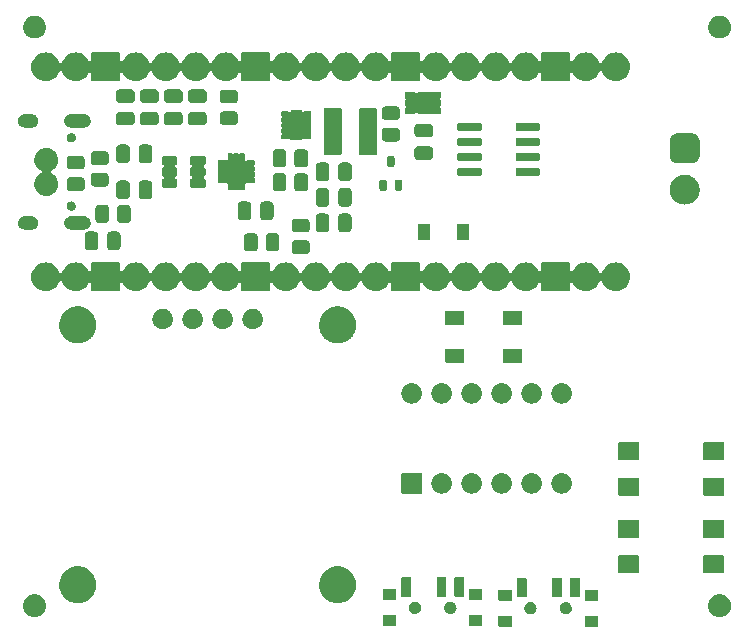
<source format=gts>
G04 #@! TF.GenerationSoftware,KiCad,Pcbnew,7.0.7-7.0.7~ubuntu22.04.1*
G04 #@! TF.CreationDate,2023-10-12T01:04:17+02:00*
G04 #@! TF.ProjectId,PD_Micro,50445f4d-6963-4726-9f2e-6b696361645f,rev?*
G04 #@! TF.SameCoordinates,PX7ce2370PY67d8790*
G04 #@! TF.FileFunction,Soldermask,Top*
G04 #@! TF.FilePolarity,Negative*
%FSLAX46Y46*%
G04 Gerber Fmt 4.6, Leading zero omitted, Abs format (unit mm)*
G04 Created by KiCad (PCBNEW 7.0.7-7.0.7~ubuntu22.04.1) date 2023-10-12 01:04:17*
%MOMM*%
%LPD*%
G01*
G04 APERTURE LIST*
G04 APERTURE END LIST*
G36*
X86411788Y-29954328D02*
G01*
X86434497Y-29969503D01*
X86449672Y-29992212D01*
X86455000Y-30019000D01*
X86455000Y-30819000D01*
X86449672Y-30845788D01*
X86434497Y-30868497D01*
X86411788Y-30883672D01*
X86385000Y-30889000D01*
X85385000Y-30889000D01*
X85358212Y-30883672D01*
X85335503Y-30868497D01*
X85320328Y-30845788D01*
X85315000Y-30819000D01*
X85315000Y-30019000D01*
X85320328Y-29992212D01*
X85335503Y-29969503D01*
X85358212Y-29954328D01*
X85385000Y-29949000D01*
X86385000Y-29949000D01*
X86411788Y-29954328D01*
G37*
G36*
X93711788Y-29954328D02*
G01*
X93734497Y-29969503D01*
X93749672Y-29992212D01*
X93755000Y-30019000D01*
X93755000Y-30819000D01*
X93749672Y-30845788D01*
X93734497Y-30868497D01*
X93711788Y-30883672D01*
X93685000Y-30889000D01*
X92685000Y-30889000D01*
X92658212Y-30883672D01*
X92635503Y-30868497D01*
X92620328Y-30845788D01*
X92615000Y-30819000D01*
X92615000Y-30019000D01*
X92620328Y-29992212D01*
X92635503Y-29969503D01*
X92658212Y-29954328D01*
X92685000Y-29949000D01*
X93685000Y-29949000D01*
X93711788Y-29954328D01*
G37*
G36*
X76632788Y-29921328D02*
G01*
X76655497Y-29936503D01*
X76670672Y-29959212D01*
X76676000Y-29986000D01*
X76676000Y-30786000D01*
X76670672Y-30812788D01*
X76655497Y-30835497D01*
X76632788Y-30850672D01*
X76606000Y-30856000D01*
X75606000Y-30856000D01*
X75579212Y-30850672D01*
X75556503Y-30835497D01*
X75541328Y-30812788D01*
X75536000Y-30786000D01*
X75536000Y-29986000D01*
X75541328Y-29959212D01*
X75556503Y-29936503D01*
X75579212Y-29921328D01*
X75606000Y-29916000D01*
X76606000Y-29916000D01*
X76632788Y-29921328D01*
G37*
G36*
X83932788Y-29921328D02*
G01*
X83955497Y-29936503D01*
X83970672Y-29959212D01*
X83976000Y-29986000D01*
X83976000Y-30786000D01*
X83970672Y-30812788D01*
X83955497Y-30835497D01*
X83932788Y-30850672D01*
X83906000Y-30856000D01*
X82906000Y-30856000D01*
X82879212Y-30850672D01*
X82856503Y-30835497D01*
X82841328Y-30812788D01*
X82836000Y-30786000D01*
X82836000Y-29986000D01*
X82841328Y-29959212D01*
X82856503Y-29936503D01*
X82879212Y-29921328D01*
X82906000Y-29916000D01*
X83906000Y-29916000D01*
X83932788Y-29921328D01*
G37*
G36*
X46097426Y-28144671D02*
G01*
X46139449Y-28144671D01*
X46186245Y-28153418D01*
X46239238Y-28158638D01*
X46279497Y-28170850D01*
X46315309Y-28177545D01*
X46364912Y-28196761D01*
X46421203Y-28213837D01*
X46453363Y-28231027D01*
X46482127Y-28242170D01*
X46532099Y-28273111D01*
X46588903Y-28303474D01*
X46612773Y-28323064D01*
X46634234Y-28336352D01*
X46681782Y-28379698D01*
X46735894Y-28424106D01*
X46751928Y-28443644D01*
X46766441Y-28456874D01*
X46808578Y-28512672D01*
X46856526Y-28571097D01*
X46865796Y-28588440D01*
X46874253Y-28599639D01*
X46907897Y-28667206D01*
X46946163Y-28738797D01*
X46950244Y-28752252D01*
X46953999Y-28759792D01*
X46976179Y-28837746D01*
X47001362Y-28920762D01*
X47002189Y-28929160D01*
X47002957Y-28931859D01*
X47010940Y-29018017D01*
X47020000Y-29110000D01*
X47010939Y-29201990D01*
X47002957Y-29288140D01*
X47002189Y-29290838D01*
X47001362Y-29299238D01*
X46976174Y-29382268D01*
X46953999Y-29460207D01*
X46950245Y-29467745D01*
X46946163Y-29481203D01*
X46907890Y-29552806D01*
X46874253Y-29620360D01*
X46865798Y-29631555D01*
X46856526Y-29648903D01*
X46808569Y-29707338D01*
X46766441Y-29763125D01*
X46751931Y-29776351D01*
X46735894Y-29795894D01*
X46681771Y-29840310D01*
X46634234Y-29883647D01*
X46612778Y-29896931D01*
X46588903Y-29916526D01*
X46532087Y-29946894D01*
X46482127Y-29977829D01*
X46453370Y-29988969D01*
X46421203Y-30006163D01*
X46364900Y-30023242D01*
X46315309Y-30042454D01*
X46279503Y-30049147D01*
X46239238Y-30061362D01*
X46186242Y-30066581D01*
X46139449Y-30075329D01*
X46097426Y-30075329D01*
X46050000Y-30080000D01*
X46002574Y-30075329D01*
X45960551Y-30075329D01*
X45913757Y-30066581D01*
X45860762Y-30061362D01*
X45820497Y-30049147D01*
X45784690Y-30042454D01*
X45735094Y-30023240D01*
X45678797Y-30006163D01*
X45646632Y-29988970D01*
X45617872Y-29977829D01*
X45567905Y-29946890D01*
X45511097Y-29916526D01*
X45487224Y-29896934D01*
X45465765Y-29883647D01*
X45418218Y-29840302D01*
X45364106Y-29795894D01*
X45348071Y-29776355D01*
X45333558Y-29763125D01*
X45291418Y-29707323D01*
X45243474Y-29648903D01*
X45234204Y-29631560D01*
X45225746Y-29620360D01*
X45192095Y-29552779D01*
X45153837Y-29481203D01*
X45149756Y-29467750D01*
X45146000Y-29460207D01*
X45123809Y-29382215D01*
X45098638Y-29299238D01*
X45097811Y-29290843D01*
X45097042Y-29288140D01*
X45089043Y-29201819D01*
X45080000Y-29110000D01*
X45089042Y-29018188D01*
X45097042Y-28931859D01*
X45097811Y-28929154D01*
X45098638Y-28920762D01*
X45123804Y-28837799D01*
X45146000Y-28759792D01*
X45149756Y-28752246D01*
X45153837Y-28738797D01*
X45192087Y-28667234D01*
X45225746Y-28599639D01*
X45234206Y-28588436D01*
X45243474Y-28571097D01*
X45291409Y-28512687D01*
X45333558Y-28456874D01*
X45348074Y-28443640D01*
X45364106Y-28424106D01*
X45418207Y-28379706D01*
X45465765Y-28336352D01*
X45487229Y-28323061D01*
X45511097Y-28303474D01*
X45567893Y-28273115D01*
X45617872Y-28242170D01*
X45646638Y-28231025D01*
X45678797Y-28213837D01*
X45735082Y-28196762D01*
X45784690Y-28177545D01*
X45820504Y-28170850D01*
X45860762Y-28158638D01*
X45913754Y-28153418D01*
X45960551Y-28144671D01*
X46002574Y-28144671D01*
X46050000Y-28140000D01*
X46097426Y-28144671D01*
G37*
G36*
X104097426Y-28144671D02*
G01*
X104139449Y-28144671D01*
X104186245Y-28153418D01*
X104239238Y-28158638D01*
X104279497Y-28170850D01*
X104315309Y-28177545D01*
X104364912Y-28196761D01*
X104421203Y-28213837D01*
X104453363Y-28231027D01*
X104482127Y-28242170D01*
X104532099Y-28273111D01*
X104588903Y-28303474D01*
X104612773Y-28323064D01*
X104634234Y-28336352D01*
X104681782Y-28379698D01*
X104735894Y-28424106D01*
X104751928Y-28443644D01*
X104766441Y-28456874D01*
X104808578Y-28512672D01*
X104856526Y-28571097D01*
X104865796Y-28588440D01*
X104874253Y-28599639D01*
X104907897Y-28667206D01*
X104946163Y-28738797D01*
X104950244Y-28752252D01*
X104953999Y-28759792D01*
X104976179Y-28837746D01*
X105001362Y-28920762D01*
X105002189Y-28929160D01*
X105002957Y-28931859D01*
X105010940Y-29018017D01*
X105020000Y-29110000D01*
X105010939Y-29201990D01*
X105002957Y-29288140D01*
X105002189Y-29290838D01*
X105001362Y-29299238D01*
X104976174Y-29382268D01*
X104953999Y-29460207D01*
X104950245Y-29467745D01*
X104946163Y-29481203D01*
X104907890Y-29552806D01*
X104874253Y-29620360D01*
X104865798Y-29631555D01*
X104856526Y-29648903D01*
X104808569Y-29707338D01*
X104766441Y-29763125D01*
X104751931Y-29776351D01*
X104735894Y-29795894D01*
X104681771Y-29840310D01*
X104634234Y-29883647D01*
X104612778Y-29896931D01*
X104588903Y-29916526D01*
X104532087Y-29946894D01*
X104482127Y-29977829D01*
X104453370Y-29988969D01*
X104421203Y-30006163D01*
X104364900Y-30023242D01*
X104315309Y-30042454D01*
X104279503Y-30049147D01*
X104239238Y-30061362D01*
X104186242Y-30066581D01*
X104139449Y-30075329D01*
X104097426Y-30075329D01*
X104050000Y-30080000D01*
X104002574Y-30075329D01*
X103960551Y-30075329D01*
X103913757Y-30066581D01*
X103860762Y-30061362D01*
X103820497Y-30049147D01*
X103784690Y-30042454D01*
X103735094Y-30023240D01*
X103678797Y-30006163D01*
X103646632Y-29988970D01*
X103617872Y-29977829D01*
X103567905Y-29946890D01*
X103511097Y-29916526D01*
X103487224Y-29896934D01*
X103465765Y-29883647D01*
X103418218Y-29840302D01*
X103364106Y-29795894D01*
X103348071Y-29776355D01*
X103333558Y-29763125D01*
X103291418Y-29707323D01*
X103243474Y-29648903D01*
X103234204Y-29631560D01*
X103225746Y-29620360D01*
X103192095Y-29552779D01*
X103153837Y-29481203D01*
X103149756Y-29467750D01*
X103146000Y-29460207D01*
X103123809Y-29382215D01*
X103098638Y-29299238D01*
X103097811Y-29290843D01*
X103097042Y-29288140D01*
X103089043Y-29201819D01*
X103080000Y-29110000D01*
X103089042Y-29018188D01*
X103097042Y-28931859D01*
X103097811Y-28929154D01*
X103098638Y-28920762D01*
X103123804Y-28837799D01*
X103146000Y-28759792D01*
X103149756Y-28752246D01*
X103153837Y-28738797D01*
X103192087Y-28667234D01*
X103225746Y-28599639D01*
X103234206Y-28588436D01*
X103243474Y-28571097D01*
X103291409Y-28512687D01*
X103333558Y-28456874D01*
X103348074Y-28443640D01*
X103364106Y-28424106D01*
X103418207Y-28379706D01*
X103465765Y-28336352D01*
X103487229Y-28323061D01*
X103511097Y-28303474D01*
X103567893Y-28273115D01*
X103617872Y-28242170D01*
X103646638Y-28231025D01*
X103678797Y-28213837D01*
X103735082Y-28196762D01*
X103784690Y-28177545D01*
X103820504Y-28170850D01*
X103860762Y-28158638D01*
X103913754Y-28153418D01*
X103960551Y-28144671D01*
X104002574Y-28144671D01*
X104050000Y-28140000D01*
X104097426Y-28144671D01*
G37*
G36*
X88070722Y-28803703D02*
G01*
X88097568Y-28803703D01*
X88128350Y-28811290D01*
X88169586Y-28816719D01*
X88197811Y-28828410D01*
X88219070Y-28833650D01*
X88251301Y-28850566D01*
X88295000Y-28868667D01*
X88314938Y-28883966D01*
X88329870Y-28891803D01*
X88360395Y-28918846D01*
X88402696Y-28951304D01*
X88414717Y-28966971D01*
X88423540Y-28974787D01*
X88448844Y-29011446D01*
X88485333Y-29059000D01*
X88490832Y-29072275D01*
X88494623Y-29077768D01*
X88511068Y-29121132D01*
X88537281Y-29184414D01*
X88538457Y-29193349D01*
X88538998Y-29194775D01*
X88543183Y-29229246D01*
X88555000Y-29319000D01*
X88543181Y-29408768D01*
X88538998Y-29443224D01*
X88538457Y-29444648D01*
X88537281Y-29453586D01*
X88511064Y-29516878D01*
X88494623Y-29560231D01*
X88490833Y-29565721D01*
X88485333Y-29579000D01*
X88448837Y-29626562D01*
X88423540Y-29663212D01*
X88414720Y-29671025D01*
X88402696Y-29686696D01*
X88360386Y-29719160D01*
X88329870Y-29746196D01*
X88314943Y-29754030D01*
X88295000Y-29769333D01*
X88251292Y-29787437D01*
X88219070Y-29804349D01*
X88197816Y-29809587D01*
X88169586Y-29821281D01*
X88128348Y-29826710D01*
X88097568Y-29834297D01*
X88070722Y-29834297D01*
X88035000Y-29839000D01*
X87999278Y-29834297D01*
X87972432Y-29834297D01*
X87941650Y-29826710D01*
X87900414Y-29821281D01*
X87872184Y-29809588D01*
X87850929Y-29804349D01*
X87818703Y-29787435D01*
X87775000Y-29769333D01*
X87755059Y-29754032D01*
X87740129Y-29746196D01*
X87709605Y-29719154D01*
X87667304Y-29686696D01*
X87655282Y-29671028D01*
X87646459Y-29663212D01*
X87621152Y-29626549D01*
X87584667Y-29579000D01*
X87579168Y-29565725D01*
X87575376Y-29560231D01*
X87558923Y-29516850D01*
X87532719Y-29453586D01*
X87531542Y-29444652D01*
X87531001Y-29443224D01*
X87526805Y-29408670D01*
X87515000Y-29319000D01*
X87526803Y-29229344D01*
X87531001Y-29194775D01*
X87531543Y-29193345D01*
X87532719Y-29184414D01*
X87558919Y-29121160D01*
X87575376Y-29077768D01*
X87579169Y-29072272D01*
X87584667Y-29059000D01*
X87621145Y-29011459D01*
X87646459Y-28974787D01*
X87655284Y-28966968D01*
X87667304Y-28951304D01*
X87709597Y-28918851D01*
X87740129Y-28891803D01*
X87755063Y-28883964D01*
X87775000Y-28868667D01*
X87818694Y-28850568D01*
X87850929Y-28833650D01*
X87872189Y-28828409D01*
X87900414Y-28816719D01*
X87941648Y-28811290D01*
X87972432Y-28803703D01*
X87999278Y-28803703D01*
X88035000Y-28799000D01*
X88070722Y-28803703D01*
G37*
G36*
X91070722Y-28803703D02*
G01*
X91097568Y-28803703D01*
X91128350Y-28811290D01*
X91169586Y-28816719D01*
X91197811Y-28828410D01*
X91219070Y-28833650D01*
X91251301Y-28850566D01*
X91295000Y-28868667D01*
X91314938Y-28883966D01*
X91329870Y-28891803D01*
X91360395Y-28918846D01*
X91402696Y-28951304D01*
X91414717Y-28966971D01*
X91423540Y-28974787D01*
X91448844Y-29011446D01*
X91485333Y-29059000D01*
X91490832Y-29072275D01*
X91494623Y-29077768D01*
X91511068Y-29121132D01*
X91537281Y-29184414D01*
X91538457Y-29193349D01*
X91538998Y-29194775D01*
X91543183Y-29229246D01*
X91555000Y-29319000D01*
X91543181Y-29408768D01*
X91538998Y-29443224D01*
X91538457Y-29444648D01*
X91537281Y-29453586D01*
X91511064Y-29516878D01*
X91494623Y-29560231D01*
X91490833Y-29565721D01*
X91485333Y-29579000D01*
X91448837Y-29626562D01*
X91423540Y-29663212D01*
X91414720Y-29671025D01*
X91402696Y-29686696D01*
X91360386Y-29719160D01*
X91329870Y-29746196D01*
X91314943Y-29754030D01*
X91295000Y-29769333D01*
X91251292Y-29787437D01*
X91219070Y-29804349D01*
X91197816Y-29809587D01*
X91169586Y-29821281D01*
X91128348Y-29826710D01*
X91097568Y-29834297D01*
X91070722Y-29834297D01*
X91035000Y-29839000D01*
X90999278Y-29834297D01*
X90972432Y-29834297D01*
X90941650Y-29826710D01*
X90900414Y-29821281D01*
X90872184Y-29809588D01*
X90850929Y-29804349D01*
X90818703Y-29787435D01*
X90775000Y-29769333D01*
X90755059Y-29754032D01*
X90740129Y-29746196D01*
X90709605Y-29719154D01*
X90667304Y-29686696D01*
X90655282Y-29671028D01*
X90646459Y-29663212D01*
X90621152Y-29626549D01*
X90584667Y-29579000D01*
X90579168Y-29565725D01*
X90575376Y-29560231D01*
X90558923Y-29516850D01*
X90532719Y-29453586D01*
X90531542Y-29444652D01*
X90531001Y-29443224D01*
X90526805Y-29408667D01*
X90515000Y-29319000D01*
X90526804Y-29229341D01*
X90531001Y-29194775D01*
X90531543Y-29193345D01*
X90532719Y-29184414D01*
X90558919Y-29121160D01*
X90575376Y-29077768D01*
X90579169Y-29072272D01*
X90584667Y-29059000D01*
X90621145Y-29011459D01*
X90646459Y-28974787D01*
X90655284Y-28966968D01*
X90667304Y-28951304D01*
X90709597Y-28918851D01*
X90740129Y-28891803D01*
X90755063Y-28883964D01*
X90775000Y-28868667D01*
X90818694Y-28850568D01*
X90850929Y-28833650D01*
X90872189Y-28828409D01*
X90900414Y-28816719D01*
X90941648Y-28811290D01*
X90972432Y-28803703D01*
X90999278Y-28803703D01*
X91035000Y-28799000D01*
X91070722Y-28803703D01*
G37*
G36*
X78291722Y-28770703D02*
G01*
X78318568Y-28770703D01*
X78349350Y-28778290D01*
X78390586Y-28783719D01*
X78418811Y-28795410D01*
X78440070Y-28800650D01*
X78472301Y-28817566D01*
X78516000Y-28835667D01*
X78535938Y-28850966D01*
X78550870Y-28858803D01*
X78581395Y-28885846D01*
X78623696Y-28918304D01*
X78635717Y-28933971D01*
X78644540Y-28941787D01*
X78669844Y-28978446D01*
X78706333Y-29026000D01*
X78711832Y-29039275D01*
X78715623Y-29044768D01*
X78732068Y-29088132D01*
X78758281Y-29151414D01*
X78759457Y-29160349D01*
X78759998Y-29161775D01*
X78764183Y-29196243D01*
X78776000Y-29286000D01*
X78764181Y-29375765D01*
X78759998Y-29410224D01*
X78759457Y-29411648D01*
X78758281Y-29420586D01*
X78732064Y-29483878D01*
X78715623Y-29527231D01*
X78711833Y-29532721D01*
X78706333Y-29546000D01*
X78669837Y-29593562D01*
X78644540Y-29630212D01*
X78635720Y-29638025D01*
X78623696Y-29653696D01*
X78581386Y-29686160D01*
X78550870Y-29713196D01*
X78535943Y-29721030D01*
X78516000Y-29736333D01*
X78472292Y-29754437D01*
X78440070Y-29771349D01*
X78418816Y-29776587D01*
X78390586Y-29788281D01*
X78349348Y-29793710D01*
X78318568Y-29801297D01*
X78291722Y-29801297D01*
X78256000Y-29806000D01*
X78220278Y-29801297D01*
X78193432Y-29801297D01*
X78162650Y-29793710D01*
X78121414Y-29788281D01*
X78093184Y-29776588D01*
X78071929Y-29771349D01*
X78039703Y-29754435D01*
X77996000Y-29736333D01*
X77976059Y-29721032D01*
X77961129Y-29713196D01*
X77930605Y-29686154D01*
X77888304Y-29653696D01*
X77876282Y-29638028D01*
X77867459Y-29630212D01*
X77842152Y-29593549D01*
X77805667Y-29546000D01*
X77800168Y-29532725D01*
X77796376Y-29527231D01*
X77779923Y-29483850D01*
X77753719Y-29420586D01*
X77752542Y-29411652D01*
X77752001Y-29410224D01*
X77747805Y-29375667D01*
X77736000Y-29286000D01*
X77747804Y-29196341D01*
X77752001Y-29161775D01*
X77752543Y-29160345D01*
X77753719Y-29151414D01*
X77779919Y-29088160D01*
X77796376Y-29044768D01*
X77800169Y-29039272D01*
X77805667Y-29026000D01*
X77842145Y-28978459D01*
X77867459Y-28941787D01*
X77876284Y-28933968D01*
X77888304Y-28918304D01*
X77930597Y-28885851D01*
X77961129Y-28858803D01*
X77976063Y-28850964D01*
X77996000Y-28835667D01*
X78039694Y-28817568D01*
X78071929Y-28800650D01*
X78093189Y-28795409D01*
X78121414Y-28783719D01*
X78162648Y-28778290D01*
X78193432Y-28770703D01*
X78220278Y-28770703D01*
X78256000Y-28766000D01*
X78291722Y-28770703D01*
G37*
G36*
X81291722Y-28770703D02*
G01*
X81318568Y-28770703D01*
X81349350Y-28778290D01*
X81390586Y-28783719D01*
X81418811Y-28795410D01*
X81440070Y-28800650D01*
X81472301Y-28817566D01*
X81516000Y-28835667D01*
X81535938Y-28850966D01*
X81550870Y-28858803D01*
X81581395Y-28885846D01*
X81623696Y-28918304D01*
X81635717Y-28933971D01*
X81644540Y-28941787D01*
X81669844Y-28978446D01*
X81706333Y-29026000D01*
X81711832Y-29039275D01*
X81715623Y-29044768D01*
X81732068Y-29088132D01*
X81758281Y-29151414D01*
X81759457Y-29160349D01*
X81759998Y-29161775D01*
X81764183Y-29196243D01*
X81776000Y-29286000D01*
X81764181Y-29375765D01*
X81759998Y-29410224D01*
X81759457Y-29411648D01*
X81758281Y-29420586D01*
X81732064Y-29483878D01*
X81715623Y-29527231D01*
X81711833Y-29532721D01*
X81706333Y-29546000D01*
X81669837Y-29593562D01*
X81644540Y-29630212D01*
X81635720Y-29638025D01*
X81623696Y-29653696D01*
X81581386Y-29686160D01*
X81550870Y-29713196D01*
X81535943Y-29721030D01*
X81516000Y-29736333D01*
X81472292Y-29754437D01*
X81440070Y-29771349D01*
X81418816Y-29776587D01*
X81390586Y-29788281D01*
X81349348Y-29793710D01*
X81318568Y-29801297D01*
X81291722Y-29801297D01*
X81256000Y-29806000D01*
X81220278Y-29801297D01*
X81193432Y-29801297D01*
X81162650Y-29793710D01*
X81121414Y-29788281D01*
X81093184Y-29776588D01*
X81071929Y-29771349D01*
X81039703Y-29754435D01*
X80996000Y-29736333D01*
X80976059Y-29721032D01*
X80961129Y-29713196D01*
X80930605Y-29686154D01*
X80888304Y-29653696D01*
X80876282Y-29638028D01*
X80867459Y-29630212D01*
X80842152Y-29593549D01*
X80805667Y-29546000D01*
X80800168Y-29532725D01*
X80796376Y-29527231D01*
X80779923Y-29483850D01*
X80753719Y-29420586D01*
X80752542Y-29411652D01*
X80752001Y-29410224D01*
X80747805Y-29375667D01*
X80736000Y-29286000D01*
X80747804Y-29196341D01*
X80752001Y-29161775D01*
X80752543Y-29160345D01*
X80753719Y-29151414D01*
X80779919Y-29088160D01*
X80796376Y-29044768D01*
X80800169Y-29039272D01*
X80805667Y-29026000D01*
X80842145Y-28978459D01*
X80867459Y-28941787D01*
X80876284Y-28933968D01*
X80888304Y-28918304D01*
X80930597Y-28885851D01*
X80961129Y-28858803D01*
X80976063Y-28850964D01*
X80996000Y-28835667D01*
X81039694Y-28817568D01*
X81071929Y-28800650D01*
X81093189Y-28795409D01*
X81121414Y-28783719D01*
X81162648Y-28778290D01*
X81193432Y-28770703D01*
X81220278Y-28770703D01*
X81256000Y-28766000D01*
X81291722Y-28770703D01*
G37*
G36*
X49766228Y-25760740D02*
G01*
X49823299Y-25760740D01*
X49885663Y-25770139D01*
X49951602Y-25775329D01*
X50004746Y-25788087D01*
X50055278Y-25795704D01*
X50121310Y-25816072D01*
X50191157Y-25832841D01*
X50236318Y-25851547D01*
X50279460Y-25864855D01*
X50347196Y-25897474D01*
X50418765Y-25927120D01*
X50455502Y-25949632D01*
X50490825Y-25966643D01*
X50558014Y-26012451D01*
X50628823Y-26055843D01*
X50657174Y-26080057D01*
X50684662Y-26098798D01*
X50748837Y-26158344D01*
X50816158Y-26215842D01*
X50836604Y-26239782D01*
X50856631Y-26258364D01*
X50915180Y-26331782D01*
X50976157Y-26403177D01*
X50989566Y-26425060D01*
X51002907Y-26441788D01*
X51053221Y-26528935D01*
X51104880Y-26613235D01*
X51112467Y-26631553D01*
X51120204Y-26644953D01*
X51159662Y-26745490D01*
X51199159Y-26840843D01*
X51202424Y-26854446D01*
X51205913Y-26863334D01*
X51232033Y-26977774D01*
X51256671Y-27080398D01*
X51257310Y-27088519D01*
X51258118Y-27092059D01*
X51268659Y-27232730D01*
X51276000Y-27326000D01*
X51268657Y-27419301D01*
X51258118Y-27559940D01*
X51257310Y-27563478D01*
X51256671Y-27571602D01*
X51232028Y-27674245D01*
X51205913Y-27788665D01*
X51202425Y-27797550D01*
X51199159Y-27811157D01*
X51159654Y-27906527D01*
X51120204Y-28007046D01*
X51112469Y-28020442D01*
X51104880Y-28038765D01*
X51053211Y-28123081D01*
X51002907Y-28210211D01*
X50989569Y-28226935D01*
X50976157Y-28248823D01*
X50915168Y-28320231D01*
X50856631Y-28393635D01*
X50836608Y-28412213D01*
X50816158Y-28436158D01*
X50748823Y-28493666D01*
X50684662Y-28553201D01*
X50657180Y-28571937D01*
X50628823Y-28596157D01*
X50557999Y-28639557D01*
X50490825Y-28685356D01*
X50455509Y-28702362D01*
X50418765Y-28724880D01*
X50347181Y-28754531D01*
X50279460Y-28787144D01*
X50236327Y-28800448D01*
X50191157Y-28819159D01*
X50121296Y-28835931D01*
X50055278Y-28856295D01*
X50004755Y-28863910D01*
X49951602Y-28876671D01*
X49885659Y-28881860D01*
X49823299Y-28891260D01*
X49766228Y-28891260D01*
X49706000Y-28896000D01*
X49645772Y-28891260D01*
X49588701Y-28891260D01*
X49526339Y-28881860D01*
X49460398Y-28876671D01*
X49407245Y-28863910D01*
X49356721Y-28856295D01*
X49290699Y-28835929D01*
X49220843Y-28819159D01*
X49175675Y-28800449D01*
X49132539Y-28787144D01*
X49064813Y-28754529D01*
X48993235Y-28724880D01*
X48956490Y-28702363D01*
X48921175Y-28685356D01*
X48853996Y-28639555D01*
X48783177Y-28596157D01*
X48754822Y-28571940D01*
X48727337Y-28553201D01*
X48663163Y-28493655D01*
X48595842Y-28436158D01*
X48575394Y-28412217D01*
X48555368Y-28393635D01*
X48496816Y-28320214D01*
X48435843Y-28248823D01*
X48422433Y-28226941D01*
X48409092Y-28210211D01*
X48358771Y-28123052D01*
X48307120Y-28038765D01*
X48299533Y-28020449D01*
X48291795Y-28007046D01*
X48252325Y-27906481D01*
X48212841Y-27811157D01*
X48209576Y-27797557D01*
X48206086Y-27788665D01*
X48179951Y-27674160D01*
X48155329Y-27571602D01*
X48154690Y-27563485D01*
X48153881Y-27559940D01*
X48143321Y-27419023D01*
X48136000Y-27326000D01*
X48143320Y-27232984D01*
X48153881Y-27092059D01*
X48154690Y-27088513D01*
X48155329Y-27080398D01*
X48179946Y-26977858D01*
X48206086Y-26863334D01*
X48209576Y-26854440D01*
X48212841Y-26840843D01*
X48252318Y-26745536D01*
X48291795Y-26644953D01*
X48299534Y-26631547D01*
X48307120Y-26613235D01*
X48358761Y-26528963D01*
X48409092Y-26441788D01*
X48422436Y-26425054D01*
X48435843Y-26403177D01*
X48496804Y-26331799D01*
X48555368Y-26258364D01*
X48575399Y-26239777D01*
X48595842Y-26215842D01*
X48663150Y-26158355D01*
X48727337Y-26098798D01*
X48754828Y-26080054D01*
X48783177Y-26055843D01*
X48853982Y-26012453D01*
X48921175Y-25966643D01*
X48956498Y-25949631D01*
X48993235Y-25927120D01*
X49064799Y-25897476D01*
X49132539Y-25864855D01*
X49175684Y-25851546D01*
X49220843Y-25832841D01*
X49290684Y-25816073D01*
X49356721Y-25795704D01*
X49407254Y-25788087D01*
X49460398Y-25775329D01*
X49526335Y-25770139D01*
X49588701Y-25760740D01*
X49645772Y-25760740D01*
X49706000Y-25756000D01*
X49766228Y-25760740D01*
G37*
G36*
X71766228Y-25760740D02*
G01*
X71823299Y-25760740D01*
X71885663Y-25770139D01*
X71951602Y-25775329D01*
X72004746Y-25788087D01*
X72055278Y-25795704D01*
X72121310Y-25816072D01*
X72191157Y-25832841D01*
X72236318Y-25851547D01*
X72279460Y-25864855D01*
X72347196Y-25897474D01*
X72418765Y-25927120D01*
X72455502Y-25949632D01*
X72490825Y-25966643D01*
X72558014Y-26012451D01*
X72628823Y-26055843D01*
X72657174Y-26080057D01*
X72684662Y-26098798D01*
X72748837Y-26158344D01*
X72816158Y-26215842D01*
X72836604Y-26239782D01*
X72856631Y-26258364D01*
X72915180Y-26331782D01*
X72976157Y-26403177D01*
X72989566Y-26425060D01*
X73002907Y-26441788D01*
X73053221Y-26528935D01*
X73104880Y-26613235D01*
X73112467Y-26631553D01*
X73120204Y-26644953D01*
X73159662Y-26745490D01*
X73199159Y-26840843D01*
X73202424Y-26854446D01*
X73205913Y-26863334D01*
X73232033Y-26977774D01*
X73256671Y-27080398D01*
X73257310Y-27088519D01*
X73258118Y-27092059D01*
X73268659Y-27232730D01*
X73276000Y-27326000D01*
X73268657Y-27419301D01*
X73258118Y-27559940D01*
X73257310Y-27563478D01*
X73256671Y-27571602D01*
X73232028Y-27674245D01*
X73205913Y-27788665D01*
X73202425Y-27797550D01*
X73199159Y-27811157D01*
X73159654Y-27906527D01*
X73120204Y-28007046D01*
X73112469Y-28020442D01*
X73104880Y-28038765D01*
X73053211Y-28123081D01*
X73002907Y-28210211D01*
X72989569Y-28226935D01*
X72976157Y-28248823D01*
X72915168Y-28320231D01*
X72856631Y-28393635D01*
X72836608Y-28412213D01*
X72816158Y-28436158D01*
X72748823Y-28493666D01*
X72684662Y-28553201D01*
X72657180Y-28571937D01*
X72628823Y-28596157D01*
X72557999Y-28639557D01*
X72490825Y-28685356D01*
X72455509Y-28702362D01*
X72418765Y-28724880D01*
X72347181Y-28754531D01*
X72279460Y-28787144D01*
X72236327Y-28800448D01*
X72191157Y-28819159D01*
X72121296Y-28835931D01*
X72055278Y-28856295D01*
X72004755Y-28863910D01*
X71951602Y-28876671D01*
X71885659Y-28881860D01*
X71823299Y-28891260D01*
X71766228Y-28891260D01*
X71706000Y-28896000D01*
X71645772Y-28891260D01*
X71588701Y-28891260D01*
X71526339Y-28881860D01*
X71460398Y-28876671D01*
X71407245Y-28863910D01*
X71356721Y-28856295D01*
X71290699Y-28835929D01*
X71220843Y-28819159D01*
X71175675Y-28800449D01*
X71132539Y-28787144D01*
X71064813Y-28754529D01*
X70993235Y-28724880D01*
X70956490Y-28702363D01*
X70921175Y-28685356D01*
X70853996Y-28639555D01*
X70783177Y-28596157D01*
X70754822Y-28571940D01*
X70727337Y-28553201D01*
X70663163Y-28493655D01*
X70595842Y-28436158D01*
X70575394Y-28412217D01*
X70555368Y-28393635D01*
X70496816Y-28320214D01*
X70435843Y-28248823D01*
X70422433Y-28226941D01*
X70409092Y-28210211D01*
X70358771Y-28123052D01*
X70307120Y-28038765D01*
X70299533Y-28020449D01*
X70291795Y-28007046D01*
X70252325Y-27906481D01*
X70212841Y-27811157D01*
X70209576Y-27797557D01*
X70206086Y-27788665D01*
X70179951Y-27674160D01*
X70155329Y-27571602D01*
X70154690Y-27563485D01*
X70153881Y-27559940D01*
X70143321Y-27419035D01*
X70136000Y-27326000D01*
X70143319Y-27232996D01*
X70153881Y-27092059D01*
X70154690Y-27088513D01*
X70155329Y-27080398D01*
X70179946Y-26977858D01*
X70206086Y-26863334D01*
X70209576Y-26854440D01*
X70212841Y-26840843D01*
X70252318Y-26745536D01*
X70291795Y-26644953D01*
X70299534Y-26631547D01*
X70307120Y-26613235D01*
X70358761Y-26528963D01*
X70409092Y-26441788D01*
X70422436Y-26425054D01*
X70435843Y-26403177D01*
X70496804Y-26331799D01*
X70555368Y-26258364D01*
X70575399Y-26239777D01*
X70595842Y-26215842D01*
X70663150Y-26158355D01*
X70727337Y-26098798D01*
X70754828Y-26080054D01*
X70783177Y-26055843D01*
X70853982Y-26012453D01*
X70921175Y-25966643D01*
X70956498Y-25949631D01*
X70993235Y-25927120D01*
X71064799Y-25897476D01*
X71132539Y-25864855D01*
X71175684Y-25851546D01*
X71220843Y-25832841D01*
X71290684Y-25816073D01*
X71356721Y-25795704D01*
X71407254Y-25788087D01*
X71460398Y-25775329D01*
X71526335Y-25770139D01*
X71588701Y-25760740D01*
X71645772Y-25760740D01*
X71706000Y-25756000D01*
X71766228Y-25760740D01*
G37*
G36*
X86411788Y-27744328D02*
G01*
X86434497Y-27759503D01*
X86449672Y-27782212D01*
X86455000Y-27809000D01*
X86455000Y-28609000D01*
X86449672Y-28635788D01*
X86434497Y-28658497D01*
X86411788Y-28673672D01*
X86385000Y-28679000D01*
X85385000Y-28679000D01*
X85358212Y-28673672D01*
X85335503Y-28658497D01*
X85320328Y-28635788D01*
X85315000Y-28609000D01*
X85315000Y-27809000D01*
X85320328Y-27782212D01*
X85335503Y-27759503D01*
X85358212Y-27744328D01*
X85385000Y-27739000D01*
X86385000Y-27739000D01*
X86411788Y-27744328D01*
G37*
G36*
X93711788Y-27744328D02*
G01*
X93734497Y-27759503D01*
X93749672Y-27782212D01*
X93755000Y-27809000D01*
X93755000Y-28609000D01*
X93749672Y-28635788D01*
X93734497Y-28658497D01*
X93711788Y-28673672D01*
X93685000Y-28679000D01*
X92685000Y-28679000D01*
X92658212Y-28673672D01*
X92635503Y-28658497D01*
X92620328Y-28635788D01*
X92615000Y-28609000D01*
X92615000Y-27809000D01*
X92620328Y-27782212D01*
X92635503Y-27759503D01*
X92658212Y-27744328D01*
X92685000Y-27739000D01*
X93685000Y-27739000D01*
X93711788Y-27744328D01*
G37*
G36*
X76632788Y-27711328D02*
G01*
X76655497Y-27726503D01*
X76670672Y-27749212D01*
X76676000Y-27776000D01*
X76676000Y-28576000D01*
X76670672Y-28602788D01*
X76655497Y-28625497D01*
X76632788Y-28640672D01*
X76606000Y-28646000D01*
X75606000Y-28646000D01*
X75579212Y-28640672D01*
X75556503Y-28625497D01*
X75541328Y-28602788D01*
X75536000Y-28576000D01*
X75536000Y-27776000D01*
X75541328Y-27749212D01*
X75556503Y-27726503D01*
X75579212Y-27711328D01*
X75606000Y-27706000D01*
X76606000Y-27706000D01*
X76632788Y-27711328D01*
G37*
G36*
X83932788Y-27711328D02*
G01*
X83955497Y-27726503D01*
X83970672Y-27749212D01*
X83976000Y-27776000D01*
X83976000Y-28576000D01*
X83970672Y-28602788D01*
X83955497Y-28625497D01*
X83932788Y-28640672D01*
X83906000Y-28646000D01*
X82906000Y-28646000D01*
X82879212Y-28640672D01*
X82856503Y-28625497D01*
X82841328Y-28602788D01*
X82836000Y-28576000D01*
X82836000Y-27776000D01*
X82841328Y-27749212D01*
X82856503Y-27726503D01*
X82879212Y-27711328D01*
X82906000Y-27706000D01*
X83906000Y-27706000D01*
X83932788Y-27711328D01*
G37*
G36*
X87661788Y-26744328D02*
G01*
X87684497Y-26759503D01*
X87699672Y-26782212D01*
X87705000Y-26809000D01*
X87705000Y-28309000D01*
X87699672Y-28335788D01*
X87684497Y-28358497D01*
X87661788Y-28373672D01*
X87635000Y-28379000D01*
X86935000Y-28379000D01*
X86908212Y-28373672D01*
X86885503Y-28358497D01*
X86870328Y-28335788D01*
X86865000Y-28309000D01*
X86865000Y-26809000D01*
X86870328Y-26782212D01*
X86885503Y-26759503D01*
X86908212Y-26744328D01*
X86935000Y-26739000D01*
X87635000Y-26739000D01*
X87661788Y-26744328D01*
G37*
G36*
X90661788Y-26744328D02*
G01*
X90684497Y-26759503D01*
X90699672Y-26782212D01*
X90705000Y-26809000D01*
X90705000Y-28309000D01*
X90699672Y-28335788D01*
X90684497Y-28358497D01*
X90661788Y-28373672D01*
X90635000Y-28379000D01*
X89935000Y-28379000D01*
X89908212Y-28373672D01*
X89885503Y-28358497D01*
X89870328Y-28335788D01*
X89865000Y-28309000D01*
X89865000Y-26809000D01*
X89870328Y-26782212D01*
X89885503Y-26759503D01*
X89908212Y-26744328D01*
X89935000Y-26739000D01*
X90635000Y-26739000D01*
X90661788Y-26744328D01*
G37*
G36*
X92161788Y-26744328D02*
G01*
X92184497Y-26759503D01*
X92199672Y-26782212D01*
X92205000Y-26809000D01*
X92205000Y-28309000D01*
X92199672Y-28335788D01*
X92184497Y-28358497D01*
X92161788Y-28373672D01*
X92135000Y-28379000D01*
X91435000Y-28379000D01*
X91408212Y-28373672D01*
X91385503Y-28358497D01*
X91370328Y-28335788D01*
X91365000Y-28309000D01*
X91365000Y-26809000D01*
X91370328Y-26782212D01*
X91385503Y-26759503D01*
X91408212Y-26744328D01*
X91435000Y-26739000D01*
X92135000Y-26739000D01*
X92161788Y-26744328D01*
G37*
G36*
X77882788Y-26711328D02*
G01*
X77905497Y-26726503D01*
X77920672Y-26749212D01*
X77926000Y-26776000D01*
X77926000Y-28276000D01*
X77920672Y-28302788D01*
X77905497Y-28325497D01*
X77882788Y-28340672D01*
X77856000Y-28346000D01*
X77156000Y-28346000D01*
X77129212Y-28340672D01*
X77106503Y-28325497D01*
X77091328Y-28302788D01*
X77086000Y-28276000D01*
X77086000Y-26776000D01*
X77091328Y-26749212D01*
X77106503Y-26726503D01*
X77129212Y-26711328D01*
X77156000Y-26706000D01*
X77856000Y-26706000D01*
X77882788Y-26711328D01*
G37*
G36*
X80882788Y-26711328D02*
G01*
X80905497Y-26726503D01*
X80920672Y-26749212D01*
X80926000Y-26776000D01*
X80926000Y-28276000D01*
X80920672Y-28302788D01*
X80905497Y-28325497D01*
X80882788Y-28340672D01*
X80856000Y-28346000D01*
X80156000Y-28346000D01*
X80129212Y-28340672D01*
X80106503Y-28325497D01*
X80091328Y-28302788D01*
X80086000Y-28276000D01*
X80086000Y-26776000D01*
X80091328Y-26749212D01*
X80106503Y-26726503D01*
X80129212Y-26711328D01*
X80156000Y-26706000D01*
X80856000Y-26706000D01*
X80882788Y-26711328D01*
G37*
G36*
X82382788Y-26711328D02*
G01*
X82405497Y-26726503D01*
X82420672Y-26749212D01*
X82426000Y-26776000D01*
X82426000Y-28276000D01*
X82420672Y-28302788D01*
X82405497Y-28325497D01*
X82382788Y-28340672D01*
X82356000Y-28346000D01*
X81656000Y-28346000D01*
X81629212Y-28340672D01*
X81606503Y-28325497D01*
X81591328Y-28302788D01*
X81586000Y-28276000D01*
X81586000Y-26776000D01*
X81591328Y-26749212D01*
X81606503Y-26726503D01*
X81629212Y-26711328D01*
X81656000Y-26706000D01*
X82356000Y-26706000D01*
X82382788Y-26711328D01*
G37*
G36*
X97175788Y-24845328D02*
G01*
X97198497Y-24860503D01*
X97213672Y-24883212D01*
X97219000Y-24910000D01*
X97219000Y-26310000D01*
X97213672Y-26336788D01*
X97198497Y-26359497D01*
X97175788Y-26374672D01*
X97149000Y-26380000D01*
X95549000Y-26380000D01*
X95522212Y-26374672D01*
X95499503Y-26359497D01*
X95484328Y-26336788D01*
X95479000Y-26310000D01*
X95479000Y-24910000D01*
X95484328Y-24883212D01*
X95499503Y-24860503D01*
X95522212Y-24845328D01*
X95549000Y-24840000D01*
X97149000Y-24840000D01*
X97175788Y-24845328D01*
G37*
G36*
X104375788Y-24845328D02*
G01*
X104398497Y-24860503D01*
X104413672Y-24883212D01*
X104419000Y-24910000D01*
X104419000Y-26310000D01*
X104413672Y-26336788D01*
X104398497Y-26359497D01*
X104375788Y-26374672D01*
X104349000Y-26380000D01*
X102749000Y-26380000D01*
X102722212Y-26374672D01*
X102699503Y-26359497D01*
X102684328Y-26336788D01*
X102679000Y-26310000D01*
X102679000Y-24910000D01*
X102684328Y-24883212D01*
X102699503Y-24860503D01*
X102722212Y-24845328D01*
X102749000Y-24840000D01*
X104349000Y-24840000D01*
X104375788Y-24845328D01*
G37*
G36*
X97175788Y-21845328D02*
G01*
X97198497Y-21860503D01*
X97213672Y-21883212D01*
X97219000Y-21910000D01*
X97219000Y-23310000D01*
X97213672Y-23336788D01*
X97198497Y-23359497D01*
X97175788Y-23374672D01*
X97149000Y-23380000D01*
X95549000Y-23380000D01*
X95522212Y-23374672D01*
X95499503Y-23359497D01*
X95484328Y-23336788D01*
X95479000Y-23310000D01*
X95479000Y-21910000D01*
X95484328Y-21883212D01*
X95499503Y-21860503D01*
X95522212Y-21845328D01*
X95549000Y-21840000D01*
X97149000Y-21840000D01*
X97175788Y-21845328D01*
G37*
G36*
X104375788Y-21845328D02*
G01*
X104398497Y-21860503D01*
X104413672Y-21883212D01*
X104419000Y-21910000D01*
X104419000Y-23310000D01*
X104413672Y-23336788D01*
X104398497Y-23359497D01*
X104375788Y-23374672D01*
X104349000Y-23380000D01*
X102749000Y-23380000D01*
X102722212Y-23374672D01*
X102699503Y-23359497D01*
X102684328Y-23336788D01*
X102679000Y-23310000D01*
X102679000Y-21910000D01*
X102684328Y-21883212D01*
X102699503Y-21860503D01*
X102722212Y-21845328D01*
X102749000Y-21840000D01*
X104349000Y-21840000D01*
X104375788Y-21845328D01*
G37*
G36*
X97175788Y-18261328D02*
G01*
X97198497Y-18276503D01*
X97213672Y-18299212D01*
X97219000Y-18326000D01*
X97219000Y-19726000D01*
X97213672Y-19752788D01*
X97198497Y-19775497D01*
X97175788Y-19790672D01*
X97149000Y-19796000D01*
X95549000Y-19796000D01*
X95522212Y-19790672D01*
X95499503Y-19775497D01*
X95484328Y-19752788D01*
X95479000Y-19726000D01*
X95479000Y-18326000D01*
X95484328Y-18299212D01*
X95499503Y-18276503D01*
X95522212Y-18261328D01*
X95549000Y-18256000D01*
X97149000Y-18256000D01*
X97175788Y-18261328D01*
G37*
G36*
X104375788Y-18261328D02*
G01*
X104398497Y-18276503D01*
X104413672Y-18299212D01*
X104419000Y-18326000D01*
X104419000Y-19726000D01*
X104413672Y-19752788D01*
X104398497Y-19775497D01*
X104375788Y-19790672D01*
X104349000Y-19796000D01*
X102749000Y-19796000D01*
X102722212Y-19790672D01*
X102699503Y-19775497D01*
X102684328Y-19752788D01*
X102679000Y-19726000D01*
X102679000Y-18326000D01*
X102684328Y-18299212D01*
X102699503Y-18276503D01*
X102722212Y-18261328D01*
X102749000Y-18256000D01*
X104349000Y-18256000D01*
X104375788Y-18261328D01*
G37*
G36*
X78804788Y-17888828D02*
G01*
X78827497Y-17904003D01*
X78842672Y-17926712D01*
X78848000Y-17953500D01*
X78848000Y-19553500D01*
X78842672Y-19580288D01*
X78827497Y-19602997D01*
X78804788Y-19618172D01*
X78778000Y-19623500D01*
X77178000Y-19623500D01*
X77151212Y-19618172D01*
X77128503Y-19602997D01*
X77113328Y-19580288D01*
X77108000Y-19553500D01*
X77108000Y-17953500D01*
X77113328Y-17926712D01*
X77128503Y-17904003D01*
X77151212Y-17888828D01*
X77178000Y-17883500D01*
X78778000Y-17883500D01*
X78804788Y-17888828D01*
G37*
G36*
X80560255Y-17888266D02*
G01*
X80608940Y-17888266D01*
X80650982Y-17897202D01*
X80687608Y-17900810D01*
X80733624Y-17914768D01*
X80786845Y-17926081D01*
X80820895Y-17941241D01*
X80850706Y-17950284D01*
X80898079Y-17975605D01*
X80953000Y-18000058D01*
X80978535Y-18018610D01*
X81001009Y-18030623D01*
X81046850Y-18068244D01*
X81100144Y-18106964D01*
X81117447Y-18126181D01*
X81132755Y-18138744D01*
X81173892Y-18188869D01*
X81221845Y-18242127D01*
X81231919Y-18259576D01*
X81240876Y-18270490D01*
X81274009Y-18332478D01*
X81312785Y-18399639D01*
X81317244Y-18413365D01*
X81321215Y-18420793D01*
X81343102Y-18492948D01*
X81368988Y-18572617D01*
X81369899Y-18581287D01*
X81370689Y-18583891D01*
X81378379Y-18661964D01*
X81388000Y-18753500D01*
X81378378Y-18845043D01*
X81370689Y-18923108D01*
X81369899Y-18925710D01*
X81368988Y-18934383D01*
X81343098Y-19014065D01*
X81321215Y-19086206D01*
X81317245Y-19093631D01*
X81312785Y-19107361D01*
X81274002Y-19174533D01*
X81240876Y-19236509D01*
X81231921Y-19247420D01*
X81221845Y-19264873D01*
X81173882Y-19318140D01*
X81132755Y-19368255D01*
X81117450Y-19380814D01*
X81100144Y-19400036D01*
X81046840Y-19438763D01*
X81001009Y-19476376D01*
X80978540Y-19488385D01*
X80953000Y-19506942D01*
X80898068Y-19531399D01*
X80850706Y-19556715D01*
X80820902Y-19565755D01*
X80786845Y-19580919D01*
X80733613Y-19592233D01*
X80687608Y-19606189D01*
X80650991Y-19609795D01*
X80608940Y-19618734D01*
X80560244Y-19618734D01*
X80517999Y-19622895D01*
X80475754Y-19618734D01*
X80427060Y-19618734D01*
X80385009Y-19609795D01*
X80348391Y-19606189D01*
X80302383Y-19592233D01*
X80249155Y-19580919D01*
X80215099Y-19565756D01*
X80185293Y-19556715D01*
X80137925Y-19531396D01*
X80083000Y-19506942D01*
X80057461Y-19488387D01*
X80034990Y-19476376D01*
X79989150Y-19438756D01*
X79935856Y-19400036D01*
X79918552Y-19380817D01*
X79903244Y-19368255D01*
X79862105Y-19318127D01*
X79814155Y-19264873D01*
X79804080Y-19247424D01*
X79795123Y-19236509D01*
X79761983Y-19174510D01*
X79723215Y-19107361D01*
X79718755Y-19093636D01*
X79714784Y-19086206D01*
X79692886Y-19014018D01*
X79667012Y-18934383D01*
X79666101Y-18925715D01*
X79665310Y-18923108D01*
X79657605Y-18844891D01*
X79648000Y-18753500D01*
X79657605Y-18662116D01*
X79665310Y-18583891D01*
X79666101Y-18581282D01*
X79667012Y-18572617D01*
X79692882Y-18492995D01*
X79714784Y-18420793D01*
X79718756Y-18413360D01*
X79723215Y-18399639D01*
X79761976Y-18332501D01*
X79795123Y-18270490D01*
X79804082Y-18259572D01*
X79814155Y-18242127D01*
X79862096Y-18188882D01*
X79903244Y-18138744D01*
X79918555Y-18126178D01*
X79935856Y-18106964D01*
X79989140Y-18068250D01*
X80034990Y-18030623D01*
X80057467Y-18018608D01*
X80083000Y-18000058D01*
X80137914Y-17975608D01*
X80185293Y-17950284D01*
X80215106Y-17941240D01*
X80249155Y-17926081D01*
X80302372Y-17914769D01*
X80348391Y-17900810D01*
X80385017Y-17897202D01*
X80427060Y-17888266D01*
X80475745Y-17888266D01*
X80518000Y-17884104D01*
X80560255Y-17888266D01*
G37*
G36*
X83100255Y-17888266D02*
G01*
X83148940Y-17888266D01*
X83190982Y-17897202D01*
X83227608Y-17900810D01*
X83273624Y-17914768D01*
X83326845Y-17926081D01*
X83360895Y-17941241D01*
X83390706Y-17950284D01*
X83438079Y-17975605D01*
X83493000Y-18000058D01*
X83518535Y-18018610D01*
X83541009Y-18030623D01*
X83586850Y-18068244D01*
X83640144Y-18106964D01*
X83657447Y-18126181D01*
X83672755Y-18138744D01*
X83713892Y-18188869D01*
X83761845Y-18242127D01*
X83771919Y-18259576D01*
X83780876Y-18270490D01*
X83814009Y-18332478D01*
X83852785Y-18399639D01*
X83857244Y-18413365D01*
X83861215Y-18420793D01*
X83883102Y-18492948D01*
X83908988Y-18572617D01*
X83909899Y-18581287D01*
X83910689Y-18583891D01*
X83918379Y-18661964D01*
X83928000Y-18753500D01*
X83918378Y-18845043D01*
X83910689Y-18923108D01*
X83909899Y-18925710D01*
X83908988Y-18934383D01*
X83883098Y-19014065D01*
X83861215Y-19086206D01*
X83857245Y-19093631D01*
X83852785Y-19107361D01*
X83814002Y-19174533D01*
X83780876Y-19236509D01*
X83771921Y-19247420D01*
X83761845Y-19264873D01*
X83713882Y-19318140D01*
X83672755Y-19368255D01*
X83657450Y-19380814D01*
X83640144Y-19400036D01*
X83586840Y-19438763D01*
X83541009Y-19476376D01*
X83518540Y-19488385D01*
X83493000Y-19506942D01*
X83438068Y-19531399D01*
X83390706Y-19556715D01*
X83360902Y-19565755D01*
X83326845Y-19580919D01*
X83273613Y-19592233D01*
X83227608Y-19606189D01*
X83190991Y-19609795D01*
X83148940Y-19618734D01*
X83100244Y-19618734D01*
X83057999Y-19622895D01*
X83015754Y-19618734D01*
X82967060Y-19618734D01*
X82925009Y-19609795D01*
X82888391Y-19606189D01*
X82842383Y-19592233D01*
X82789155Y-19580919D01*
X82755099Y-19565756D01*
X82725293Y-19556715D01*
X82677925Y-19531396D01*
X82623000Y-19506942D01*
X82597461Y-19488387D01*
X82574990Y-19476376D01*
X82529150Y-19438756D01*
X82475856Y-19400036D01*
X82458552Y-19380817D01*
X82443244Y-19368255D01*
X82402105Y-19318127D01*
X82354155Y-19264873D01*
X82344080Y-19247424D01*
X82335123Y-19236509D01*
X82301983Y-19174510D01*
X82263215Y-19107361D01*
X82258755Y-19093636D01*
X82254784Y-19086206D01*
X82232886Y-19014018D01*
X82207012Y-18934383D01*
X82206101Y-18925715D01*
X82205310Y-18923108D01*
X82197606Y-18844898D01*
X82188000Y-18753500D01*
X82197604Y-18662123D01*
X82205310Y-18583891D01*
X82206101Y-18581282D01*
X82207012Y-18572617D01*
X82232882Y-18492995D01*
X82254784Y-18420793D01*
X82258756Y-18413360D01*
X82263215Y-18399639D01*
X82301976Y-18332501D01*
X82335123Y-18270490D01*
X82344082Y-18259572D01*
X82354155Y-18242127D01*
X82402096Y-18188882D01*
X82443244Y-18138744D01*
X82458555Y-18126178D01*
X82475856Y-18106964D01*
X82529140Y-18068250D01*
X82574990Y-18030623D01*
X82597467Y-18018608D01*
X82623000Y-18000058D01*
X82677914Y-17975608D01*
X82725293Y-17950284D01*
X82755106Y-17941240D01*
X82789155Y-17926081D01*
X82842372Y-17914769D01*
X82888391Y-17900810D01*
X82925017Y-17897202D01*
X82967060Y-17888266D01*
X83015745Y-17888266D01*
X83058000Y-17884104D01*
X83100255Y-17888266D01*
G37*
G36*
X85640255Y-17888266D02*
G01*
X85688940Y-17888266D01*
X85730982Y-17897202D01*
X85767608Y-17900810D01*
X85813624Y-17914768D01*
X85866845Y-17926081D01*
X85900895Y-17941241D01*
X85930706Y-17950284D01*
X85978079Y-17975605D01*
X86033000Y-18000058D01*
X86058535Y-18018610D01*
X86081009Y-18030623D01*
X86126850Y-18068244D01*
X86180144Y-18106964D01*
X86197447Y-18126181D01*
X86212755Y-18138744D01*
X86253892Y-18188869D01*
X86301845Y-18242127D01*
X86311919Y-18259576D01*
X86320876Y-18270490D01*
X86354009Y-18332478D01*
X86392785Y-18399639D01*
X86397244Y-18413365D01*
X86401215Y-18420793D01*
X86423102Y-18492948D01*
X86448988Y-18572617D01*
X86449899Y-18581287D01*
X86450689Y-18583891D01*
X86458379Y-18661964D01*
X86468000Y-18753500D01*
X86458378Y-18845043D01*
X86450689Y-18923108D01*
X86449899Y-18925710D01*
X86448988Y-18934383D01*
X86423098Y-19014065D01*
X86401215Y-19086206D01*
X86397245Y-19093631D01*
X86392785Y-19107361D01*
X86354002Y-19174533D01*
X86320876Y-19236509D01*
X86311921Y-19247420D01*
X86301845Y-19264873D01*
X86253882Y-19318140D01*
X86212755Y-19368255D01*
X86197450Y-19380814D01*
X86180144Y-19400036D01*
X86126840Y-19438763D01*
X86081009Y-19476376D01*
X86058540Y-19488385D01*
X86033000Y-19506942D01*
X85978068Y-19531399D01*
X85930706Y-19556715D01*
X85900902Y-19565755D01*
X85866845Y-19580919D01*
X85813613Y-19592233D01*
X85767608Y-19606189D01*
X85730991Y-19609795D01*
X85688940Y-19618734D01*
X85640244Y-19618734D01*
X85597999Y-19622895D01*
X85555754Y-19618734D01*
X85507060Y-19618734D01*
X85465009Y-19609795D01*
X85428391Y-19606189D01*
X85382383Y-19592233D01*
X85329155Y-19580919D01*
X85295099Y-19565756D01*
X85265293Y-19556715D01*
X85217925Y-19531396D01*
X85163000Y-19506942D01*
X85137461Y-19488387D01*
X85114990Y-19476376D01*
X85069150Y-19438756D01*
X85015856Y-19400036D01*
X84998552Y-19380817D01*
X84983244Y-19368255D01*
X84942105Y-19318127D01*
X84894155Y-19264873D01*
X84884080Y-19247424D01*
X84875123Y-19236509D01*
X84841983Y-19174510D01*
X84803215Y-19107361D01*
X84798755Y-19093636D01*
X84794784Y-19086206D01*
X84772886Y-19014018D01*
X84747012Y-18934383D01*
X84746101Y-18925715D01*
X84745310Y-18923108D01*
X84737605Y-18844891D01*
X84728000Y-18753500D01*
X84737605Y-18662116D01*
X84745310Y-18583891D01*
X84746101Y-18581282D01*
X84747012Y-18572617D01*
X84772882Y-18492995D01*
X84794784Y-18420793D01*
X84798756Y-18413360D01*
X84803215Y-18399639D01*
X84841976Y-18332501D01*
X84875123Y-18270490D01*
X84884082Y-18259572D01*
X84894155Y-18242127D01*
X84942096Y-18188882D01*
X84983244Y-18138744D01*
X84998555Y-18126178D01*
X85015856Y-18106964D01*
X85069140Y-18068250D01*
X85114990Y-18030623D01*
X85137467Y-18018608D01*
X85163000Y-18000058D01*
X85217914Y-17975608D01*
X85265293Y-17950284D01*
X85295106Y-17941240D01*
X85329155Y-17926081D01*
X85382372Y-17914769D01*
X85428391Y-17900810D01*
X85465017Y-17897202D01*
X85507060Y-17888266D01*
X85555745Y-17888266D01*
X85598000Y-17884104D01*
X85640255Y-17888266D01*
G37*
G36*
X88180254Y-17888266D02*
G01*
X88228940Y-17888266D01*
X88270982Y-17897202D01*
X88307608Y-17900810D01*
X88353624Y-17914768D01*
X88406845Y-17926081D01*
X88440895Y-17941241D01*
X88470706Y-17950284D01*
X88518079Y-17975605D01*
X88573000Y-18000058D01*
X88598535Y-18018610D01*
X88621009Y-18030623D01*
X88666850Y-18068244D01*
X88720144Y-18106964D01*
X88737447Y-18126181D01*
X88752755Y-18138744D01*
X88793892Y-18188869D01*
X88841845Y-18242127D01*
X88851919Y-18259576D01*
X88860876Y-18270490D01*
X88894009Y-18332478D01*
X88932785Y-18399639D01*
X88937244Y-18413365D01*
X88941215Y-18420793D01*
X88963102Y-18492948D01*
X88988988Y-18572617D01*
X88989899Y-18581287D01*
X88990689Y-18583891D01*
X88998379Y-18661964D01*
X89008000Y-18753500D01*
X88998378Y-18845043D01*
X88990689Y-18923108D01*
X88989899Y-18925710D01*
X88988988Y-18934383D01*
X88963098Y-19014065D01*
X88941215Y-19086206D01*
X88937245Y-19093631D01*
X88932785Y-19107361D01*
X88894002Y-19174533D01*
X88860876Y-19236509D01*
X88851921Y-19247420D01*
X88841845Y-19264873D01*
X88793882Y-19318140D01*
X88752755Y-19368255D01*
X88737450Y-19380814D01*
X88720144Y-19400036D01*
X88666840Y-19438763D01*
X88621009Y-19476376D01*
X88598540Y-19488385D01*
X88573000Y-19506942D01*
X88518068Y-19531399D01*
X88470706Y-19556715D01*
X88440902Y-19565755D01*
X88406845Y-19580919D01*
X88353613Y-19592233D01*
X88307608Y-19606189D01*
X88270991Y-19609795D01*
X88228940Y-19618734D01*
X88180245Y-19618734D01*
X88138000Y-19622895D01*
X88095755Y-19618734D01*
X88047060Y-19618734D01*
X88005009Y-19609795D01*
X87968391Y-19606189D01*
X87922383Y-19592233D01*
X87869155Y-19580919D01*
X87835099Y-19565756D01*
X87805293Y-19556715D01*
X87757925Y-19531396D01*
X87703000Y-19506942D01*
X87677461Y-19488387D01*
X87654990Y-19476376D01*
X87609150Y-19438756D01*
X87555856Y-19400036D01*
X87538552Y-19380817D01*
X87523244Y-19368255D01*
X87482105Y-19318127D01*
X87434155Y-19264873D01*
X87424080Y-19247424D01*
X87415123Y-19236509D01*
X87381983Y-19174510D01*
X87343215Y-19107361D01*
X87338755Y-19093636D01*
X87334784Y-19086206D01*
X87312886Y-19014018D01*
X87287012Y-18934383D01*
X87286101Y-18925715D01*
X87285310Y-18923108D01*
X87277605Y-18844891D01*
X87268000Y-18753500D01*
X87277605Y-18662116D01*
X87285310Y-18583891D01*
X87286101Y-18581282D01*
X87287012Y-18572617D01*
X87312882Y-18492995D01*
X87334784Y-18420793D01*
X87338756Y-18413360D01*
X87343215Y-18399639D01*
X87381976Y-18332501D01*
X87415123Y-18270490D01*
X87424082Y-18259572D01*
X87434155Y-18242127D01*
X87482096Y-18188882D01*
X87523244Y-18138744D01*
X87538555Y-18126178D01*
X87555856Y-18106964D01*
X87609140Y-18068250D01*
X87654990Y-18030623D01*
X87677467Y-18018608D01*
X87703000Y-18000058D01*
X87757914Y-17975608D01*
X87805293Y-17950284D01*
X87835106Y-17941240D01*
X87869155Y-17926081D01*
X87922372Y-17914769D01*
X87968391Y-17900810D01*
X88005018Y-17897202D01*
X88047060Y-17888266D01*
X88095744Y-17888266D01*
X88137999Y-17884104D01*
X88180254Y-17888266D01*
G37*
G36*
X90720255Y-17888266D02*
G01*
X90768940Y-17888266D01*
X90810982Y-17897202D01*
X90847608Y-17900810D01*
X90893624Y-17914768D01*
X90946845Y-17926081D01*
X90980895Y-17941241D01*
X91010706Y-17950284D01*
X91058079Y-17975605D01*
X91113000Y-18000058D01*
X91138535Y-18018610D01*
X91161009Y-18030623D01*
X91206850Y-18068244D01*
X91260144Y-18106964D01*
X91277447Y-18126181D01*
X91292755Y-18138744D01*
X91333892Y-18188869D01*
X91381845Y-18242127D01*
X91391919Y-18259576D01*
X91400876Y-18270490D01*
X91434009Y-18332478D01*
X91472785Y-18399639D01*
X91477244Y-18413365D01*
X91481215Y-18420793D01*
X91503102Y-18492948D01*
X91528988Y-18572617D01*
X91529899Y-18581287D01*
X91530689Y-18583891D01*
X91538379Y-18661971D01*
X91548000Y-18753500D01*
X91538377Y-18845050D01*
X91530689Y-18923108D01*
X91529899Y-18925710D01*
X91528988Y-18934383D01*
X91503098Y-19014065D01*
X91481215Y-19086206D01*
X91477245Y-19093631D01*
X91472785Y-19107361D01*
X91434002Y-19174533D01*
X91400876Y-19236509D01*
X91391921Y-19247420D01*
X91381845Y-19264873D01*
X91333882Y-19318140D01*
X91292755Y-19368255D01*
X91277450Y-19380814D01*
X91260144Y-19400036D01*
X91206840Y-19438763D01*
X91161009Y-19476376D01*
X91138540Y-19488385D01*
X91113000Y-19506942D01*
X91058068Y-19531399D01*
X91010706Y-19556715D01*
X90980902Y-19565755D01*
X90946845Y-19580919D01*
X90893613Y-19592233D01*
X90847608Y-19606189D01*
X90810991Y-19609795D01*
X90768940Y-19618734D01*
X90720245Y-19618734D01*
X90678000Y-19622895D01*
X90635755Y-19618734D01*
X90587060Y-19618734D01*
X90545009Y-19609795D01*
X90508391Y-19606189D01*
X90462383Y-19592233D01*
X90409155Y-19580919D01*
X90375099Y-19565756D01*
X90345293Y-19556715D01*
X90297925Y-19531396D01*
X90243000Y-19506942D01*
X90217461Y-19488387D01*
X90194990Y-19476376D01*
X90149150Y-19438756D01*
X90095856Y-19400036D01*
X90078552Y-19380817D01*
X90063244Y-19368255D01*
X90022105Y-19318127D01*
X89974155Y-19264873D01*
X89964080Y-19247424D01*
X89955123Y-19236509D01*
X89921983Y-19174510D01*
X89883215Y-19107361D01*
X89878755Y-19093636D01*
X89874784Y-19086206D01*
X89852886Y-19014018D01*
X89827012Y-18934383D01*
X89826101Y-18925715D01*
X89825310Y-18923108D01*
X89817605Y-18844891D01*
X89808000Y-18753500D01*
X89817605Y-18662116D01*
X89825310Y-18583891D01*
X89826101Y-18581282D01*
X89827012Y-18572617D01*
X89852882Y-18492995D01*
X89874784Y-18420793D01*
X89878756Y-18413360D01*
X89883215Y-18399639D01*
X89921976Y-18332501D01*
X89955123Y-18270490D01*
X89964082Y-18259572D01*
X89974155Y-18242127D01*
X90022096Y-18188882D01*
X90063244Y-18138744D01*
X90078555Y-18126178D01*
X90095856Y-18106964D01*
X90149140Y-18068250D01*
X90194990Y-18030623D01*
X90217467Y-18018608D01*
X90243000Y-18000058D01*
X90297914Y-17975608D01*
X90345293Y-17950284D01*
X90375106Y-17941240D01*
X90409155Y-17926081D01*
X90462372Y-17914769D01*
X90508391Y-17900810D01*
X90545017Y-17897202D01*
X90587060Y-17888266D01*
X90635745Y-17888266D01*
X90678000Y-17884104D01*
X90720255Y-17888266D01*
G37*
G36*
X97175788Y-15261328D02*
G01*
X97198497Y-15276503D01*
X97213672Y-15299212D01*
X97219000Y-15326000D01*
X97219000Y-16726000D01*
X97213672Y-16752788D01*
X97198497Y-16775497D01*
X97175788Y-16790672D01*
X97149000Y-16796000D01*
X95549000Y-16796000D01*
X95522212Y-16790672D01*
X95499503Y-16775497D01*
X95484328Y-16752788D01*
X95479000Y-16726000D01*
X95479000Y-15326000D01*
X95484328Y-15299212D01*
X95499503Y-15276503D01*
X95522212Y-15261328D01*
X95549000Y-15256000D01*
X97149000Y-15256000D01*
X97175788Y-15261328D01*
G37*
G36*
X104375788Y-15261328D02*
G01*
X104398497Y-15276503D01*
X104413672Y-15299212D01*
X104419000Y-15326000D01*
X104419000Y-16726000D01*
X104413672Y-16752788D01*
X104398497Y-16775497D01*
X104375788Y-16790672D01*
X104349000Y-16796000D01*
X102749000Y-16796000D01*
X102722212Y-16790672D01*
X102699503Y-16775497D01*
X102684328Y-16752788D01*
X102679000Y-16726000D01*
X102679000Y-15326000D01*
X102684328Y-15299212D01*
X102699503Y-15276503D01*
X102722212Y-15261328D01*
X102749000Y-15256000D01*
X104349000Y-15256000D01*
X104375788Y-15261328D01*
G37*
G36*
X78020255Y-10268266D02*
G01*
X78068940Y-10268266D01*
X78110982Y-10277202D01*
X78147608Y-10280810D01*
X78193624Y-10294768D01*
X78246845Y-10306081D01*
X78280895Y-10321241D01*
X78310706Y-10330284D01*
X78358079Y-10355605D01*
X78413000Y-10380058D01*
X78438535Y-10398610D01*
X78461009Y-10410623D01*
X78506850Y-10448244D01*
X78560144Y-10486964D01*
X78577447Y-10506181D01*
X78592755Y-10518744D01*
X78633892Y-10568869D01*
X78681845Y-10622127D01*
X78691919Y-10639576D01*
X78700876Y-10650490D01*
X78734009Y-10712478D01*
X78772785Y-10779639D01*
X78777244Y-10793365D01*
X78781215Y-10800793D01*
X78803102Y-10872948D01*
X78828988Y-10952617D01*
X78829899Y-10961287D01*
X78830689Y-10963891D01*
X78838379Y-11041971D01*
X78848000Y-11133500D01*
X78838377Y-11225050D01*
X78830689Y-11303108D01*
X78829899Y-11305710D01*
X78828988Y-11314383D01*
X78803098Y-11394065D01*
X78781215Y-11466206D01*
X78777245Y-11473631D01*
X78772785Y-11487361D01*
X78734002Y-11554533D01*
X78700876Y-11616509D01*
X78691921Y-11627420D01*
X78681845Y-11644873D01*
X78633882Y-11698140D01*
X78592755Y-11748255D01*
X78577450Y-11760814D01*
X78560144Y-11780036D01*
X78506840Y-11818763D01*
X78461009Y-11856376D01*
X78438540Y-11868385D01*
X78413000Y-11886942D01*
X78358068Y-11911399D01*
X78310706Y-11936715D01*
X78280902Y-11945755D01*
X78246845Y-11960919D01*
X78193613Y-11972233D01*
X78147608Y-11986189D01*
X78110991Y-11989795D01*
X78068940Y-11998734D01*
X78020245Y-11998734D01*
X77978000Y-12002895D01*
X77935755Y-11998734D01*
X77887060Y-11998734D01*
X77845009Y-11989795D01*
X77808391Y-11986189D01*
X77762383Y-11972233D01*
X77709155Y-11960919D01*
X77675099Y-11945756D01*
X77645293Y-11936715D01*
X77597925Y-11911396D01*
X77543000Y-11886942D01*
X77517461Y-11868387D01*
X77494990Y-11856376D01*
X77449150Y-11818756D01*
X77395856Y-11780036D01*
X77378552Y-11760817D01*
X77363244Y-11748255D01*
X77322105Y-11698127D01*
X77274155Y-11644873D01*
X77264080Y-11627424D01*
X77255123Y-11616509D01*
X77221983Y-11554510D01*
X77183215Y-11487361D01*
X77178755Y-11473636D01*
X77174784Y-11466206D01*
X77152886Y-11394018D01*
X77127012Y-11314383D01*
X77126101Y-11305715D01*
X77125310Y-11303108D01*
X77117605Y-11224891D01*
X77108000Y-11133500D01*
X77117605Y-11042116D01*
X77125310Y-10963891D01*
X77126101Y-10961282D01*
X77127012Y-10952617D01*
X77152882Y-10872995D01*
X77174784Y-10800793D01*
X77178756Y-10793360D01*
X77183215Y-10779639D01*
X77221976Y-10712501D01*
X77255123Y-10650490D01*
X77264082Y-10639572D01*
X77274155Y-10622127D01*
X77322096Y-10568882D01*
X77363244Y-10518744D01*
X77378555Y-10506178D01*
X77395856Y-10486964D01*
X77449140Y-10448250D01*
X77494990Y-10410623D01*
X77517467Y-10398608D01*
X77543000Y-10380058D01*
X77597914Y-10355608D01*
X77645293Y-10330284D01*
X77675106Y-10321240D01*
X77709155Y-10306081D01*
X77762372Y-10294769D01*
X77808391Y-10280810D01*
X77845017Y-10277202D01*
X77887060Y-10268266D01*
X77935745Y-10268266D01*
X77978000Y-10264104D01*
X78020255Y-10268266D01*
G37*
G36*
X80560254Y-10268266D02*
G01*
X80608940Y-10268266D01*
X80650982Y-10277202D01*
X80687608Y-10280810D01*
X80733624Y-10294768D01*
X80786845Y-10306081D01*
X80820895Y-10321241D01*
X80850706Y-10330284D01*
X80898079Y-10355605D01*
X80953000Y-10380058D01*
X80978535Y-10398610D01*
X81001009Y-10410623D01*
X81046850Y-10448244D01*
X81100144Y-10486964D01*
X81117447Y-10506181D01*
X81132755Y-10518744D01*
X81173892Y-10568869D01*
X81221845Y-10622127D01*
X81231919Y-10639576D01*
X81240876Y-10650490D01*
X81274009Y-10712478D01*
X81312785Y-10779639D01*
X81317244Y-10793365D01*
X81321215Y-10800793D01*
X81343102Y-10872948D01*
X81368988Y-10952617D01*
X81369899Y-10961287D01*
X81370689Y-10963891D01*
X81378379Y-11041971D01*
X81388000Y-11133500D01*
X81378377Y-11225050D01*
X81370689Y-11303108D01*
X81369899Y-11305710D01*
X81368988Y-11314383D01*
X81343098Y-11394065D01*
X81321215Y-11466206D01*
X81317245Y-11473631D01*
X81312785Y-11487361D01*
X81274002Y-11554533D01*
X81240876Y-11616509D01*
X81231921Y-11627420D01*
X81221845Y-11644873D01*
X81173882Y-11698140D01*
X81132755Y-11748255D01*
X81117450Y-11760814D01*
X81100144Y-11780036D01*
X81046840Y-11818763D01*
X81001009Y-11856376D01*
X80978540Y-11868385D01*
X80953000Y-11886942D01*
X80898068Y-11911399D01*
X80850706Y-11936715D01*
X80820902Y-11945755D01*
X80786845Y-11960919D01*
X80733613Y-11972233D01*
X80687608Y-11986189D01*
X80650991Y-11989795D01*
X80608940Y-11998734D01*
X80560245Y-11998734D01*
X80518000Y-12002895D01*
X80475755Y-11998734D01*
X80427060Y-11998734D01*
X80385009Y-11989795D01*
X80348391Y-11986189D01*
X80302383Y-11972233D01*
X80249155Y-11960919D01*
X80215099Y-11945756D01*
X80185293Y-11936715D01*
X80137925Y-11911396D01*
X80083000Y-11886942D01*
X80057461Y-11868387D01*
X80034990Y-11856376D01*
X79989150Y-11818756D01*
X79935856Y-11780036D01*
X79918552Y-11760817D01*
X79903244Y-11748255D01*
X79862105Y-11698127D01*
X79814155Y-11644873D01*
X79804080Y-11627424D01*
X79795123Y-11616509D01*
X79761983Y-11554510D01*
X79723215Y-11487361D01*
X79718755Y-11473636D01*
X79714784Y-11466206D01*
X79692886Y-11394018D01*
X79667012Y-11314383D01*
X79666101Y-11305715D01*
X79665310Y-11303108D01*
X79657606Y-11224898D01*
X79648000Y-11133500D01*
X79657604Y-11042123D01*
X79665310Y-10963891D01*
X79666101Y-10961282D01*
X79667012Y-10952617D01*
X79692882Y-10872995D01*
X79714784Y-10800793D01*
X79718756Y-10793360D01*
X79723215Y-10779639D01*
X79761976Y-10712501D01*
X79795123Y-10650490D01*
X79804082Y-10639572D01*
X79814155Y-10622127D01*
X79862096Y-10568882D01*
X79903244Y-10518744D01*
X79918555Y-10506178D01*
X79935856Y-10486964D01*
X79989140Y-10448250D01*
X80034990Y-10410623D01*
X80057467Y-10398608D01*
X80083000Y-10380058D01*
X80137914Y-10355608D01*
X80185293Y-10330284D01*
X80215106Y-10321240D01*
X80249155Y-10306081D01*
X80302372Y-10294769D01*
X80348391Y-10280810D01*
X80385018Y-10277202D01*
X80427060Y-10268266D01*
X80475744Y-10268266D01*
X80517999Y-10264104D01*
X80560254Y-10268266D01*
G37*
G36*
X83100254Y-10268266D02*
G01*
X83148940Y-10268266D01*
X83190982Y-10277202D01*
X83227608Y-10280810D01*
X83273624Y-10294768D01*
X83326845Y-10306081D01*
X83360895Y-10321241D01*
X83390706Y-10330284D01*
X83438079Y-10355605D01*
X83493000Y-10380058D01*
X83518535Y-10398610D01*
X83541009Y-10410623D01*
X83586850Y-10448244D01*
X83640144Y-10486964D01*
X83657447Y-10506181D01*
X83672755Y-10518744D01*
X83713892Y-10568869D01*
X83761845Y-10622127D01*
X83771919Y-10639576D01*
X83780876Y-10650490D01*
X83814009Y-10712478D01*
X83852785Y-10779639D01*
X83857244Y-10793365D01*
X83861215Y-10800793D01*
X83883102Y-10872948D01*
X83908988Y-10952617D01*
X83909899Y-10961287D01*
X83910689Y-10963891D01*
X83918379Y-11041964D01*
X83928000Y-11133500D01*
X83918378Y-11225043D01*
X83910689Y-11303108D01*
X83909899Y-11305710D01*
X83908988Y-11314383D01*
X83883098Y-11394065D01*
X83861215Y-11466206D01*
X83857245Y-11473631D01*
X83852785Y-11487361D01*
X83814002Y-11554533D01*
X83780876Y-11616509D01*
X83771921Y-11627420D01*
X83761845Y-11644873D01*
X83713882Y-11698140D01*
X83672755Y-11748255D01*
X83657450Y-11760814D01*
X83640144Y-11780036D01*
X83586840Y-11818763D01*
X83541009Y-11856376D01*
X83518540Y-11868385D01*
X83493000Y-11886942D01*
X83438068Y-11911399D01*
X83390706Y-11936715D01*
X83360902Y-11945755D01*
X83326845Y-11960919D01*
X83273613Y-11972233D01*
X83227608Y-11986189D01*
X83190991Y-11989795D01*
X83148940Y-11998734D01*
X83100245Y-11998734D01*
X83058000Y-12002895D01*
X83015755Y-11998734D01*
X82967060Y-11998734D01*
X82925009Y-11989795D01*
X82888391Y-11986189D01*
X82842383Y-11972233D01*
X82789155Y-11960919D01*
X82755099Y-11945756D01*
X82725293Y-11936715D01*
X82677925Y-11911396D01*
X82623000Y-11886942D01*
X82597461Y-11868387D01*
X82574990Y-11856376D01*
X82529150Y-11818756D01*
X82475856Y-11780036D01*
X82458552Y-11760817D01*
X82443244Y-11748255D01*
X82402105Y-11698127D01*
X82354155Y-11644873D01*
X82344080Y-11627424D01*
X82335123Y-11616509D01*
X82301983Y-11554510D01*
X82263215Y-11487361D01*
X82258755Y-11473636D01*
X82254784Y-11466206D01*
X82232886Y-11394018D01*
X82207012Y-11314383D01*
X82206101Y-11305715D01*
X82205310Y-11303108D01*
X82197606Y-11224898D01*
X82188000Y-11133500D01*
X82197604Y-11042123D01*
X82205310Y-10963891D01*
X82206101Y-10961282D01*
X82207012Y-10952617D01*
X82232882Y-10872995D01*
X82254784Y-10800793D01*
X82258756Y-10793360D01*
X82263215Y-10779639D01*
X82301976Y-10712501D01*
X82335123Y-10650490D01*
X82344082Y-10639572D01*
X82354155Y-10622127D01*
X82402096Y-10568882D01*
X82443244Y-10518744D01*
X82458555Y-10506178D01*
X82475856Y-10486964D01*
X82529140Y-10448250D01*
X82574990Y-10410623D01*
X82597467Y-10398608D01*
X82623000Y-10380058D01*
X82677914Y-10355608D01*
X82725293Y-10330284D01*
X82755106Y-10321240D01*
X82789155Y-10306081D01*
X82842372Y-10294769D01*
X82888391Y-10280810D01*
X82925018Y-10277202D01*
X82967060Y-10268266D01*
X83015744Y-10268266D01*
X83057999Y-10264104D01*
X83100254Y-10268266D01*
G37*
G36*
X85640254Y-10268266D02*
G01*
X85688940Y-10268266D01*
X85730982Y-10277202D01*
X85767608Y-10280810D01*
X85813624Y-10294768D01*
X85866845Y-10306081D01*
X85900895Y-10321241D01*
X85930706Y-10330284D01*
X85978079Y-10355605D01*
X86033000Y-10380058D01*
X86058535Y-10398610D01*
X86081009Y-10410623D01*
X86126850Y-10448244D01*
X86180144Y-10486964D01*
X86197447Y-10506181D01*
X86212755Y-10518744D01*
X86253892Y-10568869D01*
X86301845Y-10622127D01*
X86311919Y-10639576D01*
X86320876Y-10650490D01*
X86354009Y-10712478D01*
X86392785Y-10779639D01*
X86397244Y-10793365D01*
X86401215Y-10800793D01*
X86423102Y-10872948D01*
X86448988Y-10952617D01*
X86449899Y-10961287D01*
X86450689Y-10963891D01*
X86458379Y-11041971D01*
X86468000Y-11133500D01*
X86458377Y-11225050D01*
X86450689Y-11303108D01*
X86449899Y-11305710D01*
X86448988Y-11314383D01*
X86423098Y-11394065D01*
X86401215Y-11466206D01*
X86397245Y-11473631D01*
X86392785Y-11487361D01*
X86354002Y-11554533D01*
X86320876Y-11616509D01*
X86311921Y-11627420D01*
X86301845Y-11644873D01*
X86253882Y-11698140D01*
X86212755Y-11748255D01*
X86197450Y-11760814D01*
X86180144Y-11780036D01*
X86126840Y-11818763D01*
X86081009Y-11856376D01*
X86058540Y-11868385D01*
X86033000Y-11886942D01*
X85978068Y-11911399D01*
X85930706Y-11936715D01*
X85900902Y-11945755D01*
X85866845Y-11960919D01*
X85813613Y-11972233D01*
X85767608Y-11986189D01*
X85730991Y-11989795D01*
X85688940Y-11998734D01*
X85640245Y-11998734D01*
X85598000Y-12002895D01*
X85555755Y-11998734D01*
X85507060Y-11998734D01*
X85465009Y-11989795D01*
X85428391Y-11986189D01*
X85382383Y-11972233D01*
X85329155Y-11960919D01*
X85295099Y-11945756D01*
X85265293Y-11936715D01*
X85217925Y-11911396D01*
X85163000Y-11886942D01*
X85137461Y-11868387D01*
X85114990Y-11856376D01*
X85069150Y-11818756D01*
X85015856Y-11780036D01*
X84998552Y-11760817D01*
X84983244Y-11748255D01*
X84942105Y-11698127D01*
X84894155Y-11644873D01*
X84884080Y-11627424D01*
X84875123Y-11616509D01*
X84841983Y-11554510D01*
X84803215Y-11487361D01*
X84798755Y-11473636D01*
X84794784Y-11466206D01*
X84772886Y-11394018D01*
X84747012Y-11314383D01*
X84746101Y-11305715D01*
X84745310Y-11303108D01*
X84737606Y-11224898D01*
X84728000Y-11133500D01*
X84737604Y-11042123D01*
X84745310Y-10963891D01*
X84746101Y-10961282D01*
X84747012Y-10952617D01*
X84772882Y-10872995D01*
X84794784Y-10800793D01*
X84798756Y-10793360D01*
X84803215Y-10779639D01*
X84841976Y-10712501D01*
X84875123Y-10650490D01*
X84884082Y-10639572D01*
X84894155Y-10622127D01*
X84942096Y-10568882D01*
X84983244Y-10518744D01*
X84998555Y-10506178D01*
X85015856Y-10486964D01*
X85069140Y-10448250D01*
X85114990Y-10410623D01*
X85137467Y-10398608D01*
X85163000Y-10380058D01*
X85217914Y-10355608D01*
X85265293Y-10330284D01*
X85295106Y-10321240D01*
X85329155Y-10306081D01*
X85382372Y-10294769D01*
X85428391Y-10280810D01*
X85465018Y-10277202D01*
X85507060Y-10268266D01*
X85555744Y-10268266D01*
X85597999Y-10264104D01*
X85640254Y-10268266D01*
G37*
G36*
X88180254Y-10268266D02*
G01*
X88228940Y-10268266D01*
X88270982Y-10277202D01*
X88307608Y-10280810D01*
X88353624Y-10294768D01*
X88406845Y-10306081D01*
X88440895Y-10321241D01*
X88470706Y-10330284D01*
X88518079Y-10355605D01*
X88573000Y-10380058D01*
X88598535Y-10398610D01*
X88621009Y-10410623D01*
X88666850Y-10448244D01*
X88720144Y-10486964D01*
X88737447Y-10506181D01*
X88752755Y-10518744D01*
X88793892Y-10568869D01*
X88841845Y-10622127D01*
X88851919Y-10639576D01*
X88860876Y-10650490D01*
X88894009Y-10712478D01*
X88932785Y-10779639D01*
X88937244Y-10793365D01*
X88941215Y-10800793D01*
X88963102Y-10872948D01*
X88988988Y-10952617D01*
X88989899Y-10961287D01*
X88990689Y-10963891D01*
X88998379Y-11041971D01*
X89008000Y-11133500D01*
X88998377Y-11225050D01*
X88990689Y-11303108D01*
X88989899Y-11305710D01*
X88988988Y-11314383D01*
X88963098Y-11394065D01*
X88941215Y-11466206D01*
X88937245Y-11473631D01*
X88932785Y-11487361D01*
X88894002Y-11554533D01*
X88860876Y-11616509D01*
X88851921Y-11627420D01*
X88841845Y-11644873D01*
X88793882Y-11698140D01*
X88752755Y-11748255D01*
X88737450Y-11760814D01*
X88720144Y-11780036D01*
X88666840Y-11818763D01*
X88621009Y-11856376D01*
X88598540Y-11868385D01*
X88573000Y-11886942D01*
X88518068Y-11911399D01*
X88470706Y-11936715D01*
X88440902Y-11945755D01*
X88406845Y-11960919D01*
X88353613Y-11972233D01*
X88307608Y-11986189D01*
X88270991Y-11989795D01*
X88228940Y-11998734D01*
X88180245Y-11998734D01*
X88138000Y-12002895D01*
X88095755Y-11998734D01*
X88047060Y-11998734D01*
X88005009Y-11989795D01*
X87968391Y-11986189D01*
X87922383Y-11972233D01*
X87869155Y-11960919D01*
X87835099Y-11945756D01*
X87805293Y-11936715D01*
X87757925Y-11911396D01*
X87703000Y-11886942D01*
X87677461Y-11868387D01*
X87654990Y-11856376D01*
X87609150Y-11818756D01*
X87555856Y-11780036D01*
X87538552Y-11760817D01*
X87523244Y-11748255D01*
X87482105Y-11698127D01*
X87434155Y-11644873D01*
X87424080Y-11627424D01*
X87415123Y-11616509D01*
X87381983Y-11554510D01*
X87343215Y-11487361D01*
X87338755Y-11473636D01*
X87334784Y-11466206D01*
X87312886Y-11394018D01*
X87287012Y-11314383D01*
X87286101Y-11305715D01*
X87285310Y-11303108D01*
X87277606Y-11224898D01*
X87268000Y-11133500D01*
X87277604Y-11042123D01*
X87285310Y-10963891D01*
X87286101Y-10961282D01*
X87287012Y-10952617D01*
X87312882Y-10872995D01*
X87334784Y-10800793D01*
X87338756Y-10793360D01*
X87343215Y-10779639D01*
X87381976Y-10712501D01*
X87415123Y-10650490D01*
X87424082Y-10639572D01*
X87434155Y-10622127D01*
X87482096Y-10568882D01*
X87523244Y-10518744D01*
X87538555Y-10506178D01*
X87555856Y-10486964D01*
X87609140Y-10448250D01*
X87654990Y-10410623D01*
X87677467Y-10398608D01*
X87703000Y-10380058D01*
X87757914Y-10355608D01*
X87805293Y-10330284D01*
X87835106Y-10321240D01*
X87869155Y-10306081D01*
X87922372Y-10294769D01*
X87968391Y-10280810D01*
X88005018Y-10277202D01*
X88047060Y-10268266D01*
X88095744Y-10268266D01*
X88137999Y-10264104D01*
X88180254Y-10268266D01*
G37*
G36*
X90720255Y-10268266D02*
G01*
X90768940Y-10268266D01*
X90810982Y-10277202D01*
X90847608Y-10280810D01*
X90893624Y-10294768D01*
X90946845Y-10306081D01*
X90980895Y-10321241D01*
X91010706Y-10330284D01*
X91058079Y-10355605D01*
X91113000Y-10380058D01*
X91138535Y-10398610D01*
X91161009Y-10410623D01*
X91206850Y-10448244D01*
X91260144Y-10486964D01*
X91277447Y-10506181D01*
X91292755Y-10518744D01*
X91333892Y-10568869D01*
X91381845Y-10622127D01*
X91391919Y-10639576D01*
X91400876Y-10650490D01*
X91434009Y-10712478D01*
X91472785Y-10779639D01*
X91477244Y-10793365D01*
X91481215Y-10800793D01*
X91503102Y-10872948D01*
X91528988Y-10952617D01*
X91529899Y-10961287D01*
X91530689Y-10963891D01*
X91538379Y-11041971D01*
X91548000Y-11133500D01*
X91538377Y-11225050D01*
X91530689Y-11303108D01*
X91529899Y-11305710D01*
X91528988Y-11314383D01*
X91503098Y-11394065D01*
X91481215Y-11466206D01*
X91477245Y-11473631D01*
X91472785Y-11487361D01*
X91434002Y-11554533D01*
X91400876Y-11616509D01*
X91391921Y-11627420D01*
X91381845Y-11644873D01*
X91333882Y-11698140D01*
X91292755Y-11748255D01*
X91277450Y-11760814D01*
X91260144Y-11780036D01*
X91206840Y-11818763D01*
X91161009Y-11856376D01*
X91138540Y-11868385D01*
X91113000Y-11886942D01*
X91058068Y-11911399D01*
X91010706Y-11936715D01*
X90980902Y-11945755D01*
X90946845Y-11960919D01*
X90893613Y-11972233D01*
X90847608Y-11986189D01*
X90810991Y-11989795D01*
X90768940Y-11998734D01*
X90720245Y-11998734D01*
X90678000Y-12002895D01*
X90635755Y-11998734D01*
X90587060Y-11998734D01*
X90545009Y-11989795D01*
X90508391Y-11986189D01*
X90462383Y-11972233D01*
X90409155Y-11960919D01*
X90375099Y-11945756D01*
X90345293Y-11936715D01*
X90297925Y-11911396D01*
X90243000Y-11886942D01*
X90217461Y-11868387D01*
X90194990Y-11856376D01*
X90149150Y-11818756D01*
X90095856Y-11780036D01*
X90078552Y-11760817D01*
X90063244Y-11748255D01*
X90022105Y-11698127D01*
X89974155Y-11644873D01*
X89964080Y-11627424D01*
X89955123Y-11616509D01*
X89921983Y-11554510D01*
X89883215Y-11487361D01*
X89878755Y-11473636D01*
X89874784Y-11466206D01*
X89852886Y-11394018D01*
X89827012Y-11314383D01*
X89826101Y-11305715D01*
X89825310Y-11303108D01*
X89817606Y-11224898D01*
X89808000Y-11133500D01*
X89817604Y-11042123D01*
X89825310Y-10963891D01*
X89826101Y-10961282D01*
X89827012Y-10952617D01*
X89852882Y-10872995D01*
X89874784Y-10800793D01*
X89878756Y-10793360D01*
X89883215Y-10779639D01*
X89921976Y-10712501D01*
X89955123Y-10650490D01*
X89964082Y-10639572D01*
X89974155Y-10622127D01*
X90022096Y-10568882D01*
X90063244Y-10518744D01*
X90078555Y-10506178D01*
X90095856Y-10486964D01*
X90149140Y-10448250D01*
X90194990Y-10410623D01*
X90217467Y-10398608D01*
X90243000Y-10380058D01*
X90297914Y-10355608D01*
X90345293Y-10330284D01*
X90375106Y-10321240D01*
X90409155Y-10306081D01*
X90462372Y-10294769D01*
X90508391Y-10280810D01*
X90545017Y-10277202D01*
X90587060Y-10268266D01*
X90635745Y-10268266D01*
X90678000Y-10264104D01*
X90720255Y-10268266D01*
G37*
G36*
X82400788Y-7385328D02*
G01*
X82423497Y-7400503D01*
X82438672Y-7423212D01*
X82444000Y-7450000D01*
X82444000Y-8450000D01*
X82438672Y-8476788D01*
X82423497Y-8499497D01*
X82400788Y-8514672D01*
X82374000Y-8520000D01*
X80874000Y-8520000D01*
X80847212Y-8514672D01*
X80824503Y-8499497D01*
X80809328Y-8476788D01*
X80804000Y-8450000D01*
X80804000Y-7450000D01*
X80809328Y-7423212D01*
X80824503Y-7400503D01*
X80847212Y-7385328D01*
X80874000Y-7380000D01*
X82374000Y-7380000D01*
X82400788Y-7385328D01*
G37*
G36*
X87300788Y-7385328D02*
G01*
X87323497Y-7400503D01*
X87338672Y-7423212D01*
X87344000Y-7450000D01*
X87344000Y-8450000D01*
X87338672Y-8476788D01*
X87323497Y-8499497D01*
X87300788Y-8514672D01*
X87274000Y-8520000D01*
X85774000Y-8520000D01*
X85747212Y-8514672D01*
X85724503Y-8499497D01*
X85709328Y-8476788D01*
X85704000Y-8450000D01*
X85704000Y-7450000D01*
X85709328Y-7423212D01*
X85724503Y-7400503D01*
X85747212Y-7385328D01*
X85774000Y-7380000D01*
X87274000Y-7380000D01*
X87300788Y-7385328D01*
G37*
G36*
X49766228Y-3760740D02*
G01*
X49823299Y-3760740D01*
X49885663Y-3770139D01*
X49951602Y-3775329D01*
X50004746Y-3788087D01*
X50055278Y-3795704D01*
X50121310Y-3816072D01*
X50191157Y-3832841D01*
X50236318Y-3851547D01*
X50279460Y-3864855D01*
X50347196Y-3897474D01*
X50418765Y-3927120D01*
X50455502Y-3949632D01*
X50490825Y-3966643D01*
X50558014Y-4012451D01*
X50628823Y-4055843D01*
X50657174Y-4080057D01*
X50684662Y-4098798D01*
X50748837Y-4158344D01*
X50816158Y-4215842D01*
X50836604Y-4239782D01*
X50856631Y-4258364D01*
X50915180Y-4331782D01*
X50976157Y-4403177D01*
X50989566Y-4425060D01*
X51002907Y-4441788D01*
X51053221Y-4528935D01*
X51104880Y-4613235D01*
X51112467Y-4631553D01*
X51120204Y-4644953D01*
X51159662Y-4745490D01*
X51199159Y-4840843D01*
X51202424Y-4854446D01*
X51205913Y-4863334D01*
X51232033Y-4977774D01*
X51256671Y-5080398D01*
X51257310Y-5088519D01*
X51258118Y-5092059D01*
X51268658Y-5232718D01*
X51276000Y-5326000D01*
X51268658Y-5419289D01*
X51258118Y-5559940D01*
X51257310Y-5563478D01*
X51256671Y-5571602D01*
X51232028Y-5674245D01*
X51205913Y-5788665D01*
X51202425Y-5797550D01*
X51199159Y-5811157D01*
X51159654Y-5906527D01*
X51120204Y-6007046D01*
X51112469Y-6020442D01*
X51104880Y-6038765D01*
X51053211Y-6123081D01*
X51002907Y-6210211D01*
X50989569Y-6226935D01*
X50976157Y-6248823D01*
X50915168Y-6320231D01*
X50856631Y-6393635D01*
X50836608Y-6412213D01*
X50816158Y-6436158D01*
X50748823Y-6493666D01*
X50684662Y-6553201D01*
X50657180Y-6571937D01*
X50628823Y-6596157D01*
X50557999Y-6639557D01*
X50490825Y-6685356D01*
X50455509Y-6702362D01*
X50418765Y-6724880D01*
X50347181Y-6754531D01*
X50279460Y-6787144D01*
X50236327Y-6800448D01*
X50191157Y-6819159D01*
X50121296Y-6835931D01*
X50055278Y-6856295D01*
X50004755Y-6863910D01*
X49951602Y-6876671D01*
X49885659Y-6881860D01*
X49823299Y-6891260D01*
X49766228Y-6891260D01*
X49706000Y-6896000D01*
X49645772Y-6891260D01*
X49588701Y-6891260D01*
X49526339Y-6881860D01*
X49460398Y-6876671D01*
X49407245Y-6863910D01*
X49356721Y-6856295D01*
X49290699Y-6835929D01*
X49220843Y-6819159D01*
X49175675Y-6800449D01*
X49132539Y-6787144D01*
X49064813Y-6754529D01*
X48993235Y-6724880D01*
X48956490Y-6702363D01*
X48921175Y-6685356D01*
X48853996Y-6639555D01*
X48783177Y-6596157D01*
X48754822Y-6571940D01*
X48727337Y-6553201D01*
X48663163Y-6493655D01*
X48595842Y-6436158D01*
X48575394Y-6412217D01*
X48555368Y-6393635D01*
X48496816Y-6320214D01*
X48435843Y-6248823D01*
X48422433Y-6226941D01*
X48409092Y-6210211D01*
X48358771Y-6123052D01*
X48307120Y-6038765D01*
X48299533Y-6020449D01*
X48291795Y-6007046D01*
X48252325Y-5906481D01*
X48212841Y-5811157D01*
X48209576Y-5797557D01*
X48206086Y-5788665D01*
X48179951Y-5674160D01*
X48155329Y-5571602D01*
X48154690Y-5563485D01*
X48153881Y-5559940D01*
X48143321Y-5419035D01*
X48136000Y-5326000D01*
X48143319Y-5232996D01*
X48153881Y-5092059D01*
X48154690Y-5088513D01*
X48155329Y-5080398D01*
X48179946Y-4977858D01*
X48206086Y-4863334D01*
X48209576Y-4854440D01*
X48212841Y-4840843D01*
X48252318Y-4745536D01*
X48291795Y-4644953D01*
X48299534Y-4631547D01*
X48307120Y-4613235D01*
X48358761Y-4528963D01*
X48409092Y-4441788D01*
X48422436Y-4425054D01*
X48435843Y-4403177D01*
X48496804Y-4331799D01*
X48555368Y-4258364D01*
X48575399Y-4239777D01*
X48595842Y-4215842D01*
X48663150Y-4158355D01*
X48727337Y-4098798D01*
X48754828Y-4080054D01*
X48783177Y-4055843D01*
X48853982Y-4012453D01*
X48921175Y-3966643D01*
X48956498Y-3949631D01*
X48993235Y-3927120D01*
X49064799Y-3897476D01*
X49132539Y-3864855D01*
X49175684Y-3851546D01*
X49220843Y-3832841D01*
X49290684Y-3816073D01*
X49356721Y-3795704D01*
X49407254Y-3788087D01*
X49460398Y-3775329D01*
X49526335Y-3770139D01*
X49588701Y-3760740D01*
X49645772Y-3760740D01*
X49706000Y-3756000D01*
X49766228Y-3760740D01*
G37*
G36*
X71766228Y-3760740D02*
G01*
X71823299Y-3760740D01*
X71885663Y-3770139D01*
X71951602Y-3775329D01*
X72004746Y-3788087D01*
X72055278Y-3795704D01*
X72121310Y-3816072D01*
X72191157Y-3832841D01*
X72236318Y-3851547D01*
X72279460Y-3864855D01*
X72347196Y-3897474D01*
X72418765Y-3927120D01*
X72455502Y-3949632D01*
X72490825Y-3966643D01*
X72558014Y-4012451D01*
X72628823Y-4055843D01*
X72657174Y-4080057D01*
X72684662Y-4098798D01*
X72748837Y-4158344D01*
X72816158Y-4215842D01*
X72836604Y-4239782D01*
X72856631Y-4258364D01*
X72915180Y-4331782D01*
X72976157Y-4403177D01*
X72989566Y-4425060D01*
X73002907Y-4441788D01*
X73053221Y-4528935D01*
X73104880Y-4613235D01*
X73112467Y-4631553D01*
X73120204Y-4644953D01*
X73159662Y-4745490D01*
X73199159Y-4840843D01*
X73202424Y-4854446D01*
X73205913Y-4863334D01*
X73232033Y-4977774D01*
X73256671Y-5080398D01*
X73257310Y-5088519D01*
X73258118Y-5092059D01*
X73268658Y-5232718D01*
X73276000Y-5326000D01*
X73268658Y-5419289D01*
X73258118Y-5559940D01*
X73257310Y-5563478D01*
X73256671Y-5571602D01*
X73232028Y-5674245D01*
X73205913Y-5788665D01*
X73202425Y-5797550D01*
X73199159Y-5811157D01*
X73159654Y-5906527D01*
X73120204Y-6007046D01*
X73112469Y-6020442D01*
X73104880Y-6038765D01*
X73053211Y-6123081D01*
X73002907Y-6210211D01*
X72989569Y-6226935D01*
X72976157Y-6248823D01*
X72915168Y-6320231D01*
X72856631Y-6393635D01*
X72836608Y-6412213D01*
X72816158Y-6436158D01*
X72748823Y-6493666D01*
X72684662Y-6553201D01*
X72657180Y-6571937D01*
X72628823Y-6596157D01*
X72557999Y-6639557D01*
X72490825Y-6685356D01*
X72455509Y-6702362D01*
X72418765Y-6724880D01*
X72347181Y-6754531D01*
X72279460Y-6787144D01*
X72236327Y-6800448D01*
X72191157Y-6819159D01*
X72121296Y-6835931D01*
X72055278Y-6856295D01*
X72004755Y-6863910D01*
X71951602Y-6876671D01*
X71885659Y-6881860D01*
X71823299Y-6891260D01*
X71766228Y-6891260D01*
X71706000Y-6896000D01*
X71645772Y-6891260D01*
X71588701Y-6891260D01*
X71526339Y-6881860D01*
X71460398Y-6876671D01*
X71407245Y-6863910D01*
X71356721Y-6856295D01*
X71290699Y-6835929D01*
X71220843Y-6819159D01*
X71175675Y-6800449D01*
X71132539Y-6787144D01*
X71064813Y-6754529D01*
X70993235Y-6724880D01*
X70956490Y-6702363D01*
X70921175Y-6685356D01*
X70853996Y-6639555D01*
X70783177Y-6596157D01*
X70754822Y-6571940D01*
X70727337Y-6553201D01*
X70663163Y-6493655D01*
X70595842Y-6436158D01*
X70575394Y-6412217D01*
X70555368Y-6393635D01*
X70496816Y-6320214D01*
X70435843Y-6248823D01*
X70422433Y-6226941D01*
X70409092Y-6210211D01*
X70358771Y-6123052D01*
X70307120Y-6038765D01*
X70299533Y-6020449D01*
X70291795Y-6007046D01*
X70252325Y-5906481D01*
X70212841Y-5811157D01*
X70209576Y-5797557D01*
X70206086Y-5788665D01*
X70179951Y-5674160D01*
X70155329Y-5571602D01*
X70154690Y-5563485D01*
X70153881Y-5559940D01*
X70143321Y-5419023D01*
X70136000Y-5326000D01*
X70143320Y-5232984D01*
X70153881Y-5092059D01*
X70154690Y-5088513D01*
X70155329Y-5080398D01*
X70179946Y-4977858D01*
X70206086Y-4863334D01*
X70209576Y-4854440D01*
X70212841Y-4840843D01*
X70252318Y-4745536D01*
X70291795Y-4644953D01*
X70299534Y-4631547D01*
X70307120Y-4613235D01*
X70358761Y-4528963D01*
X70409092Y-4441788D01*
X70422436Y-4425054D01*
X70435843Y-4403177D01*
X70496804Y-4331799D01*
X70555368Y-4258364D01*
X70575399Y-4239777D01*
X70595842Y-4215842D01*
X70663150Y-4158355D01*
X70727337Y-4098798D01*
X70754828Y-4080054D01*
X70783177Y-4055843D01*
X70853982Y-4012453D01*
X70921175Y-3966643D01*
X70956498Y-3949631D01*
X70993235Y-3927120D01*
X71064799Y-3897476D01*
X71132539Y-3864855D01*
X71175684Y-3851546D01*
X71220843Y-3832841D01*
X71290684Y-3816073D01*
X71356721Y-3795704D01*
X71407254Y-3788087D01*
X71460398Y-3775329D01*
X71526335Y-3770139D01*
X71588701Y-3760740D01*
X71645772Y-3760740D01*
X71706000Y-3756000D01*
X71766228Y-3760740D01*
G37*
G36*
X56938255Y-3960766D02*
G01*
X56986940Y-3960766D01*
X57028982Y-3969702D01*
X57065608Y-3973310D01*
X57111624Y-3987268D01*
X57164845Y-3998581D01*
X57198895Y-4013741D01*
X57228706Y-4022784D01*
X57276079Y-4048105D01*
X57331000Y-4072558D01*
X57356535Y-4091110D01*
X57379009Y-4103123D01*
X57424850Y-4140744D01*
X57478144Y-4179464D01*
X57495447Y-4198681D01*
X57510755Y-4211244D01*
X57551892Y-4261369D01*
X57599845Y-4314627D01*
X57609919Y-4332076D01*
X57618876Y-4342990D01*
X57652009Y-4404978D01*
X57690785Y-4472139D01*
X57695244Y-4485865D01*
X57699215Y-4493293D01*
X57721102Y-4565448D01*
X57746988Y-4645117D01*
X57747899Y-4653787D01*
X57748689Y-4656391D01*
X57756379Y-4734471D01*
X57766000Y-4826000D01*
X57756377Y-4917550D01*
X57748689Y-4995608D01*
X57747899Y-4998210D01*
X57746988Y-5006883D01*
X57721098Y-5086565D01*
X57699215Y-5158706D01*
X57695245Y-5166131D01*
X57690785Y-5179861D01*
X57652002Y-5247033D01*
X57618876Y-5309009D01*
X57609921Y-5319920D01*
X57599845Y-5337373D01*
X57551882Y-5390640D01*
X57510755Y-5440755D01*
X57495450Y-5453314D01*
X57478144Y-5472536D01*
X57424840Y-5511263D01*
X57379009Y-5548876D01*
X57356540Y-5560885D01*
X57331000Y-5579442D01*
X57276068Y-5603899D01*
X57228706Y-5629215D01*
X57198902Y-5638255D01*
X57164845Y-5653419D01*
X57111613Y-5664733D01*
X57065608Y-5678689D01*
X57028991Y-5682295D01*
X56986940Y-5691234D01*
X56938244Y-5691234D01*
X56895999Y-5695395D01*
X56853754Y-5691234D01*
X56805060Y-5691234D01*
X56763009Y-5682295D01*
X56726391Y-5678689D01*
X56680383Y-5664733D01*
X56627155Y-5653419D01*
X56593099Y-5638256D01*
X56563293Y-5629215D01*
X56515925Y-5603896D01*
X56461000Y-5579442D01*
X56435461Y-5560887D01*
X56412990Y-5548876D01*
X56367150Y-5511256D01*
X56313856Y-5472536D01*
X56296552Y-5453317D01*
X56281244Y-5440755D01*
X56240105Y-5390627D01*
X56192155Y-5337373D01*
X56182080Y-5319924D01*
X56173123Y-5309009D01*
X56139983Y-5247010D01*
X56101215Y-5179861D01*
X56096755Y-5166136D01*
X56092784Y-5158706D01*
X56070886Y-5086518D01*
X56045012Y-5006883D01*
X56044101Y-4998215D01*
X56043310Y-4995608D01*
X56035605Y-4917391D01*
X56026000Y-4826000D01*
X56035605Y-4734616D01*
X56043310Y-4656391D01*
X56044101Y-4653782D01*
X56045012Y-4645117D01*
X56070882Y-4565495D01*
X56092784Y-4493293D01*
X56096756Y-4485860D01*
X56101215Y-4472139D01*
X56139976Y-4405001D01*
X56173123Y-4342990D01*
X56182082Y-4332072D01*
X56192155Y-4314627D01*
X56240096Y-4261382D01*
X56281244Y-4211244D01*
X56296555Y-4198678D01*
X56313856Y-4179464D01*
X56367140Y-4140750D01*
X56412990Y-4103123D01*
X56435467Y-4091108D01*
X56461000Y-4072558D01*
X56515914Y-4048108D01*
X56563293Y-4022784D01*
X56593106Y-4013740D01*
X56627155Y-3998581D01*
X56680372Y-3987269D01*
X56726391Y-3973310D01*
X56763017Y-3969702D01*
X56805060Y-3960766D01*
X56853745Y-3960766D01*
X56896000Y-3956604D01*
X56938255Y-3960766D01*
G37*
G36*
X59478255Y-3960766D02*
G01*
X59526940Y-3960766D01*
X59568982Y-3969702D01*
X59605608Y-3973310D01*
X59651624Y-3987268D01*
X59704845Y-3998581D01*
X59738895Y-4013741D01*
X59768706Y-4022784D01*
X59816079Y-4048105D01*
X59871000Y-4072558D01*
X59896535Y-4091110D01*
X59919009Y-4103123D01*
X59964850Y-4140744D01*
X60018144Y-4179464D01*
X60035447Y-4198681D01*
X60050755Y-4211244D01*
X60091892Y-4261369D01*
X60139845Y-4314627D01*
X60149919Y-4332076D01*
X60158876Y-4342990D01*
X60192009Y-4404978D01*
X60230785Y-4472139D01*
X60235244Y-4485865D01*
X60239215Y-4493293D01*
X60261102Y-4565448D01*
X60286988Y-4645117D01*
X60287899Y-4653787D01*
X60288689Y-4656391D01*
X60296379Y-4734471D01*
X60306000Y-4826000D01*
X60296377Y-4917550D01*
X60288689Y-4995608D01*
X60287899Y-4998210D01*
X60286988Y-5006883D01*
X60261098Y-5086565D01*
X60239215Y-5158706D01*
X60235245Y-5166131D01*
X60230785Y-5179861D01*
X60192002Y-5247033D01*
X60158876Y-5309009D01*
X60149921Y-5319920D01*
X60139845Y-5337373D01*
X60091882Y-5390640D01*
X60050755Y-5440755D01*
X60035450Y-5453314D01*
X60018144Y-5472536D01*
X59964840Y-5511263D01*
X59919009Y-5548876D01*
X59896540Y-5560885D01*
X59871000Y-5579442D01*
X59816068Y-5603899D01*
X59768706Y-5629215D01*
X59738902Y-5638255D01*
X59704845Y-5653419D01*
X59651613Y-5664733D01*
X59605608Y-5678689D01*
X59568991Y-5682295D01*
X59526940Y-5691234D01*
X59478245Y-5691234D01*
X59436000Y-5695395D01*
X59393755Y-5691234D01*
X59345060Y-5691234D01*
X59303009Y-5682295D01*
X59266391Y-5678689D01*
X59220383Y-5664733D01*
X59167155Y-5653419D01*
X59133099Y-5638256D01*
X59103293Y-5629215D01*
X59055925Y-5603896D01*
X59001000Y-5579442D01*
X58975461Y-5560887D01*
X58952990Y-5548876D01*
X58907150Y-5511256D01*
X58853856Y-5472536D01*
X58836552Y-5453317D01*
X58821244Y-5440755D01*
X58780105Y-5390627D01*
X58732155Y-5337373D01*
X58722080Y-5319924D01*
X58713123Y-5309009D01*
X58679983Y-5247010D01*
X58641215Y-5179861D01*
X58636755Y-5166136D01*
X58632784Y-5158706D01*
X58610886Y-5086518D01*
X58585012Y-5006883D01*
X58584101Y-4998215D01*
X58583310Y-4995608D01*
X58575606Y-4917398D01*
X58566000Y-4826000D01*
X58575604Y-4734623D01*
X58583310Y-4656391D01*
X58584101Y-4653782D01*
X58585012Y-4645117D01*
X58610882Y-4565495D01*
X58632784Y-4493293D01*
X58636756Y-4485860D01*
X58641215Y-4472139D01*
X58679976Y-4405001D01*
X58713123Y-4342990D01*
X58722082Y-4332072D01*
X58732155Y-4314627D01*
X58780096Y-4261382D01*
X58821244Y-4211244D01*
X58836555Y-4198678D01*
X58853856Y-4179464D01*
X58907140Y-4140750D01*
X58952990Y-4103123D01*
X58975467Y-4091108D01*
X59001000Y-4072558D01*
X59055914Y-4048108D01*
X59103293Y-4022784D01*
X59133106Y-4013740D01*
X59167155Y-3998581D01*
X59220372Y-3987269D01*
X59266391Y-3973310D01*
X59303017Y-3969702D01*
X59345060Y-3960766D01*
X59393745Y-3960766D01*
X59436000Y-3956604D01*
X59478255Y-3960766D01*
G37*
G36*
X62018254Y-3960766D02*
G01*
X62066940Y-3960766D01*
X62108982Y-3969702D01*
X62145608Y-3973310D01*
X62191624Y-3987268D01*
X62244845Y-3998581D01*
X62278895Y-4013741D01*
X62308706Y-4022784D01*
X62356079Y-4048105D01*
X62411000Y-4072558D01*
X62436535Y-4091110D01*
X62459009Y-4103123D01*
X62504850Y-4140744D01*
X62558144Y-4179464D01*
X62575447Y-4198681D01*
X62590755Y-4211244D01*
X62631892Y-4261369D01*
X62679845Y-4314627D01*
X62689919Y-4332076D01*
X62698876Y-4342990D01*
X62732009Y-4404978D01*
X62770785Y-4472139D01*
X62775244Y-4485865D01*
X62779215Y-4493293D01*
X62801102Y-4565448D01*
X62826988Y-4645117D01*
X62827899Y-4653787D01*
X62828689Y-4656391D01*
X62836379Y-4734464D01*
X62846000Y-4826000D01*
X62836378Y-4917543D01*
X62828689Y-4995608D01*
X62827899Y-4998210D01*
X62826988Y-5006883D01*
X62801098Y-5086565D01*
X62779215Y-5158706D01*
X62775245Y-5166131D01*
X62770785Y-5179861D01*
X62732002Y-5247033D01*
X62698876Y-5309009D01*
X62689921Y-5319920D01*
X62679845Y-5337373D01*
X62631882Y-5390640D01*
X62590755Y-5440755D01*
X62575450Y-5453314D01*
X62558144Y-5472536D01*
X62504840Y-5511263D01*
X62459009Y-5548876D01*
X62436540Y-5560885D01*
X62411000Y-5579442D01*
X62356068Y-5603899D01*
X62308706Y-5629215D01*
X62278902Y-5638255D01*
X62244845Y-5653419D01*
X62191613Y-5664733D01*
X62145608Y-5678689D01*
X62108991Y-5682295D01*
X62066940Y-5691234D01*
X62018245Y-5691234D01*
X61976000Y-5695395D01*
X61933755Y-5691234D01*
X61885060Y-5691234D01*
X61843009Y-5682295D01*
X61806391Y-5678689D01*
X61760383Y-5664733D01*
X61707155Y-5653419D01*
X61673099Y-5638256D01*
X61643293Y-5629215D01*
X61595925Y-5603896D01*
X61541000Y-5579442D01*
X61515461Y-5560887D01*
X61492990Y-5548876D01*
X61447150Y-5511256D01*
X61393856Y-5472536D01*
X61376552Y-5453317D01*
X61361244Y-5440755D01*
X61320105Y-5390627D01*
X61272155Y-5337373D01*
X61262080Y-5319924D01*
X61253123Y-5309009D01*
X61219983Y-5247010D01*
X61181215Y-5179861D01*
X61176755Y-5166136D01*
X61172784Y-5158706D01*
X61150886Y-5086518D01*
X61125012Y-5006883D01*
X61124101Y-4998215D01*
X61123310Y-4995608D01*
X61115606Y-4917398D01*
X61106000Y-4826000D01*
X61115604Y-4734623D01*
X61123310Y-4656391D01*
X61124101Y-4653782D01*
X61125012Y-4645117D01*
X61150882Y-4565495D01*
X61172784Y-4493293D01*
X61176756Y-4485860D01*
X61181215Y-4472139D01*
X61219976Y-4405001D01*
X61253123Y-4342990D01*
X61262082Y-4332072D01*
X61272155Y-4314627D01*
X61320096Y-4261382D01*
X61361244Y-4211244D01*
X61376555Y-4198678D01*
X61393856Y-4179464D01*
X61447140Y-4140750D01*
X61492990Y-4103123D01*
X61515467Y-4091108D01*
X61541000Y-4072558D01*
X61595914Y-4048108D01*
X61643293Y-4022784D01*
X61673106Y-4013740D01*
X61707155Y-3998581D01*
X61760372Y-3987269D01*
X61806391Y-3973310D01*
X61843018Y-3969702D01*
X61885060Y-3960766D01*
X61933744Y-3960766D01*
X61975999Y-3956604D01*
X62018254Y-3960766D01*
G37*
G36*
X64558254Y-3960766D02*
G01*
X64606940Y-3960766D01*
X64648982Y-3969702D01*
X64685608Y-3973310D01*
X64731624Y-3987268D01*
X64784845Y-3998581D01*
X64818895Y-4013741D01*
X64848706Y-4022784D01*
X64896079Y-4048105D01*
X64951000Y-4072558D01*
X64976535Y-4091110D01*
X64999009Y-4103123D01*
X65044850Y-4140744D01*
X65098144Y-4179464D01*
X65115447Y-4198681D01*
X65130755Y-4211244D01*
X65171892Y-4261369D01*
X65219845Y-4314627D01*
X65229919Y-4332076D01*
X65238876Y-4342990D01*
X65272009Y-4404978D01*
X65310785Y-4472139D01*
X65315244Y-4485865D01*
X65319215Y-4493293D01*
X65341102Y-4565448D01*
X65366988Y-4645117D01*
X65367899Y-4653787D01*
X65368689Y-4656391D01*
X65376379Y-4734464D01*
X65386000Y-4826000D01*
X65376378Y-4917543D01*
X65368689Y-4995608D01*
X65367899Y-4998210D01*
X65366988Y-5006883D01*
X65341098Y-5086565D01*
X65319215Y-5158706D01*
X65315245Y-5166131D01*
X65310785Y-5179861D01*
X65272002Y-5247033D01*
X65238876Y-5309009D01*
X65229921Y-5319920D01*
X65219845Y-5337373D01*
X65171882Y-5390640D01*
X65130755Y-5440755D01*
X65115450Y-5453314D01*
X65098144Y-5472536D01*
X65044840Y-5511263D01*
X64999009Y-5548876D01*
X64976540Y-5560885D01*
X64951000Y-5579442D01*
X64896068Y-5603899D01*
X64848706Y-5629215D01*
X64818902Y-5638255D01*
X64784845Y-5653419D01*
X64731613Y-5664733D01*
X64685608Y-5678689D01*
X64648991Y-5682295D01*
X64606940Y-5691234D01*
X64558245Y-5691234D01*
X64516000Y-5695395D01*
X64473755Y-5691234D01*
X64425060Y-5691234D01*
X64383009Y-5682295D01*
X64346391Y-5678689D01*
X64300383Y-5664733D01*
X64247155Y-5653419D01*
X64213099Y-5638256D01*
X64183293Y-5629215D01*
X64135925Y-5603896D01*
X64081000Y-5579442D01*
X64055461Y-5560887D01*
X64032990Y-5548876D01*
X63987150Y-5511256D01*
X63933856Y-5472536D01*
X63916552Y-5453317D01*
X63901244Y-5440755D01*
X63860105Y-5390627D01*
X63812155Y-5337373D01*
X63802080Y-5319924D01*
X63793123Y-5309009D01*
X63759983Y-5247010D01*
X63721215Y-5179861D01*
X63716755Y-5166136D01*
X63712784Y-5158706D01*
X63690886Y-5086518D01*
X63665012Y-5006883D01*
X63664101Y-4998215D01*
X63663310Y-4995608D01*
X63655606Y-4917398D01*
X63646000Y-4826000D01*
X63655604Y-4734623D01*
X63663310Y-4656391D01*
X63664101Y-4653782D01*
X63665012Y-4645117D01*
X63690882Y-4565495D01*
X63712784Y-4493293D01*
X63716756Y-4485860D01*
X63721215Y-4472139D01*
X63759976Y-4405001D01*
X63793123Y-4342990D01*
X63802082Y-4332072D01*
X63812155Y-4314627D01*
X63860096Y-4261382D01*
X63901244Y-4211244D01*
X63916555Y-4198678D01*
X63933856Y-4179464D01*
X63987140Y-4140750D01*
X64032990Y-4103123D01*
X64055467Y-4091108D01*
X64081000Y-4072558D01*
X64135914Y-4048108D01*
X64183293Y-4022784D01*
X64213106Y-4013740D01*
X64247155Y-3998581D01*
X64300372Y-3987269D01*
X64346391Y-3973310D01*
X64383018Y-3969702D01*
X64425060Y-3960766D01*
X64473744Y-3960766D01*
X64515999Y-3956604D01*
X64558254Y-3960766D01*
G37*
G36*
X82400788Y-4185328D02*
G01*
X82423497Y-4200503D01*
X82438672Y-4223212D01*
X82444000Y-4250000D01*
X82444000Y-5250000D01*
X82438672Y-5276788D01*
X82423497Y-5299497D01*
X82400788Y-5314672D01*
X82374000Y-5320000D01*
X80874000Y-5320000D01*
X80847212Y-5314672D01*
X80824503Y-5299497D01*
X80809328Y-5276788D01*
X80804000Y-5250000D01*
X80804000Y-4250000D01*
X80809328Y-4223212D01*
X80824503Y-4200503D01*
X80847212Y-4185328D01*
X80874000Y-4180000D01*
X82374000Y-4180000D01*
X82400788Y-4185328D01*
G37*
G36*
X87300788Y-4185328D02*
G01*
X87323497Y-4200503D01*
X87338672Y-4223212D01*
X87344000Y-4250000D01*
X87344000Y-5250000D01*
X87338672Y-5276788D01*
X87323497Y-5299497D01*
X87300788Y-5314672D01*
X87274000Y-5320000D01*
X85774000Y-5320000D01*
X85747212Y-5314672D01*
X85724503Y-5299497D01*
X85709328Y-5276788D01*
X85704000Y-5250000D01*
X85704000Y-4250000D01*
X85709328Y-4223212D01*
X85724503Y-4200503D01*
X85747212Y-4185328D01*
X85774000Y-4180000D01*
X87274000Y-4180000D01*
X87300788Y-4185328D01*
G37*
G36*
X53246788Y-55328D02*
G01*
X53269497Y-70503D01*
X53284672Y-93212D01*
X53290000Y-120000D01*
X53290000Y-762583D01*
X53485411Y-805905D01*
X53553449Y-660000D01*
X53675426Y-485799D01*
X53825799Y-335426D01*
X54000000Y-213449D01*
X54192735Y-123575D01*
X54398149Y-68535D01*
X54610000Y-50000D01*
X54821851Y-68535D01*
X55027265Y-123575D01*
X55220000Y-213449D01*
X55394201Y-335426D01*
X55544574Y-485799D01*
X55666551Y-660000D01*
X55756425Y-852735D01*
X55784577Y-957800D01*
X55975423Y-957800D01*
X56003575Y-852735D01*
X56093449Y-660000D01*
X56215426Y-485799D01*
X56365799Y-335426D01*
X56540000Y-213449D01*
X56732735Y-123575D01*
X56938149Y-68535D01*
X57150000Y-50000D01*
X57361851Y-68535D01*
X57567265Y-123575D01*
X57760000Y-213449D01*
X57934201Y-335426D01*
X58084574Y-485799D01*
X58206551Y-660000D01*
X58296425Y-852735D01*
X58324577Y-957800D01*
X58515423Y-957800D01*
X58543575Y-852735D01*
X58633449Y-660000D01*
X58755426Y-485799D01*
X58905799Y-335426D01*
X59080000Y-213449D01*
X59272735Y-123575D01*
X59478149Y-68535D01*
X59690000Y-50000D01*
X59901851Y-68535D01*
X60107265Y-123575D01*
X60300000Y-213449D01*
X60474201Y-335426D01*
X60624574Y-485799D01*
X60746551Y-660000D01*
X60836425Y-852735D01*
X60864577Y-957800D01*
X61055423Y-957800D01*
X61083575Y-852735D01*
X61173449Y-660000D01*
X61295426Y-485799D01*
X61445799Y-335426D01*
X61620000Y-213449D01*
X61812735Y-123575D01*
X62018149Y-68535D01*
X62230000Y-50000D01*
X62441851Y-68535D01*
X62647265Y-123575D01*
X62840000Y-213449D01*
X63014201Y-335426D01*
X63164574Y-485799D01*
X63286551Y-660000D01*
X63354587Y-805904D01*
X63550000Y-762582D01*
X63550000Y-132308D01*
X63550000Y-132307D01*
X63550000Y-120000D01*
X63555328Y-93212D01*
X63570503Y-70503D01*
X63593212Y-55328D01*
X63620000Y-50000D01*
X65920000Y-50000D01*
X65946788Y-55328D01*
X65969497Y-70503D01*
X65984672Y-93212D01*
X65990000Y-120000D01*
X65990000Y-762583D01*
X66185411Y-805905D01*
X66253449Y-660000D01*
X66375426Y-485799D01*
X66525799Y-335426D01*
X66700000Y-213449D01*
X66892735Y-123575D01*
X67098149Y-68535D01*
X67310000Y-50000D01*
X67521851Y-68535D01*
X67727265Y-123575D01*
X67920000Y-213449D01*
X68094201Y-335426D01*
X68244574Y-485799D01*
X68366551Y-660000D01*
X68456425Y-852735D01*
X68484577Y-957800D01*
X68675423Y-957800D01*
X68703575Y-852735D01*
X68793449Y-660000D01*
X68915426Y-485799D01*
X69065799Y-335426D01*
X69240000Y-213449D01*
X69432735Y-123575D01*
X69638149Y-68535D01*
X69850000Y-50000D01*
X70061851Y-68535D01*
X70267265Y-123575D01*
X70460000Y-213449D01*
X70634201Y-335426D01*
X70784574Y-485799D01*
X70906551Y-660000D01*
X70996425Y-852735D01*
X71024577Y-957800D01*
X71215423Y-957800D01*
X71243575Y-852735D01*
X71333449Y-660000D01*
X71455426Y-485799D01*
X71605799Y-335426D01*
X71780000Y-213449D01*
X71972735Y-123575D01*
X72178149Y-68535D01*
X72390000Y-50000D01*
X72601851Y-68535D01*
X72807265Y-123575D01*
X73000000Y-213449D01*
X73174201Y-335426D01*
X73324574Y-485799D01*
X73446551Y-660000D01*
X73536425Y-852735D01*
X73564577Y-957800D01*
X73755423Y-957800D01*
X73783575Y-852735D01*
X73873449Y-660000D01*
X73995426Y-485799D01*
X74145799Y-335426D01*
X74320000Y-213449D01*
X74512735Y-123575D01*
X74718149Y-68535D01*
X74930000Y-50000D01*
X75141851Y-68535D01*
X75347265Y-123575D01*
X75540000Y-213449D01*
X75714201Y-335426D01*
X75864574Y-485799D01*
X75986551Y-660000D01*
X76054587Y-805904D01*
X76250000Y-762582D01*
X76250000Y-132308D01*
X76250000Y-132307D01*
X76250000Y-120000D01*
X76255328Y-93212D01*
X76270503Y-70503D01*
X76293212Y-55328D01*
X76320000Y-50000D01*
X78620000Y-50000D01*
X78646788Y-55328D01*
X78669497Y-70503D01*
X78684672Y-93212D01*
X78690000Y-120000D01*
X78690000Y-762583D01*
X78885411Y-805905D01*
X78953449Y-660000D01*
X79075426Y-485799D01*
X79225799Y-335426D01*
X79400000Y-213449D01*
X79592735Y-123575D01*
X79798149Y-68535D01*
X80010000Y-50000D01*
X80221851Y-68535D01*
X80427265Y-123575D01*
X80620000Y-213449D01*
X80794201Y-335426D01*
X80944574Y-485799D01*
X81066551Y-660000D01*
X81156425Y-852735D01*
X81184577Y-957800D01*
X81375423Y-957800D01*
X81403575Y-852735D01*
X81493449Y-660000D01*
X81615426Y-485799D01*
X81765799Y-335426D01*
X81940000Y-213449D01*
X82132735Y-123575D01*
X82338149Y-68535D01*
X82550000Y-50000D01*
X82761851Y-68535D01*
X82967265Y-123575D01*
X83160000Y-213449D01*
X83334201Y-335426D01*
X83484574Y-485799D01*
X83606551Y-660000D01*
X83696425Y-852735D01*
X83724575Y-957796D01*
X83915422Y-957803D01*
X83943575Y-852735D01*
X84033449Y-660000D01*
X84155426Y-485799D01*
X84305799Y-335426D01*
X84480000Y-213449D01*
X84672735Y-123575D01*
X84878149Y-68535D01*
X85090000Y-50000D01*
X85301851Y-68535D01*
X85507265Y-123575D01*
X85700000Y-213449D01*
X85874201Y-335426D01*
X86024574Y-485799D01*
X86146551Y-660000D01*
X86236425Y-852735D01*
X86264577Y-957800D01*
X86455423Y-957800D01*
X86483575Y-852735D01*
X86573449Y-660000D01*
X86695426Y-485799D01*
X86845799Y-335426D01*
X87020000Y-213449D01*
X87212735Y-123575D01*
X87418149Y-68535D01*
X87630000Y-50000D01*
X87841851Y-68535D01*
X88047265Y-123575D01*
X88240000Y-213449D01*
X88414201Y-335426D01*
X88564574Y-485799D01*
X88686551Y-660000D01*
X88754587Y-805904D01*
X88950000Y-762582D01*
X88950000Y-132308D01*
X88950000Y-132307D01*
X88950000Y-120000D01*
X88955328Y-93212D01*
X88970503Y-70503D01*
X88993212Y-55328D01*
X89020000Y-50000D01*
X91320000Y-50000D01*
X91346788Y-55328D01*
X91369497Y-70503D01*
X91384672Y-93212D01*
X91390000Y-120000D01*
X91390000Y-762583D01*
X91585411Y-805905D01*
X91653449Y-660000D01*
X91775426Y-485799D01*
X91925799Y-335426D01*
X92100000Y-213449D01*
X92292735Y-123575D01*
X92498149Y-68535D01*
X92710000Y-50000D01*
X92921851Y-68535D01*
X93127265Y-123575D01*
X93320000Y-213449D01*
X93494201Y-335426D01*
X93644574Y-485799D01*
X93766551Y-660000D01*
X93856425Y-852735D01*
X93884577Y-957800D01*
X94075423Y-957800D01*
X94103575Y-852735D01*
X94193449Y-660000D01*
X94315426Y-485799D01*
X94465799Y-335426D01*
X94640000Y-213449D01*
X94832735Y-123575D01*
X95038149Y-68535D01*
X95250000Y-50000D01*
X95461851Y-68535D01*
X95667265Y-123575D01*
X95860000Y-213449D01*
X96034201Y-335426D01*
X96184574Y-485799D01*
X96306551Y-660000D01*
X96396425Y-852735D01*
X96451465Y-1058149D01*
X96470000Y-1270000D01*
X96451465Y-1481851D01*
X96396425Y-1687265D01*
X96306551Y-1880000D01*
X96184574Y-2054201D01*
X96034201Y-2204574D01*
X95860000Y-2326551D01*
X95667265Y-2416425D01*
X95461851Y-2471465D01*
X95250000Y-2490000D01*
X95038149Y-2471465D01*
X94832735Y-2416425D01*
X94640000Y-2326551D01*
X94465799Y-2204574D01*
X94315426Y-2054201D01*
X94193449Y-1880000D01*
X94103575Y-1687265D01*
X94075423Y-1582199D01*
X93884577Y-1582199D01*
X93856425Y-1687265D01*
X93766551Y-1880000D01*
X93644574Y-2054201D01*
X93494201Y-2204574D01*
X93320000Y-2326551D01*
X93127265Y-2416425D01*
X92921851Y-2471465D01*
X92710000Y-2490000D01*
X92498149Y-2471465D01*
X92292735Y-2416425D01*
X92100000Y-2326551D01*
X91925799Y-2204574D01*
X91775426Y-2054201D01*
X91653449Y-1880000D01*
X91585412Y-1734095D01*
X91390000Y-1777417D01*
X91390000Y-2420000D01*
X91384672Y-2446788D01*
X91369497Y-2469497D01*
X91346788Y-2484672D01*
X91320000Y-2490000D01*
X89020000Y-2490000D01*
X88993212Y-2484672D01*
X88970503Y-2469497D01*
X88955328Y-2446788D01*
X88950000Y-2420000D01*
X88950000Y-1777415D01*
X88754587Y-1734094D01*
X88686551Y-1880000D01*
X88564574Y-2054201D01*
X88414201Y-2204574D01*
X88240000Y-2326551D01*
X88047265Y-2416425D01*
X87841851Y-2471465D01*
X87630000Y-2490000D01*
X87418149Y-2471465D01*
X87212735Y-2416425D01*
X87020000Y-2326551D01*
X86845799Y-2204574D01*
X86695426Y-2054201D01*
X86573449Y-1880000D01*
X86483575Y-1687265D01*
X86455423Y-1582199D01*
X86264577Y-1582199D01*
X86236425Y-1687265D01*
X86146551Y-1880000D01*
X86024574Y-2054201D01*
X85874201Y-2204574D01*
X85700000Y-2326551D01*
X85507265Y-2416425D01*
X85301851Y-2471465D01*
X85090000Y-2490000D01*
X84878149Y-2471465D01*
X84672735Y-2416425D01*
X84480000Y-2326551D01*
X84305799Y-2204574D01*
X84155426Y-2054201D01*
X84033449Y-1880000D01*
X83943575Y-1687265D01*
X83915421Y-1582195D01*
X83724576Y-1582202D01*
X83696425Y-1687265D01*
X83606551Y-1880000D01*
X83484574Y-2054201D01*
X83334201Y-2204574D01*
X83160000Y-2326551D01*
X82967265Y-2416425D01*
X82761851Y-2471465D01*
X82550000Y-2490000D01*
X82338149Y-2471465D01*
X82132735Y-2416425D01*
X81940000Y-2326551D01*
X81765799Y-2204574D01*
X81615426Y-2054201D01*
X81493449Y-1880000D01*
X81403575Y-1687265D01*
X81375423Y-1582199D01*
X81184577Y-1582199D01*
X81156425Y-1687265D01*
X81066551Y-1880000D01*
X80944574Y-2054201D01*
X80794201Y-2204574D01*
X80620000Y-2326551D01*
X80427265Y-2416425D01*
X80221851Y-2471465D01*
X80010000Y-2490000D01*
X79798149Y-2471465D01*
X79592735Y-2416425D01*
X79400000Y-2326551D01*
X79225799Y-2204574D01*
X79075426Y-2054201D01*
X78953449Y-1880000D01*
X78885412Y-1734095D01*
X78690000Y-1777417D01*
X78690000Y-2420000D01*
X78684672Y-2446788D01*
X78669497Y-2469497D01*
X78646788Y-2484672D01*
X78620000Y-2490000D01*
X76320000Y-2490000D01*
X76293212Y-2484672D01*
X76270503Y-2469497D01*
X76255328Y-2446788D01*
X76250000Y-2420000D01*
X76250000Y-1777415D01*
X76054587Y-1734094D01*
X75986551Y-1880000D01*
X75864574Y-2054201D01*
X75714201Y-2204574D01*
X75540000Y-2326551D01*
X75347265Y-2416425D01*
X75141851Y-2471465D01*
X74930000Y-2490000D01*
X74718149Y-2471465D01*
X74512735Y-2416425D01*
X74320000Y-2326551D01*
X74145799Y-2204574D01*
X73995426Y-2054201D01*
X73873449Y-1880000D01*
X73783575Y-1687265D01*
X73755423Y-1582199D01*
X73564577Y-1582199D01*
X73536425Y-1687265D01*
X73446551Y-1880000D01*
X73324574Y-2054201D01*
X73174201Y-2204574D01*
X73000000Y-2326551D01*
X72807265Y-2416425D01*
X72601851Y-2471465D01*
X72390000Y-2490000D01*
X72178149Y-2471465D01*
X71972735Y-2416425D01*
X71780000Y-2326551D01*
X71605799Y-2204574D01*
X71455426Y-2054201D01*
X71333449Y-1880000D01*
X71243575Y-1687265D01*
X71215423Y-1582199D01*
X71024577Y-1582199D01*
X70996425Y-1687265D01*
X70906551Y-1880000D01*
X70784574Y-2054201D01*
X70634201Y-2204574D01*
X70460000Y-2326551D01*
X70267265Y-2416425D01*
X70061851Y-2471465D01*
X69850000Y-2490000D01*
X69638149Y-2471465D01*
X69432735Y-2416425D01*
X69240000Y-2326551D01*
X69065799Y-2204574D01*
X68915426Y-2054201D01*
X68793449Y-1880000D01*
X68703575Y-1687265D01*
X68675423Y-1582199D01*
X68484577Y-1582199D01*
X68456425Y-1687265D01*
X68366551Y-1880000D01*
X68244574Y-2054201D01*
X68094201Y-2204574D01*
X67920000Y-2326551D01*
X67727265Y-2416425D01*
X67521851Y-2471465D01*
X67310000Y-2490000D01*
X67098149Y-2471465D01*
X66892735Y-2416425D01*
X66700000Y-2326551D01*
X66525799Y-2204574D01*
X66375426Y-2054201D01*
X66253449Y-1880000D01*
X66185412Y-1734095D01*
X65990000Y-1777417D01*
X65990000Y-2420000D01*
X65984672Y-2446788D01*
X65969497Y-2469497D01*
X65946788Y-2484672D01*
X65920000Y-2490000D01*
X63620000Y-2490000D01*
X63593212Y-2484672D01*
X63570503Y-2469497D01*
X63555328Y-2446788D01*
X63550000Y-2420000D01*
X63550000Y-1777415D01*
X63354587Y-1734094D01*
X63286551Y-1880000D01*
X63164574Y-2054201D01*
X63014201Y-2204574D01*
X62840000Y-2326551D01*
X62647265Y-2416425D01*
X62441851Y-2471465D01*
X62230000Y-2490000D01*
X62018149Y-2471465D01*
X61812735Y-2416425D01*
X61620000Y-2326551D01*
X61445799Y-2204574D01*
X61295426Y-2054201D01*
X61173449Y-1880000D01*
X61083575Y-1687265D01*
X61055423Y-1582199D01*
X60864577Y-1582199D01*
X60836425Y-1687265D01*
X60746551Y-1880000D01*
X60624574Y-2054201D01*
X60474201Y-2204574D01*
X60300000Y-2326551D01*
X60107265Y-2416425D01*
X59901851Y-2471465D01*
X59690000Y-2490000D01*
X59478149Y-2471465D01*
X59272735Y-2416425D01*
X59080000Y-2326551D01*
X58905799Y-2204574D01*
X58755426Y-2054201D01*
X58633449Y-1880000D01*
X58543575Y-1687265D01*
X58515423Y-1582199D01*
X58324577Y-1582199D01*
X58296425Y-1687265D01*
X58206551Y-1880000D01*
X58084574Y-2054201D01*
X57934201Y-2204574D01*
X57760000Y-2326551D01*
X57567265Y-2416425D01*
X57361851Y-2471465D01*
X57150000Y-2490000D01*
X56938149Y-2471465D01*
X56732735Y-2416425D01*
X56540000Y-2326551D01*
X56365799Y-2204574D01*
X56215426Y-2054201D01*
X56093449Y-1880000D01*
X56003575Y-1687265D01*
X55975423Y-1582199D01*
X55784577Y-1582199D01*
X55756425Y-1687265D01*
X55666551Y-1880000D01*
X55544574Y-2054201D01*
X55394201Y-2204574D01*
X55220000Y-2326551D01*
X55027265Y-2416425D01*
X54821851Y-2471465D01*
X54610000Y-2490000D01*
X54398149Y-2471465D01*
X54192735Y-2416425D01*
X54000000Y-2326551D01*
X53825799Y-2204574D01*
X53675426Y-2054201D01*
X53553449Y-1880000D01*
X53485412Y-1734095D01*
X53290000Y-1777417D01*
X53290000Y-2420000D01*
X53284672Y-2446788D01*
X53269497Y-2469497D01*
X53246788Y-2484672D01*
X53220000Y-2490000D01*
X50920000Y-2490000D01*
X50893212Y-2484672D01*
X50870503Y-2469497D01*
X50855328Y-2446788D01*
X50850000Y-2420000D01*
X50850000Y-1777415D01*
X50654587Y-1734094D01*
X50586551Y-1880000D01*
X50464574Y-2054201D01*
X50314201Y-2204574D01*
X50140000Y-2326551D01*
X49947265Y-2416425D01*
X49741851Y-2471465D01*
X49530000Y-2490000D01*
X49318149Y-2471465D01*
X49112735Y-2416425D01*
X48920000Y-2326551D01*
X48745799Y-2204574D01*
X48595426Y-2054201D01*
X48473449Y-1880000D01*
X48383575Y-1687265D01*
X48355423Y-1582199D01*
X48164577Y-1582199D01*
X48136425Y-1687265D01*
X48046551Y-1880000D01*
X47924574Y-2054201D01*
X47774201Y-2204574D01*
X47600000Y-2326551D01*
X47407265Y-2416425D01*
X47201851Y-2471465D01*
X46990000Y-2490000D01*
X46778149Y-2471465D01*
X46572735Y-2416425D01*
X46380000Y-2326551D01*
X46205799Y-2204574D01*
X46055426Y-2054201D01*
X45933449Y-1880000D01*
X45843575Y-1687265D01*
X45788535Y-1481851D01*
X45770000Y-1270000D01*
X45788535Y-1058149D01*
X45843575Y-852735D01*
X45933449Y-660000D01*
X46055426Y-485799D01*
X46205799Y-335426D01*
X46380000Y-213449D01*
X46572735Y-123575D01*
X46778149Y-68535D01*
X46990000Y-50000D01*
X47201851Y-68535D01*
X47407265Y-123575D01*
X47600000Y-213449D01*
X47774201Y-335426D01*
X47924574Y-485799D01*
X48046551Y-660000D01*
X48136425Y-852735D01*
X48164577Y-957800D01*
X48355423Y-957800D01*
X48383575Y-852735D01*
X48473449Y-660000D01*
X48595426Y-485799D01*
X48745799Y-335426D01*
X48920000Y-213449D01*
X49112735Y-123575D01*
X49318149Y-68535D01*
X49530000Y-50000D01*
X49741851Y-68535D01*
X49947265Y-123575D01*
X50140000Y-213449D01*
X50314201Y-335426D01*
X50464574Y-485799D01*
X50586551Y-660000D01*
X50654587Y-805904D01*
X50850000Y-762582D01*
X50850000Y-132308D01*
X50850000Y-132307D01*
X50850000Y-120000D01*
X50855328Y-93212D01*
X50870503Y-70503D01*
X50893212Y-55328D01*
X50920000Y-50000D01*
X53220000Y-50000D01*
X53246788Y-55328D01*
G37*
G36*
X69044474Y1827095D02*
G01*
X69085858Y1823214D01*
X69093042Y1820701D01*
X69112822Y1818096D01*
X69149912Y1800801D01*
X69178867Y1790669D01*
X69191269Y1781516D01*
X69213544Y1771129D01*
X69236648Y1748025D01*
X69255276Y1734277D01*
X69269023Y1715650D01*
X69292129Y1692544D01*
X69302516Y1670269D01*
X69311668Y1657868D01*
X69321797Y1628919D01*
X69339096Y1591822D01*
X69341700Y1572040D01*
X69344213Y1564859D01*
X69348091Y1523495D01*
X69350000Y1509000D01*
X69350000Y984000D01*
X69348090Y969500D01*
X69344213Y928142D01*
X69341700Y920963D01*
X69339096Y901178D01*
X69321796Y864079D01*
X69311668Y835133D01*
X69302517Y822735D01*
X69292129Y800456D01*
X69269021Y777349D01*
X69255276Y758724D01*
X69236651Y744979D01*
X69213544Y721871D01*
X69191265Y711483D01*
X69178867Y702332D01*
X69149921Y692204D01*
X69112822Y674904D01*
X69093037Y672300D01*
X69085858Y669787D01*
X69044497Y665909D01*
X69030000Y664000D01*
X68130000Y664000D01*
X68115501Y665909D01*
X68074141Y669787D01*
X68066960Y672300D01*
X68047178Y674904D01*
X68010081Y692203D01*
X67981132Y702332D01*
X67968731Y711484D01*
X67946456Y721871D01*
X67923350Y744977D01*
X67904723Y758724D01*
X67890975Y777352D01*
X67867871Y800456D01*
X67857484Y822731D01*
X67848331Y835133D01*
X67838199Y864088D01*
X67820904Y901178D01*
X67818299Y920958D01*
X67815786Y928142D01*
X67811905Y969529D01*
X67810000Y984000D01*
X67810000Y1509000D01*
X67811905Y1523472D01*
X67815786Y1564859D01*
X67818300Y1572044D01*
X67820904Y1591822D01*
X67838198Y1628910D01*
X67848331Y1657868D01*
X67857485Y1670272D01*
X67867871Y1692544D01*
X67890972Y1715646D01*
X67904723Y1734277D01*
X67923354Y1748028D01*
X67946456Y1771129D01*
X67968728Y1781515D01*
X67981132Y1790669D01*
X68010090Y1800802D01*
X68047178Y1818096D01*
X68066956Y1820700D01*
X68074141Y1823214D01*
X68115531Y1827096D01*
X68130000Y1829000D01*
X69030000Y1829000D01*
X69044474Y1827095D01*
G37*
G36*
X64642474Y2419095D02*
G01*
X64683858Y2415214D01*
X64691042Y2412701D01*
X64710822Y2410096D01*
X64747912Y2392801D01*
X64776867Y2382669D01*
X64789269Y2373516D01*
X64811544Y2363129D01*
X64834648Y2340025D01*
X64853276Y2326277D01*
X64867023Y2307650D01*
X64890129Y2284544D01*
X64900516Y2262269D01*
X64909668Y2249868D01*
X64919797Y2220919D01*
X64937096Y2183822D01*
X64939700Y2164040D01*
X64942213Y2156859D01*
X64946091Y2115495D01*
X64948000Y2101000D01*
X64948000Y1201000D01*
X64946090Y1186500D01*
X64942213Y1145142D01*
X64939700Y1137963D01*
X64937096Y1118178D01*
X64919796Y1081079D01*
X64909668Y1052133D01*
X64900517Y1039735D01*
X64890129Y1017456D01*
X64867021Y994349D01*
X64853276Y975724D01*
X64834651Y961979D01*
X64811544Y938871D01*
X64789265Y928483D01*
X64776867Y919332D01*
X64747921Y909204D01*
X64710822Y891904D01*
X64691037Y889300D01*
X64683858Y886787D01*
X64642497Y882909D01*
X64628000Y881000D01*
X64103000Y881000D01*
X64088501Y882909D01*
X64047141Y886787D01*
X64039960Y889300D01*
X64020178Y891904D01*
X63983081Y909203D01*
X63954132Y919332D01*
X63941731Y928484D01*
X63919456Y938871D01*
X63896350Y961977D01*
X63877723Y975724D01*
X63863975Y994352D01*
X63840871Y1017456D01*
X63830484Y1039731D01*
X63821331Y1052133D01*
X63811199Y1081088D01*
X63793904Y1118178D01*
X63791299Y1137958D01*
X63788786Y1145142D01*
X63784905Y1186529D01*
X63783000Y1201000D01*
X63783000Y2101000D01*
X63784905Y2115472D01*
X63788786Y2156859D01*
X63791300Y2164044D01*
X63793904Y2183822D01*
X63811198Y2220910D01*
X63821331Y2249868D01*
X63830485Y2262272D01*
X63840871Y2284544D01*
X63863972Y2307646D01*
X63877723Y2326277D01*
X63896354Y2340028D01*
X63919456Y2363129D01*
X63941728Y2373515D01*
X63954132Y2382669D01*
X63983090Y2392802D01*
X64020178Y2410096D01*
X64039956Y2412700D01*
X64047141Y2415214D01*
X64088531Y2419096D01*
X64103000Y2421000D01*
X64628000Y2421000D01*
X64642474Y2419095D01*
G37*
G36*
X66467474Y2419095D02*
G01*
X66508858Y2415214D01*
X66516042Y2412701D01*
X66535822Y2410096D01*
X66572912Y2392801D01*
X66601867Y2382669D01*
X66614269Y2373516D01*
X66636544Y2363129D01*
X66659648Y2340025D01*
X66678276Y2326277D01*
X66692023Y2307650D01*
X66715129Y2284544D01*
X66725516Y2262269D01*
X66734668Y2249868D01*
X66744797Y2220919D01*
X66762096Y2183822D01*
X66764700Y2164040D01*
X66767213Y2156859D01*
X66771091Y2115495D01*
X66773000Y2101000D01*
X66773000Y1201000D01*
X66771090Y1186500D01*
X66767213Y1145142D01*
X66764700Y1137963D01*
X66762096Y1118178D01*
X66744796Y1081079D01*
X66734668Y1052133D01*
X66725517Y1039735D01*
X66715129Y1017456D01*
X66692021Y994349D01*
X66678276Y975724D01*
X66659651Y961979D01*
X66636544Y938871D01*
X66614265Y928483D01*
X66601867Y919332D01*
X66572921Y909204D01*
X66535822Y891904D01*
X66516037Y889300D01*
X66508858Y886787D01*
X66467497Y882909D01*
X66453000Y881000D01*
X65928000Y881000D01*
X65913501Y882909D01*
X65872141Y886787D01*
X65864960Y889300D01*
X65845178Y891904D01*
X65808081Y909203D01*
X65779132Y919332D01*
X65766731Y928484D01*
X65744456Y938871D01*
X65721350Y961977D01*
X65702723Y975724D01*
X65688975Y994352D01*
X65665871Y1017456D01*
X65655484Y1039731D01*
X65646331Y1052133D01*
X65636199Y1081088D01*
X65618904Y1118178D01*
X65616299Y1137958D01*
X65613786Y1145142D01*
X65609905Y1186529D01*
X65608000Y1201000D01*
X65608000Y2101000D01*
X65609905Y2115472D01*
X65613786Y2156859D01*
X65616300Y2164044D01*
X65618904Y2183822D01*
X65636198Y2220910D01*
X65646331Y2249868D01*
X65655485Y2262272D01*
X65665871Y2284544D01*
X65688972Y2307646D01*
X65702723Y2326277D01*
X65721354Y2340028D01*
X65744456Y2363129D01*
X65766728Y2373515D01*
X65779132Y2382669D01*
X65808090Y2392802D01*
X65845178Y2410096D01*
X65864956Y2412700D01*
X65872141Y2415214D01*
X65913531Y2419096D01*
X65928000Y2421000D01*
X66453000Y2421000D01*
X66467474Y2419095D01*
G37*
G36*
X51130474Y2571095D02*
G01*
X51171858Y2567214D01*
X51179042Y2564701D01*
X51198822Y2562096D01*
X51235912Y2544801D01*
X51264867Y2534669D01*
X51277269Y2525516D01*
X51299544Y2515129D01*
X51322648Y2492025D01*
X51341276Y2478277D01*
X51355023Y2459650D01*
X51378129Y2436544D01*
X51388516Y2414269D01*
X51397668Y2401868D01*
X51407797Y2372919D01*
X51425096Y2335822D01*
X51427700Y2316040D01*
X51430213Y2308859D01*
X51434091Y2267495D01*
X51436000Y2253000D01*
X51436000Y1303000D01*
X51434090Y1288500D01*
X51430213Y1247142D01*
X51427700Y1239963D01*
X51425096Y1220178D01*
X51407796Y1183079D01*
X51397668Y1154133D01*
X51388517Y1141735D01*
X51378129Y1119456D01*
X51355021Y1096349D01*
X51341276Y1077724D01*
X51322651Y1063979D01*
X51299544Y1040871D01*
X51277265Y1030483D01*
X51264867Y1021332D01*
X51235921Y1011204D01*
X51198822Y993904D01*
X51179037Y991300D01*
X51171858Y988787D01*
X51130497Y984909D01*
X51116000Y983000D01*
X50616000Y983000D01*
X50601501Y984909D01*
X50560141Y988787D01*
X50552960Y991300D01*
X50533178Y993904D01*
X50496081Y1011203D01*
X50467132Y1021332D01*
X50454731Y1030484D01*
X50432456Y1040871D01*
X50409350Y1063977D01*
X50390723Y1077724D01*
X50376975Y1096352D01*
X50353871Y1119456D01*
X50343484Y1141731D01*
X50334331Y1154133D01*
X50324199Y1183088D01*
X50306904Y1220178D01*
X50304299Y1239958D01*
X50301786Y1247142D01*
X50297905Y1288529D01*
X50296000Y1303000D01*
X50296000Y2253000D01*
X50297905Y2267472D01*
X50301786Y2308859D01*
X50304300Y2316044D01*
X50306904Y2335822D01*
X50324198Y2372910D01*
X50334331Y2401868D01*
X50343485Y2414273D01*
X50353871Y2436544D01*
X50376971Y2459645D01*
X50390722Y2478276D01*
X50409354Y2492028D01*
X50432456Y2515129D01*
X50454726Y2525515D01*
X50504112Y2561962D01*
X50601541Y2571097D01*
X50616000Y2573000D01*
X51116000Y2573000D01*
X51130474Y2571095D01*
G37*
G36*
X53030474Y2571095D02*
G01*
X53071858Y2567214D01*
X53079042Y2564701D01*
X53098822Y2562096D01*
X53135912Y2544801D01*
X53164867Y2534669D01*
X53177269Y2525516D01*
X53199544Y2515129D01*
X53222648Y2492025D01*
X53241276Y2478277D01*
X53255023Y2459650D01*
X53278129Y2436544D01*
X53288516Y2414269D01*
X53297668Y2401868D01*
X53307797Y2372919D01*
X53325096Y2335822D01*
X53327700Y2316040D01*
X53330213Y2308859D01*
X53334091Y2267495D01*
X53336000Y2253000D01*
X53336000Y1303000D01*
X53334090Y1288500D01*
X53330213Y1247142D01*
X53327700Y1239963D01*
X53325096Y1220178D01*
X53307796Y1183079D01*
X53297668Y1154133D01*
X53288517Y1141735D01*
X53278129Y1119456D01*
X53255021Y1096349D01*
X53241276Y1077724D01*
X53222651Y1063979D01*
X53199544Y1040871D01*
X53177265Y1030483D01*
X53164867Y1021332D01*
X53135921Y1011204D01*
X53098822Y993904D01*
X53079037Y991300D01*
X53071858Y988787D01*
X53030497Y984909D01*
X53016000Y983000D01*
X52516000Y983000D01*
X52501501Y984909D01*
X52460141Y988787D01*
X52452960Y991300D01*
X52433178Y993904D01*
X52396081Y1011203D01*
X52367132Y1021332D01*
X52354731Y1030484D01*
X52332456Y1040871D01*
X52309350Y1063977D01*
X52290723Y1077724D01*
X52276975Y1096352D01*
X52253871Y1119456D01*
X52243484Y1141731D01*
X52234331Y1154133D01*
X52224199Y1183088D01*
X52206904Y1220178D01*
X52204299Y1239958D01*
X52201786Y1247142D01*
X52197905Y1288529D01*
X52196000Y1303000D01*
X52196000Y2253000D01*
X52197905Y2267472D01*
X52201786Y2308859D01*
X52204300Y2316044D01*
X52206904Y2335822D01*
X52224198Y2372910D01*
X52234331Y2401868D01*
X52243485Y2414272D01*
X52253871Y2436544D01*
X52276972Y2459646D01*
X52290723Y2478277D01*
X52309354Y2492028D01*
X52332456Y2515129D01*
X52354728Y2525515D01*
X52367132Y2534669D01*
X52396090Y2544802D01*
X52433178Y2562096D01*
X52452956Y2564700D01*
X52460141Y2567214D01*
X52501531Y2571096D01*
X52516000Y2573000D01*
X53016000Y2573000D01*
X53030474Y2571095D01*
G37*
G36*
X79485788Y3204672D02*
G01*
X79508497Y3189497D01*
X79523672Y3166788D01*
X79529000Y3140000D01*
X79529000Y1940000D01*
X79523672Y1913212D01*
X79508497Y1890503D01*
X79485788Y1875328D01*
X79459000Y1870000D01*
X78559000Y1870000D01*
X78532212Y1875328D01*
X78509503Y1890503D01*
X78494328Y1913212D01*
X78489000Y1940000D01*
X78489000Y3140000D01*
X78494328Y3166788D01*
X78509503Y3189497D01*
X78532212Y3204672D01*
X78559000Y3210000D01*
X79459000Y3210000D01*
X79485788Y3204672D01*
G37*
G36*
X82785788Y3204672D02*
G01*
X82808497Y3189497D01*
X82823672Y3166788D01*
X82829000Y3140000D01*
X82829000Y1940000D01*
X82823672Y1913212D01*
X82808497Y1890503D01*
X82785788Y1875328D01*
X82759000Y1870000D01*
X81859000Y1870000D01*
X81832212Y1875328D01*
X81809503Y1890503D01*
X81794328Y1913212D01*
X81789000Y1940000D01*
X81789000Y3140000D01*
X81794328Y3166788D01*
X81809503Y3189497D01*
X81832212Y3204672D01*
X81859000Y3210000D01*
X82759000Y3210000D01*
X82785788Y3204672D01*
G37*
G36*
X69044474Y3652095D02*
G01*
X69085858Y3648214D01*
X69093042Y3645701D01*
X69112822Y3643096D01*
X69149912Y3625801D01*
X69178867Y3615669D01*
X69191269Y3606516D01*
X69213544Y3596129D01*
X69236648Y3573025D01*
X69255276Y3559277D01*
X69269023Y3540650D01*
X69292129Y3517544D01*
X69302516Y3495269D01*
X69311668Y3482868D01*
X69321797Y3453919D01*
X69339096Y3416822D01*
X69341700Y3397040D01*
X69344213Y3389859D01*
X69348091Y3348495D01*
X69350000Y3334000D01*
X69350000Y2809000D01*
X69348090Y2794500D01*
X69344213Y2753142D01*
X69341700Y2745963D01*
X69339096Y2726178D01*
X69321796Y2689079D01*
X69311668Y2660133D01*
X69302517Y2647735D01*
X69292129Y2625456D01*
X69269021Y2602349D01*
X69255276Y2583724D01*
X69236651Y2569979D01*
X69213544Y2546871D01*
X69191265Y2536483D01*
X69178867Y2527332D01*
X69149921Y2517204D01*
X69112822Y2499904D01*
X69093037Y2497300D01*
X69085858Y2494787D01*
X69044497Y2490909D01*
X69030000Y2489000D01*
X68130000Y2489000D01*
X68115501Y2490909D01*
X68074141Y2494787D01*
X68066960Y2497300D01*
X68047178Y2499904D01*
X68010081Y2517203D01*
X67981132Y2527332D01*
X67968731Y2536484D01*
X67946456Y2546871D01*
X67923350Y2569977D01*
X67904723Y2583724D01*
X67890975Y2602352D01*
X67867871Y2625456D01*
X67857484Y2647731D01*
X67848331Y2660133D01*
X67838199Y2689088D01*
X67820904Y2726178D01*
X67818299Y2745958D01*
X67815786Y2753142D01*
X67811905Y2794529D01*
X67810000Y2809000D01*
X67810000Y3334000D01*
X67811905Y3348472D01*
X67815786Y3389859D01*
X67818300Y3397044D01*
X67820904Y3416822D01*
X67838198Y3453910D01*
X67848331Y3482868D01*
X67857485Y3495272D01*
X67867871Y3517544D01*
X67890972Y3540646D01*
X67904723Y3559277D01*
X67923354Y3573028D01*
X67946456Y3596129D01*
X67968728Y3606515D01*
X67981132Y3615669D01*
X68010090Y3625802D01*
X68047178Y3643096D01*
X68066956Y3645700D01*
X68074141Y3648214D01*
X68115531Y3652096D01*
X68130000Y3654000D01*
X69030000Y3654000D01*
X69044474Y3652095D01*
G37*
G36*
X70688474Y4095095D02*
G01*
X70729858Y4091214D01*
X70737042Y4088701D01*
X70756822Y4086096D01*
X70793912Y4068801D01*
X70822867Y4058669D01*
X70835269Y4049516D01*
X70857544Y4039129D01*
X70880648Y4016025D01*
X70899276Y4002277D01*
X70913023Y3983650D01*
X70936129Y3960544D01*
X70946516Y3938269D01*
X70955668Y3925868D01*
X70965797Y3896919D01*
X70983096Y3859822D01*
X70985700Y3840040D01*
X70988213Y3832859D01*
X70992091Y3791495D01*
X70994000Y3777000D01*
X70994000Y2827000D01*
X70992090Y2812500D01*
X70988213Y2771142D01*
X70985700Y2763963D01*
X70983096Y2744178D01*
X70965796Y2707079D01*
X70955668Y2678133D01*
X70946517Y2665735D01*
X70936129Y2643456D01*
X70913021Y2620349D01*
X70899276Y2601724D01*
X70880651Y2587979D01*
X70857544Y2564871D01*
X70835265Y2554483D01*
X70822867Y2545332D01*
X70793921Y2535204D01*
X70756822Y2517904D01*
X70737037Y2515300D01*
X70729858Y2512787D01*
X70688497Y2508909D01*
X70674000Y2507000D01*
X70174000Y2507000D01*
X70159501Y2508909D01*
X70118141Y2512787D01*
X70110960Y2515300D01*
X70091178Y2517904D01*
X70054081Y2535203D01*
X70025132Y2545332D01*
X70012731Y2554484D01*
X69990456Y2564871D01*
X69967350Y2587977D01*
X69948723Y2601724D01*
X69934975Y2620352D01*
X69911871Y2643456D01*
X69901484Y2665731D01*
X69892331Y2678133D01*
X69882199Y2707088D01*
X69864904Y2744178D01*
X69862299Y2763958D01*
X69859786Y2771142D01*
X69855905Y2812529D01*
X69854000Y2827000D01*
X69854000Y3777000D01*
X69855905Y3791472D01*
X69859786Y3832859D01*
X69862300Y3840044D01*
X69864904Y3859822D01*
X69882198Y3896910D01*
X69892331Y3925868D01*
X69901485Y3938272D01*
X69911871Y3960544D01*
X69934972Y3983646D01*
X69948723Y4002277D01*
X69967354Y4016028D01*
X69990456Y4039129D01*
X70012728Y4049515D01*
X70025132Y4058669D01*
X70054090Y4068802D01*
X70091178Y4086096D01*
X70110956Y4088700D01*
X70118141Y4091214D01*
X70159531Y4095096D01*
X70174000Y4097000D01*
X70674000Y4097000D01*
X70688474Y4095095D01*
G37*
G36*
X72588474Y4095095D02*
G01*
X72629858Y4091214D01*
X72637042Y4088701D01*
X72656822Y4086096D01*
X72693912Y4068801D01*
X72722867Y4058669D01*
X72735269Y4049516D01*
X72757544Y4039129D01*
X72780648Y4016025D01*
X72799276Y4002277D01*
X72813023Y3983650D01*
X72836129Y3960544D01*
X72846516Y3938269D01*
X72855668Y3925868D01*
X72865797Y3896919D01*
X72883096Y3859822D01*
X72885700Y3840040D01*
X72888213Y3832859D01*
X72892091Y3791495D01*
X72894000Y3777000D01*
X72894000Y2827000D01*
X72892090Y2812500D01*
X72888213Y2771142D01*
X72885700Y2763963D01*
X72883096Y2744178D01*
X72865796Y2707079D01*
X72855668Y2678133D01*
X72846517Y2665735D01*
X72836129Y2643456D01*
X72813021Y2620349D01*
X72799276Y2601724D01*
X72780651Y2587979D01*
X72757544Y2564871D01*
X72735265Y2554483D01*
X72722867Y2545332D01*
X72693921Y2535204D01*
X72656822Y2517904D01*
X72637037Y2515300D01*
X72629858Y2512787D01*
X72588497Y2508909D01*
X72574000Y2507000D01*
X72074000Y2507000D01*
X72059501Y2508909D01*
X72018141Y2512787D01*
X72010960Y2515300D01*
X71991178Y2517904D01*
X71954081Y2535203D01*
X71925132Y2545332D01*
X71912731Y2554484D01*
X71890456Y2564871D01*
X71867350Y2587977D01*
X71848723Y2601724D01*
X71834975Y2620352D01*
X71811871Y2643456D01*
X71801484Y2665731D01*
X71792331Y2678133D01*
X71782199Y2707088D01*
X71764904Y2744178D01*
X71762299Y2763958D01*
X71759786Y2771142D01*
X71755905Y2812529D01*
X71754000Y2827000D01*
X71754000Y3777000D01*
X71755905Y3791472D01*
X71759786Y3832859D01*
X71762300Y3840044D01*
X71764904Y3859822D01*
X71782198Y3896910D01*
X71792331Y3925868D01*
X71801485Y3938272D01*
X71811871Y3960544D01*
X71834972Y3983646D01*
X71848723Y4002277D01*
X71867354Y4016028D01*
X71890456Y4039129D01*
X71912728Y4049515D01*
X71925132Y4058669D01*
X71954090Y4068802D01*
X71991178Y4086096D01*
X72010956Y4088700D01*
X72018141Y4091214D01*
X72059531Y4095096D01*
X72074000Y4097000D01*
X72574000Y4097000D01*
X72588474Y4095095D01*
G37*
G36*
X45894732Y3858187D02*
G01*
X45941190Y3852546D01*
X45943110Y3851818D01*
X45952527Y3850578D01*
X46019217Y3822954D01*
X46069467Y3803896D01*
X46075831Y3799503D01*
X46090000Y3793634D01*
X46140738Y3754702D01*
X46182372Y3725964D01*
X46191249Y3715943D01*
X46208051Y3703051D01*
X46242860Y3657687D01*
X46273344Y3623277D01*
X46282176Y3606449D01*
X46298634Y3585000D01*
X46318109Y3537984D01*
X46337099Y3501801D01*
X46342980Y3477940D01*
X46355578Y3447527D01*
X46361425Y3403108D01*
X46369933Y3368594D01*
X46369933Y3338489D01*
X46375000Y3300000D01*
X46369933Y3261512D01*
X46369933Y3231407D01*
X46361426Y3196895D01*
X46355578Y3152473D01*
X46342980Y3122060D01*
X46337099Y3098200D01*
X46318111Y3062022D01*
X46298634Y3015000D01*
X46282174Y2993550D01*
X46273344Y2976724D01*
X46242866Y2942322D01*
X46208051Y2896949D01*
X46191247Y2884056D01*
X46182372Y2874037D01*
X46140751Y2845309D01*
X46090000Y2806366D01*
X46075828Y2800496D01*
X46069467Y2796105D01*
X46019246Y2777059D01*
X45952527Y2749422D01*
X45943106Y2748182D01*
X45941190Y2747455D01*
X45894798Y2741823D01*
X45805000Y2730000D01*
X45797436Y2730000D01*
X45212564Y2730000D01*
X45205000Y2730000D01*
X45115209Y2741821D01*
X45068809Y2747455D01*
X45066892Y2748182D01*
X45057473Y2749422D01*
X44990764Y2777054D01*
X44940532Y2796105D01*
X44934169Y2800497D01*
X44920000Y2806366D01*
X44869257Y2845302D01*
X44827627Y2874037D01*
X44818749Y2884058D01*
X44801949Y2896949D01*
X44767140Y2942313D01*
X44736655Y2976724D01*
X44727822Y2993554D01*
X44711366Y3015000D01*
X44691892Y3062013D01*
X44672900Y3098200D01*
X44667017Y3122065D01*
X44654422Y3152473D01*
X44648574Y3196893D01*
X44640067Y3231407D01*
X44640067Y3261512D01*
X44635000Y3300000D01*
X44640067Y3338489D01*
X44640067Y3368594D01*
X44648574Y3403110D01*
X44654422Y3447527D01*
X44667017Y3477935D01*
X44672900Y3501801D01*
X44691894Y3537993D01*
X44711366Y3585000D01*
X44727820Y3606445D01*
X44736655Y3623277D01*
X44767146Y3657695D01*
X44801949Y3703051D01*
X44818746Y3715941D01*
X44827627Y3725964D01*
X44869270Y3754709D01*
X44920000Y3793634D01*
X44934165Y3799502D01*
X44940532Y3803896D01*
X44990793Y3822958D01*
X45057473Y3850578D01*
X45066888Y3851818D01*
X45068809Y3852546D01*
X45115275Y3858188D01*
X45205000Y3870000D01*
X45805000Y3870000D01*
X45894732Y3858187D01*
G37*
G36*
X50324732Y3858187D02*
G01*
X50371190Y3852546D01*
X50373110Y3851818D01*
X50382527Y3850578D01*
X50449217Y3822954D01*
X50499467Y3803896D01*
X50505831Y3799503D01*
X50520000Y3793634D01*
X50570738Y3754702D01*
X50612372Y3725964D01*
X50621249Y3715943D01*
X50638051Y3703051D01*
X50672860Y3657687D01*
X50703344Y3623277D01*
X50712176Y3606449D01*
X50728634Y3585000D01*
X50748109Y3537984D01*
X50767099Y3501801D01*
X50772980Y3477940D01*
X50785578Y3447527D01*
X50791425Y3403108D01*
X50799933Y3368594D01*
X50799933Y3338489D01*
X50805000Y3300000D01*
X50799933Y3261512D01*
X50799933Y3231407D01*
X50791426Y3196895D01*
X50785578Y3152473D01*
X50772980Y3122060D01*
X50767099Y3098200D01*
X50748111Y3062022D01*
X50728634Y3015000D01*
X50712174Y2993550D01*
X50703344Y2976724D01*
X50672865Y2942321D01*
X50638051Y2896949D01*
X50621247Y2884056D01*
X50612374Y2874039D01*
X50570756Y2845313D01*
X50520000Y2806366D01*
X50505828Y2800496D01*
X50441323Y2755971D01*
X50324810Y2741824D01*
X50235000Y2730000D01*
X50227436Y2730000D01*
X49142564Y2730000D01*
X49135000Y2730000D01*
X49045209Y2741821D01*
X48998809Y2747455D01*
X48996892Y2748182D01*
X48987473Y2749422D01*
X48920764Y2777054D01*
X48870532Y2796105D01*
X48864169Y2800497D01*
X48850000Y2806366D01*
X48799257Y2845302D01*
X48757627Y2874037D01*
X48748749Y2884058D01*
X48731949Y2896949D01*
X48697140Y2942313D01*
X48666655Y2976724D01*
X48657822Y2993554D01*
X48641366Y3015000D01*
X48621892Y3062013D01*
X48602900Y3098200D01*
X48597017Y3122065D01*
X48584422Y3152473D01*
X48578574Y3196893D01*
X48570067Y3231407D01*
X48570067Y3261512D01*
X48565000Y3300000D01*
X48570067Y3338489D01*
X48570067Y3368594D01*
X48578574Y3403110D01*
X48584422Y3447527D01*
X48597017Y3477935D01*
X48602900Y3501801D01*
X48621894Y3537993D01*
X48641366Y3585000D01*
X48657820Y3606445D01*
X48666655Y3623277D01*
X48697146Y3657695D01*
X48731949Y3703051D01*
X48748746Y3715941D01*
X48757627Y3725964D01*
X48799270Y3754709D01*
X48850000Y3793634D01*
X48864165Y3799502D01*
X48870532Y3803896D01*
X48920793Y3822958D01*
X48987473Y3850578D01*
X48996888Y3851818D01*
X48998809Y3852546D01*
X49045275Y3858188D01*
X49135000Y3870000D01*
X50235000Y3870000D01*
X50324732Y3858187D01*
G37*
G36*
X52059974Y4832095D02*
G01*
X52101358Y4828214D01*
X52108542Y4825701D01*
X52128322Y4823096D01*
X52165412Y4805801D01*
X52194367Y4795669D01*
X52206769Y4786516D01*
X52229044Y4776129D01*
X52252148Y4753025D01*
X52270776Y4739277D01*
X52284523Y4720650D01*
X52307629Y4697544D01*
X52318016Y4675269D01*
X52327168Y4662868D01*
X52337297Y4633919D01*
X52354596Y4596822D01*
X52357200Y4577040D01*
X52359713Y4569859D01*
X52363591Y4528495D01*
X52365500Y4514000D01*
X52365500Y3614000D01*
X52363590Y3599500D01*
X52359713Y3558142D01*
X52357200Y3550963D01*
X52354596Y3531178D01*
X52337296Y3494079D01*
X52327168Y3465133D01*
X52318017Y3452735D01*
X52307629Y3430456D01*
X52284521Y3407349D01*
X52270776Y3388724D01*
X52252151Y3374979D01*
X52229044Y3351871D01*
X52206765Y3341483D01*
X52194367Y3332332D01*
X52165421Y3322204D01*
X52128322Y3304904D01*
X52108537Y3302300D01*
X52101358Y3299787D01*
X52059997Y3295909D01*
X52045500Y3294000D01*
X51520500Y3294000D01*
X51506001Y3295909D01*
X51464641Y3299787D01*
X51457460Y3302300D01*
X51437678Y3304904D01*
X51400581Y3322203D01*
X51371632Y3332332D01*
X51359231Y3341484D01*
X51336956Y3351871D01*
X51313850Y3374977D01*
X51295223Y3388724D01*
X51281475Y3407352D01*
X51258371Y3430456D01*
X51247984Y3452731D01*
X51238831Y3465133D01*
X51228699Y3494088D01*
X51211404Y3531178D01*
X51208799Y3550958D01*
X51206286Y3558142D01*
X51202405Y3599529D01*
X51200500Y3614000D01*
X51200500Y4514000D01*
X51202405Y4528472D01*
X51206286Y4569859D01*
X51208800Y4577044D01*
X51211404Y4596822D01*
X51228698Y4633910D01*
X51238831Y4662868D01*
X51247985Y4675272D01*
X51258371Y4697544D01*
X51281472Y4720646D01*
X51295223Y4739277D01*
X51313854Y4753028D01*
X51336956Y4776129D01*
X51359228Y4786515D01*
X51371632Y4795669D01*
X51400590Y4805802D01*
X51437678Y4823096D01*
X51457456Y4825700D01*
X51464641Y4828214D01*
X51506031Y4832096D01*
X51520500Y4834000D01*
X52045500Y4834000D01*
X52059974Y4832095D01*
G37*
G36*
X53884974Y4832095D02*
G01*
X53926358Y4828214D01*
X53933542Y4825701D01*
X53953322Y4823096D01*
X53990412Y4805801D01*
X54019367Y4795669D01*
X54031769Y4786516D01*
X54054044Y4776129D01*
X54077148Y4753025D01*
X54095776Y4739277D01*
X54109523Y4720650D01*
X54132629Y4697544D01*
X54143016Y4675269D01*
X54152168Y4662868D01*
X54162297Y4633919D01*
X54179596Y4596822D01*
X54182200Y4577040D01*
X54184713Y4569859D01*
X54188591Y4528495D01*
X54190500Y4514000D01*
X54190500Y3614000D01*
X54188590Y3599500D01*
X54184713Y3558142D01*
X54182200Y3550963D01*
X54179596Y3531178D01*
X54162296Y3494079D01*
X54152168Y3465133D01*
X54143017Y3452735D01*
X54132629Y3430456D01*
X54109521Y3407349D01*
X54095776Y3388724D01*
X54077151Y3374979D01*
X54054044Y3351871D01*
X54031765Y3341483D01*
X54019367Y3332332D01*
X53990421Y3322204D01*
X53953322Y3304904D01*
X53933537Y3302300D01*
X53926358Y3299787D01*
X53884997Y3295909D01*
X53870500Y3294000D01*
X53345500Y3294000D01*
X53331001Y3295909D01*
X53289641Y3299787D01*
X53282460Y3302300D01*
X53262678Y3304904D01*
X53225581Y3322203D01*
X53196632Y3332332D01*
X53184231Y3341484D01*
X53161956Y3351871D01*
X53138850Y3374977D01*
X53120223Y3388724D01*
X53106475Y3407352D01*
X53083371Y3430456D01*
X53072984Y3452731D01*
X53063831Y3465133D01*
X53053699Y3494088D01*
X53036404Y3531178D01*
X53033799Y3550958D01*
X53031286Y3558142D01*
X53027405Y3599529D01*
X53025500Y3614000D01*
X53025500Y4514000D01*
X53027405Y4528472D01*
X53031286Y4569859D01*
X53033800Y4577044D01*
X53036404Y4596822D01*
X53053698Y4633910D01*
X53063831Y4662868D01*
X53072985Y4675272D01*
X53083371Y4697544D01*
X53106472Y4720646D01*
X53120223Y4739277D01*
X53138854Y4753028D01*
X53161956Y4776129D01*
X53184228Y4786515D01*
X53196632Y4795669D01*
X53225590Y4805802D01*
X53262678Y4823096D01*
X53282456Y4825700D01*
X53289641Y4828214D01*
X53331031Y4832096D01*
X53345500Y4834000D01*
X53870500Y4834000D01*
X53884974Y4832095D01*
G37*
G36*
X64084474Y5111095D02*
G01*
X64125858Y5107214D01*
X64133042Y5104701D01*
X64152822Y5102096D01*
X64189912Y5084801D01*
X64218867Y5074669D01*
X64231269Y5065516D01*
X64253544Y5055129D01*
X64276648Y5032025D01*
X64295276Y5018277D01*
X64309023Y4999650D01*
X64332129Y4976544D01*
X64342516Y4954269D01*
X64351668Y4941868D01*
X64361797Y4912919D01*
X64379096Y4875822D01*
X64381700Y4856040D01*
X64384213Y4848859D01*
X64388091Y4807495D01*
X64390000Y4793000D01*
X64390000Y3843000D01*
X64388090Y3828500D01*
X64384213Y3787142D01*
X64381700Y3779963D01*
X64379096Y3760178D01*
X64361796Y3723079D01*
X64351668Y3694133D01*
X64342517Y3681735D01*
X64332129Y3659456D01*
X64309021Y3636349D01*
X64295276Y3617724D01*
X64276651Y3603979D01*
X64253544Y3580871D01*
X64231265Y3570483D01*
X64218867Y3561332D01*
X64189921Y3551204D01*
X64152822Y3533904D01*
X64133037Y3531300D01*
X64125858Y3528787D01*
X64084497Y3524909D01*
X64070000Y3523000D01*
X63570000Y3523000D01*
X63555501Y3524909D01*
X63514141Y3528787D01*
X63506960Y3531300D01*
X63487178Y3533904D01*
X63450081Y3551203D01*
X63421132Y3561332D01*
X63408731Y3570484D01*
X63386456Y3580871D01*
X63363350Y3603977D01*
X63344723Y3617724D01*
X63330975Y3636352D01*
X63307871Y3659456D01*
X63297484Y3681731D01*
X63288331Y3694133D01*
X63278199Y3723088D01*
X63260904Y3760178D01*
X63258299Y3779958D01*
X63255786Y3787142D01*
X63251905Y3828529D01*
X63250000Y3843000D01*
X63250000Y4793000D01*
X63251905Y4807472D01*
X63255786Y4848859D01*
X63258300Y4856044D01*
X63260904Y4875822D01*
X63278198Y4912910D01*
X63288331Y4941868D01*
X63297485Y4954272D01*
X63307871Y4976544D01*
X63330972Y4999646D01*
X63344723Y5018277D01*
X63363354Y5032028D01*
X63386456Y5055129D01*
X63408728Y5065515D01*
X63421132Y5074669D01*
X63450090Y5084802D01*
X63487178Y5102096D01*
X63506956Y5104700D01*
X63514141Y5107214D01*
X63555531Y5111096D01*
X63570000Y5113000D01*
X64070000Y5113000D01*
X64084474Y5111095D01*
G37*
G36*
X65984474Y5111095D02*
G01*
X66025858Y5107214D01*
X66033042Y5104701D01*
X66052822Y5102096D01*
X66089912Y5084801D01*
X66118867Y5074669D01*
X66131269Y5065516D01*
X66153544Y5055129D01*
X66176648Y5032025D01*
X66195276Y5018277D01*
X66209023Y4999650D01*
X66232129Y4976544D01*
X66242516Y4954269D01*
X66251668Y4941868D01*
X66261797Y4912919D01*
X66279096Y4875822D01*
X66281700Y4856040D01*
X66284213Y4848859D01*
X66288091Y4807495D01*
X66290000Y4793000D01*
X66290000Y3843000D01*
X66288090Y3828500D01*
X66284213Y3787142D01*
X66281700Y3779963D01*
X66279096Y3760178D01*
X66261796Y3723079D01*
X66251668Y3694133D01*
X66242517Y3681735D01*
X66232129Y3659456D01*
X66209021Y3636349D01*
X66195276Y3617724D01*
X66176651Y3603979D01*
X66153544Y3580871D01*
X66131265Y3570483D01*
X66118867Y3561332D01*
X66089921Y3551204D01*
X66052822Y3533904D01*
X66033037Y3531300D01*
X66025858Y3528787D01*
X65984497Y3524909D01*
X65970000Y3523000D01*
X65470000Y3523000D01*
X65455501Y3524909D01*
X65414141Y3528787D01*
X65406960Y3531300D01*
X65387178Y3533904D01*
X65350081Y3551203D01*
X65321132Y3561332D01*
X65308731Y3570484D01*
X65286456Y3580871D01*
X65263350Y3603977D01*
X65244723Y3617724D01*
X65230975Y3636352D01*
X65207871Y3659456D01*
X65197484Y3681731D01*
X65188331Y3694133D01*
X65178199Y3723088D01*
X65160904Y3760178D01*
X65158299Y3779958D01*
X65155786Y3787142D01*
X65151905Y3828529D01*
X65150000Y3843000D01*
X65150000Y4793000D01*
X65151905Y4807472D01*
X65155786Y4848859D01*
X65158300Y4856044D01*
X65160904Y4875822D01*
X65178198Y4912910D01*
X65188331Y4941868D01*
X65197485Y4954272D01*
X65207871Y4976544D01*
X65230972Y4999646D01*
X65244723Y5018277D01*
X65263354Y5032028D01*
X65286456Y5055129D01*
X65308728Y5065515D01*
X65321132Y5074669D01*
X65350090Y5084802D01*
X65387178Y5102096D01*
X65406956Y5104700D01*
X65414141Y5107214D01*
X65455531Y5111096D01*
X65470000Y5113000D01*
X65970000Y5113000D01*
X65984474Y5111095D01*
G37*
G36*
X49195366Y5118607D02*
G01*
X49256956Y5110498D01*
X49263391Y5107833D01*
X49277062Y5105667D01*
X49313754Y5086972D01*
X49351963Y5071145D01*
X49366089Y5060306D01*
X49387175Y5049562D01*
X49410536Y5026201D01*
X49433542Y5008548D01*
X49451193Y4985544D01*
X49474562Y4962175D01*
X49485309Y4941082D01*
X49496145Y4926960D01*
X49511966Y4888765D01*
X49530667Y4852062D01*
X49532832Y4838390D01*
X49535497Y4831957D01*
X49543601Y4770400D01*
X49550000Y4730000D01*
X49543600Y4689599D01*
X49535497Y4628044D01*
X49532832Y4621612D01*
X49530667Y4607938D01*
X49511966Y4571236D01*
X49496144Y4533037D01*
X49485307Y4518915D01*
X49474562Y4497825D01*
X49451197Y4474461D01*
X49433545Y4451455D01*
X49410539Y4433803D01*
X49387175Y4410438D01*
X49366085Y4399693D01*
X49351963Y4388856D01*
X49313764Y4373034D01*
X49277062Y4354333D01*
X49263388Y4352168D01*
X49256956Y4349503D01*
X49195401Y4341400D01*
X49155000Y4335000D01*
X49114600Y4341399D01*
X49053043Y4349503D01*
X49046610Y4352168D01*
X49032938Y4354333D01*
X48996239Y4373032D01*
X48958036Y4388856D01*
X48943911Y4399695D01*
X48922825Y4410438D01*
X48899463Y4433800D01*
X48876454Y4451455D01*
X48858798Y4474465D01*
X48835438Y4497825D01*
X48824694Y4518911D01*
X48813855Y4533037D01*
X48798028Y4571246D01*
X48779333Y4607938D01*
X48777167Y4621609D01*
X48774502Y4628044D01*
X48766393Y4689637D01*
X48760000Y4730000D01*
X48766392Y4770362D01*
X48774502Y4831957D01*
X48777168Y4838394D01*
X48779333Y4852062D01*
X48798028Y4888754D01*
X48813854Y4926960D01*
X48824692Y4941085D01*
X48835438Y4962175D01*
X48858803Y4985541D01*
X48876455Y5008545D01*
X48899459Y5026197D01*
X48922825Y5049562D01*
X48943915Y5060308D01*
X48958040Y5071146D01*
X48996246Y5086972D01*
X49032938Y5105667D01*
X49046606Y5107832D01*
X49053043Y5110498D01*
X49114641Y5118608D01*
X49155000Y5125000D01*
X49195366Y5118607D01*
G37*
G36*
X70702474Y6254095D02*
G01*
X70743858Y6250214D01*
X70751042Y6247701D01*
X70770822Y6245096D01*
X70807912Y6227801D01*
X70836867Y6217669D01*
X70849269Y6208516D01*
X70871544Y6198129D01*
X70894648Y6175025D01*
X70913276Y6161277D01*
X70927023Y6142650D01*
X70950129Y6119544D01*
X70960516Y6097269D01*
X70969668Y6084868D01*
X70979797Y6055919D01*
X70997096Y6018822D01*
X70999700Y5999040D01*
X71002213Y5991859D01*
X71006091Y5950495D01*
X71008000Y5936000D01*
X71008000Y4986000D01*
X71006090Y4971500D01*
X71002213Y4930142D01*
X70999700Y4922963D01*
X70997096Y4903178D01*
X70979796Y4866079D01*
X70969668Y4837133D01*
X70960517Y4824735D01*
X70950129Y4802456D01*
X70927021Y4779349D01*
X70913276Y4760724D01*
X70894651Y4746979D01*
X70871544Y4723871D01*
X70849265Y4713483D01*
X70836867Y4704332D01*
X70807921Y4694204D01*
X70770822Y4676904D01*
X70751037Y4674300D01*
X70743858Y4671787D01*
X70702497Y4667909D01*
X70688000Y4666000D01*
X70188000Y4666000D01*
X70173501Y4667909D01*
X70132141Y4671787D01*
X70124960Y4674300D01*
X70105178Y4676904D01*
X70068081Y4694203D01*
X70039132Y4704332D01*
X70026731Y4713484D01*
X70004456Y4723871D01*
X69981350Y4746977D01*
X69962723Y4760724D01*
X69948975Y4779352D01*
X69925871Y4802456D01*
X69915484Y4824731D01*
X69906331Y4837133D01*
X69896199Y4866088D01*
X69878904Y4903178D01*
X69876299Y4922958D01*
X69873786Y4930142D01*
X69869905Y4971529D01*
X69868000Y4986000D01*
X69868000Y5936000D01*
X69869905Y5950472D01*
X69873786Y5991859D01*
X69876300Y5999044D01*
X69878904Y6018822D01*
X69896198Y6055910D01*
X69906331Y6084868D01*
X69915485Y6097272D01*
X69925871Y6119544D01*
X69948972Y6142646D01*
X69962723Y6161277D01*
X69981354Y6175028D01*
X70004456Y6198129D01*
X70026728Y6208515D01*
X70039132Y6217669D01*
X70068090Y6227802D01*
X70105178Y6245096D01*
X70124956Y6247700D01*
X70132141Y6250214D01*
X70173531Y6254096D01*
X70188000Y6256000D01*
X70688000Y6256000D01*
X70702474Y6254095D01*
G37*
G36*
X72602474Y6254095D02*
G01*
X72643858Y6250214D01*
X72651042Y6247701D01*
X72670822Y6245096D01*
X72707912Y6227801D01*
X72736867Y6217669D01*
X72749269Y6208516D01*
X72771544Y6198129D01*
X72794648Y6175025D01*
X72813276Y6161277D01*
X72827023Y6142650D01*
X72850129Y6119544D01*
X72860516Y6097269D01*
X72869668Y6084868D01*
X72879797Y6055919D01*
X72897096Y6018822D01*
X72899700Y5999040D01*
X72902213Y5991859D01*
X72906091Y5950495D01*
X72908000Y5936000D01*
X72908000Y4986000D01*
X72906090Y4971500D01*
X72902213Y4930142D01*
X72899700Y4922963D01*
X72897096Y4903178D01*
X72879796Y4866079D01*
X72869668Y4837133D01*
X72860517Y4824735D01*
X72850129Y4802456D01*
X72827021Y4779349D01*
X72813276Y4760724D01*
X72794651Y4746979D01*
X72771544Y4723871D01*
X72749265Y4713483D01*
X72736867Y4704332D01*
X72707921Y4694204D01*
X72670822Y4676904D01*
X72651037Y4674300D01*
X72643858Y4671787D01*
X72602497Y4667909D01*
X72588000Y4666000D01*
X72088000Y4666000D01*
X72073501Y4667909D01*
X72032141Y4671787D01*
X72024960Y4674300D01*
X72005178Y4676904D01*
X71968081Y4694203D01*
X71939132Y4704332D01*
X71926731Y4713484D01*
X71904456Y4723871D01*
X71881350Y4746977D01*
X71862723Y4760724D01*
X71848975Y4779352D01*
X71825871Y4802456D01*
X71815484Y4824731D01*
X71806331Y4837133D01*
X71796199Y4866088D01*
X71778904Y4903178D01*
X71776299Y4922958D01*
X71773786Y4930142D01*
X71769905Y4971529D01*
X71768000Y4986000D01*
X71768000Y5936000D01*
X71769905Y5950472D01*
X71773786Y5991859D01*
X71776300Y5999044D01*
X71778904Y6018822D01*
X71796198Y6055910D01*
X71806331Y6084868D01*
X71815485Y6097272D01*
X71825871Y6119544D01*
X71848972Y6142646D01*
X71862723Y6161277D01*
X71881354Y6175028D01*
X71904456Y6198129D01*
X71926728Y6208515D01*
X71939132Y6217669D01*
X71968090Y6227802D01*
X72005178Y6245096D01*
X72024956Y6247700D01*
X72032141Y6250214D01*
X72073531Y6254096D01*
X72088000Y6256000D01*
X72588000Y6256000D01*
X72602474Y6254095D01*
G37*
G36*
X101146465Y7389235D02*
G01*
X101196842Y7389235D01*
X101252363Y7379971D01*
X101312533Y7374706D01*
X101359788Y7362045D01*
X101403661Y7354723D01*
X101462516Y7334519D01*
X101526366Y7317410D01*
X101565472Y7299175D01*
X101601981Y7286641D01*
X101661972Y7254176D01*
X101727000Y7223852D01*
X101757611Y7202418D01*
X101786387Y7186845D01*
X101844963Y7141253D01*
X101908340Y7096876D01*
X101930677Y7074539D01*
X101951858Y7058053D01*
X102006268Y6998948D01*
X102064876Y6940340D01*
X102079669Y6919213D01*
X102093869Y6903788D01*
X102141242Y6831278D01*
X102191852Y6759000D01*
X102200299Y6740885D01*
X102208554Y6728250D01*
X102246013Y6642852D01*
X102285410Y6558366D01*
X102289079Y6544672D01*
X102292783Y6536228D01*
X102317586Y6438282D01*
X102342706Y6344533D01*
X102343434Y6336211D01*
X102344256Y6332965D01*
X102353888Y6216712D01*
X102362000Y6124000D01*
X102353888Y6031281D01*
X102344256Y5915036D01*
X102343434Y5911791D01*
X102342706Y5903467D01*
X102317581Y5809702D01*
X102292783Y5711773D01*
X102289080Y5703332D01*
X102285410Y5689634D01*
X102246005Y5605133D01*
X102208554Y5519751D01*
X102200301Y5507120D01*
X102191852Y5489000D01*
X102141232Y5416709D01*
X102093869Y5344213D01*
X102079672Y5328792D01*
X102064876Y5307660D01*
X102006256Y5249041D01*
X101951858Y5189948D01*
X101930681Y5173466D01*
X101908340Y5151124D01*
X101844950Y5106739D01*
X101786387Y5061156D01*
X101757617Y5045587D01*
X101727000Y5024148D01*
X101661958Y4993819D01*
X101601981Y4961360D01*
X101565480Y4948830D01*
X101526366Y4930590D01*
X101462502Y4913479D01*
X101403661Y4893278D01*
X101359796Y4885959D01*
X101312533Y4873294D01*
X101252359Y4868030D01*
X101196842Y4858765D01*
X101146465Y4858765D01*
X101092000Y4854000D01*
X101037535Y4858765D01*
X100987158Y4858765D01*
X100931639Y4868030D01*
X100871467Y4873294D01*
X100824205Y4885958D01*
X100780338Y4893278D01*
X100721492Y4913480D01*
X100657634Y4930590D01*
X100618521Y4948829D01*
X100582018Y4961360D01*
X100522033Y4993822D01*
X100457000Y5024148D01*
X100426385Y5045585D01*
X100397612Y5061156D01*
X100339039Y5106746D01*
X100275660Y5151124D01*
X100253321Y5173463D01*
X100232141Y5189948D01*
X100177730Y5249054D01*
X100119124Y5307660D01*
X100104330Y5328787D01*
X100090130Y5344213D01*
X100042752Y5416730D01*
X99992148Y5489000D01*
X99983701Y5507114D01*
X99975445Y5519751D01*
X99937977Y5605169D01*
X99898590Y5689634D01*
X99894921Y5703326D01*
X99891216Y5711773D01*
X99866400Y5809770D01*
X99841294Y5903467D01*
X99840566Y5911785D01*
X99839743Y5915036D01*
X99830092Y6031498D01*
X99822000Y6124000D01*
X99830092Y6216496D01*
X99839743Y6332965D01*
X99840566Y6336217D01*
X99841294Y6344533D01*
X99866395Y6438214D01*
X99891216Y6536228D01*
X99894922Y6544677D01*
X99898590Y6558366D01*
X99937969Y6642816D01*
X99975445Y6728250D01*
X99983702Y6740890D01*
X99992148Y6759000D01*
X100042742Y6831257D01*
X100090130Y6903788D01*
X100104333Y6919218D01*
X100119124Y6940340D01*
X100177719Y6998936D01*
X100232141Y7058053D01*
X100253326Y7074543D01*
X100275660Y7096876D01*
X100339026Y7141247D01*
X100397612Y7186845D01*
X100426392Y7202421D01*
X100457000Y7223852D01*
X100522020Y7254172D01*
X100582018Y7286641D01*
X100618529Y7299176D01*
X100657634Y7317410D01*
X100721479Y7334518D01*
X100780338Y7354723D01*
X100824212Y7362045D01*
X100871467Y7374706D01*
X100931636Y7379971D01*
X100987158Y7389235D01*
X101037535Y7389235D01*
X101092000Y7394000D01*
X101146465Y7389235D01*
G37*
G36*
X53797474Y6889095D02*
G01*
X53838858Y6885214D01*
X53846042Y6882701D01*
X53865822Y6880096D01*
X53902912Y6862801D01*
X53931867Y6852669D01*
X53944269Y6843516D01*
X53966544Y6833129D01*
X53989648Y6810025D01*
X54008276Y6796277D01*
X54022023Y6777650D01*
X54045129Y6754544D01*
X54055516Y6732269D01*
X54064668Y6719868D01*
X54074797Y6690919D01*
X54092096Y6653822D01*
X54094700Y6634040D01*
X54097213Y6626859D01*
X54101091Y6585495D01*
X54103000Y6571000D01*
X54103000Y5621000D01*
X54101090Y5606500D01*
X54097213Y5565142D01*
X54094700Y5557963D01*
X54092096Y5538178D01*
X54074796Y5501079D01*
X54064668Y5472133D01*
X54055517Y5459735D01*
X54045129Y5437456D01*
X54022021Y5414349D01*
X54008276Y5395724D01*
X53989651Y5381979D01*
X53966544Y5358871D01*
X53944265Y5348483D01*
X53931867Y5339332D01*
X53902921Y5329204D01*
X53865822Y5311904D01*
X53846037Y5309300D01*
X53838858Y5306787D01*
X53797497Y5302909D01*
X53783000Y5301000D01*
X53283000Y5301000D01*
X53268501Y5302909D01*
X53227141Y5306787D01*
X53219960Y5309300D01*
X53200178Y5311904D01*
X53163081Y5329203D01*
X53134132Y5339332D01*
X53121731Y5348484D01*
X53099456Y5358871D01*
X53076350Y5381977D01*
X53057723Y5395724D01*
X53043975Y5414352D01*
X53020871Y5437456D01*
X53010484Y5459731D01*
X53001331Y5472133D01*
X52991199Y5501088D01*
X52973904Y5538178D01*
X52971299Y5557958D01*
X52968786Y5565142D01*
X52964905Y5606529D01*
X52963000Y5621000D01*
X52963000Y6571000D01*
X52964905Y6585472D01*
X52968786Y6626859D01*
X52971300Y6634044D01*
X52973904Y6653822D01*
X52991198Y6690910D01*
X53001331Y6719868D01*
X53010485Y6732272D01*
X53020871Y6754544D01*
X53043972Y6777646D01*
X53057723Y6796277D01*
X53076354Y6810028D01*
X53099456Y6833129D01*
X53121728Y6843515D01*
X53134132Y6852669D01*
X53163090Y6862802D01*
X53200178Y6880096D01*
X53219956Y6882700D01*
X53227141Y6885214D01*
X53268531Y6889096D01*
X53283000Y6891000D01*
X53783000Y6891000D01*
X53797474Y6889095D01*
G37*
G36*
X55697474Y6889095D02*
G01*
X55738858Y6885214D01*
X55746042Y6882701D01*
X55765822Y6880096D01*
X55802912Y6862801D01*
X55831867Y6852669D01*
X55844269Y6843516D01*
X55866544Y6833129D01*
X55889648Y6810025D01*
X55908276Y6796277D01*
X55922023Y6777650D01*
X55945129Y6754544D01*
X55955516Y6732269D01*
X55964668Y6719868D01*
X55974797Y6690919D01*
X55992096Y6653822D01*
X55994700Y6634040D01*
X55997213Y6626859D01*
X56001091Y6585495D01*
X56003000Y6571000D01*
X56003000Y5621000D01*
X56001090Y5606500D01*
X55997213Y5565142D01*
X55994700Y5557963D01*
X55992096Y5538178D01*
X55974796Y5501079D01*
X55964668Y5472133D01*
X55955517Y5459735D01*
X55945129Y5437456D01*
X55922021Y5414349D01*
X55908276Y5395724D01*
X55889651Y5381979D01*
X55866544Y5358871D01*
X55844265Y5348483D01*
X55831867Y5339332D01*
X55802921Y5329204D01*
X55765822Y5311904D01*
X55746037Y5309300D01*
X55738858Y5306787D01*
X55697497Y5302909D01*
X55683000Y5301000D01*
X55183000Y5301000D01*
X55168501Y5302909D01*
X55127141Y5306787D01*
X55119960Y5309300D01*
X55100178Y5311904D01*
X55063081Y5329203D01*
X55034132Y5339332D01*
X55021731Y5348484D01*
X54999456Y5358871D01*
X54976350Y5381977D01*
X54957723Y5395724D01*
X54943975Y5414352D01*
X54920871Y5437456D01*
X54910484Y5459731D01*
X54901331Y5472133D01*
X54891199Y5501088D01*
X54873904Y5538178D01*
X54871299Y5557958D01*
X54868786Y5565142D01*
X54864905Y5606529D01*
X54863000Y5621000D01*
X54863000Y6571000D01*
X54864905Y6585472D01*
X54868786Y6626859D01*
X54871300Y6634044D01*
X54873904Y6653822D01*
X54891198Y6690910D01*
X54901331Y6719868D01*
X54910485Y6732272D01*
X54920871Y6754544D01*
X54943972Y6777646D01*
X54957723Y6796277D01*
X54976354Y6810028D01*
X54999456Y6833129D01*
X55021728Y6843515D01*
X55034132Y6852669D01*
X55063090Y6862802D01*
X55100178Y6880096D01*
X55119956Y6882700D01*
X55127141Y6885214D01*
X55168531Y6889096D01*
X55183000Y6891000D01*
X55683000Y6891000D01*
X55697474Y6889095D01*
G37*
G36*
X47089588Y9651116D02*
G01*
X47134062Y9651116D01*
X47183588Y9641858D01*
X47238992Y9636401D01*
X47281085Y9623633D01*
X47318992Y9616546D01*
X47371493Y9596208D01*
X47430337Y9578357D01*
X47463957Y9560387D01*
X47494416Y9548587D01*
X47547338Y9515819D01*
X47606682Y9484099D01*
X47631616Y9463636D01*
X47654364Y9449551D01*
X47704766Y9403604D01*
X47761249Y9357249D01*
X47777987Y9336854D01*
X47793391Y9322811D01*
X47838111Y9263592D01*
X47888099Y9202682D01*
X47897764Y9184600D01*
X47906764Y9172682D01*
X47942574Y9100766D01*
X47982357Y9026337D01*
X47986599Y9012352D01*
X47990624Y9004269D01*
X48014392Y8920729D01*
X48040401Y8834992D01*
X48041255Y8826316D01*
X48042105Y8823330D01*
X48050938Y8728001D01*
X48060000Y8636000D01*
X48050937Y8543992D01*
X48042105Y8448671D01*
X48041255Y8445687D01*
X48040401Y8437008D01*
X48014388Y8351256D01*
X47990624Y8267732D01*
X47986600Y8259652D01*
X47982357Y8245663D01*
X47942566Y8171221D01*
X47906764Y8099319D01*
X47897766Y8087404D01*
X47888099Y8069318D01*
X47838102Y8008398D01*
X47793391Y7949190D01*
X47777990Y7935151D01*
X47761249Y7914751D01*
X47704755Y7868388D01*
X47654364Y7822450D01*
X47631621Y7808369D01*
X47606682Y7787901D01*
X47547324Y7756175D01*
X47439843Y7689624D01*
X47439843Y7550376D01*
X47547330Y7483823D01*
X47606682Y7452099D01*
X47631617Y7431635D01*
X47654364Y7417551D01*
X47704766Y7371604D01*
X47761249Y7325249D01*
X47777987Y7304854D01*
X47793391Y7290811D01*
X47838111Y7231592D01*
X47888099Y7170682D01*
X47897764Y7152600D01*
X47906764Y7140682D01*
X47942574Y7068766D01*
X47982357Y6994337D01*
X47986599Y6980352D01*
X47990624Y6972269D01*
X48014392Y6888729D01*
X48040401Y6802992D01*
X48041255Y6794316D01*
X48042105Y6791330D01*
X48050938Y6696001D01*
X48060000Y6604000D01*
X48050937Y6511992D01*
X48042105Y6416671D01*
X48041255Y6413687D01*
X48040401Y6405008D01*
X48014388Y6319256D01*
X47990624Y6235732D01*
X47986600Y6227652D01*
X47982357Y6213663D01*
X47942566Y6139221D01*
X47906764Y6067319D01*
X47897766Y6055404D01*
X47888099Y6037318D01*
X47838102Y5976398D01*
X47793391Y5917190D01*
X47777990Y5903151D01*
X47761249Y5882751D01*
X47704755Y5836388D01*
X47654364Y5790450D01*
X47631621Y5776369D01*
X47606682Y5755901D01*
X47547326Y5724176D01*
X47494416Y5691414D01*
X47463964Y5679617D01*
X47430337Y5661643D01*
X47371481Y5643790D01*
X47318992Y5623455D01*
X47281092Y5616370D01*
X47238992Y5603599D01*
X47183585Y5598142D01*
X47134062Y5588884D01*
X47089588Y5588884D01*
X47040000Y5584000D01*
X46990412Y5588884D01*
X46945938Y5588884D01*
X46896414Y5598142D01*
X46841008Y5603599D01*
X46798909Y5616370D01*
X46761007Y5623455D01*
X46708514Y5643791D01*
X46649663Y5661643D01*
X46616038Y5679616D01*
X46585583Y5691414D01*
X46532665Y5724180D01*
X46473318Y5755901D01*
X46448381Y5776366D01*
X46425635Y5790450D01*
X46375234Y5836396D01*
X46318751Y5882751D01*
X46302012Y5903148D01*
X46286608Y5917190D01*
X46241884Y5976413D01*
X46191901Y6037318D01*
X46182236Y6055400D01*
X46173235Y6067319D01*
X46137418Y6139249D01*
X46097643Y6213663D01*
X46093401Y6227647D01*
X46089375Y6235732D01*
X46065595Y6319310D01*
X46039599Y6405008D01*
X46038744Y6413681D01*
X46037894Y6416671D01*
X46029045Y6512164D01*
X46020000Y6604000D01*
X46029044Y6695829D01*
X46037894Y6791330D01*
X46038744Y6794321D01*
X46039599Y6802992D01*
X46065590Y6888676D01*
X46089375Y6972269D01*
X46093401Y6980357D01*
X46097643Y6994337D01*
X46137411Y7068739D01*
X46173235Y7140682D01*
X46182238Y7152605D01*
X46191901Y7170682D01*
X46241875Y7231577D01*
X46286608Y7290811D01*
X46302015Y7304857D01*
X46318751Y7325249D01*
X46375225Y7371597D01*
X46425633Y7417549D01*
X46448382Y7431635D01*
X46473318Y7452099D01*
X46532666Y7483822D01*
X46640156Y7550376D01*
X46640156Y7689624D01*
X46532672Y7756176D01*
X46473318Y7787901D01*
X46448377Y7808369D01*
X46425633Y7822452D01*
X46375236Y7868395D01*
X46318751Y7914751D01*
X46302012Y7935148D01*
X46286608Y7949190D01*
X46241884Y8008413D01*
X46191901Y8069318D01*
X46182236Y8087400D01*
X46173235Y8099319D01*
X46137418Y8171249D01*
X46097643Y8245663D01*
X46093401Y8259647D01*
X46089375Y8267732D01*
X46065595Y8351310D01*
X46039599Y8437008D01*
X46038744Y8445681D01*
X46037894Y8448671D01*
X46029045Y8544164D01*
X46020000Y8636000D01*
X46029044Y8727829D01*
X46037894Y8823330D01*
X46038744Y8826321D01*
X46039599Y8834992D01*
X46065590Y8920676D01*
X46089375Y9004269D01*
X46093401Y9012357D01*
X46097643Y9026337D01*
X46137411Y9100739D01*
X46173235Y9172682D01*
X46182238Y9184605D01*
X46191901Y9202682D01*
X46241875Y9263577D01*
X46286608Y9322811D01*
X46302015Y9336857D01*
X46318751Y9357249D01*
X46375223Y9403596D01*
X46425635Y9449551D01*
X46448386Y9463639D01*
X46473318Y9484099D01*
X46532654Y9515815D01*
X46585583Y9548587D01*
X46616045Y9560389D01*
X46649663Y9578357D01*
X46708502Y9596206D01*
X46761007Y9616546D01*
X46798916Y9623633D01*
X46841008Y9636401D01*
X46896411Y9641858D01*
X46945938Y9651116D01*
X46990412Y9651116D01*
X47040000Y9656000D01*
X47089588Y9651116D01*
G37*
G36*
X67069474Y7499095D02*
G01*
X67110858Y7495214D01*
X67118042Y7492701D01*
X67137822Y7490096D01*
X67174912Y7472801D01*
X67203867Y7462669D01*
X67216269Y7453516D01*
X67238544Y7443129D01*
X67261648Y7420025D01*
X67280276Y7406277D01*
X67294023Y7387650D01*
X67317129Y7364544D01*
X67327516Y7342269D01*
X67336668Y7329868D01*
X67346797Y7300919D01*
X67364096Y7263822D01*
X67366700Y7244040D01*
X67369213Y7236859D01*
X67373091Y7195495D01*
X67375000Y7181000D01*
X67375000Y6281000D01*
X67373090Y6266500D01*
X67369213Y6225142D01*
X67366700Y6217963D01*
X67364096Y6198178D01*
X67346796Y6161079D01*
X67336668Y6132133D01*
X67327517Y6119735D01*
X67317129Y6097456D01*
X67294021Y6074349D01*
X67280276Y6055724D01*
X67261651Y6041979D01*
X67238544Y6018871D01*
X67216265Y6008483D01*
X67203867Y5999332D01*
X67174921Y5989204D01*
X67137822Y5971904D01*
X67118037Y5969300D01*
X67110858Y5966787D01*
X67069497Y5962909D01*
X67055000Y5961000D01*
X66530000Y5961000D01*
X66515501Y5962909D01*
X66474141Y5966787D01*
X66466960Y5969300D01*
X66447178Y5971904D01*
X66410081Y5989203D01*
X66381132Y5999332D01*
X66368731Y6008484D01*
X66346456Y6018871D01*
X66323350Y6041977D01*
X66304723Y6055724D01*
X66290975Y6074352D01*
X66267871Y6097456D01*
X66257484Y6119731D01*
X66248331Y6132133D01*
X66238199Y6161088D01*
X66220904Y6198178D01*
X66218299Y6217958D01*
X66215786Y6225142D01*
X66211905Y6266529D01*
X66210000Y6281000D01*
X66210000Y7181000D01*
X66211905Y7195472D01*
X66215786Y7236859D01*
X66218300Y7244044D01*
X66220904Y7263822D01*
X66238198Y7300910D01*
X66248331Y7329868D01*
X66257485Y7342272D01*
X66267871Y7364544D01*
X66290972Y7387646D01*
X66304723Y7406277D01*
X66323354Y7420028D01*
X66346456Y7443129D01*
X66368728Y7453515D01*
X66381132Y7462669D01*
X66410090Y7472802D01*
X66447178Y7490096D01*
X66466956Y7492700D01*
X66474141Y7495214D01*
X66515531Y7499096D01*
X66530000Y7501000D01*
X67055000Y7501000D01*
X67069474Y7499095D01*
G37*
G36*
X68894474Y7499095D02*
G01*
X68935858Y7495214D01*
X68943042Y7492701D01*
X68962822Y7490096D01*
X68999912Y7472801D01*
X69028867Y7462669D01*
X69041269Y7453516D01*
X69063544Y7443129D01*
X69086648Y7420025D01*
X69105276Y7406277D01*
X69119023Y7387650D01*
X69142129Y7364544D01*
X69152516Y7342269D01*
X69161668Y7329868D01*
X69171797Y7300919D01*
X69189096Y7263822D01*
X69191700Y7244040D01*
X69194213Y7236859D01*
X69198091Y7195495D01*
X69200000Y7181000D01*
X69200000Y6281000D01*
X69198090Y6266500D01*
X69194213Y6225142D01*
X69191700Y6217963D01*
X69189096Y6198178D01*
X69171796Y6161079D01*
X69161668Y6132133D01*
X69152517Y6119735D01*
X69142129Y6097456D01*
X69119021Y6074349D01*
X69105276Y6055724D01*
X69086651Y6041979D01*
X69063544Y6018871D01*
X69041265Y6008483D01*
X69028867Y5999332D01*
X68999921Y5989204D01*
X68962822Y5971904D01*
X68943037Y5969300D01*
X68935858Y5966787D01*
X68894497Y5962909D01*
X68880000Y5961000D01*
X68355000Y5961000D01*
X68340501Y5962909D01*
X68299141Y5966787D01*
X68291960Y5969300D01*
X68272178Y5971904D01*
X68235081Y5989203D01*
X68206132Y5999332D01*
X68193731Y6008484D01*
X68171456Y6018871D01*
X68148350Y6041977D01*
X68129723Y6055724D01*
X68115975Y6074352D01*
X68092871Y6097456D01*
X68082484Y6119731D01*
X68073331Y6132133D01*
X68063199Y6161088D01*
X68045904Y6198178D01*
X68043299Y6217958D01*
X68040786Y6225142D01*
X68036905Y6266529D01*
X68035000Y6281000D01*
X68035000Y7181000D01*
X68036905Y7195472D01*
X68040786Y7236859D01*
X68043300Y7244044D01*
X68045904Y7263822D01*
X68063198Y7300910D01*
X68073331Y7329868D01*
X68082485Y7342272D01*
X68092871Y7364544D01*
X68115972Y7387646D01*
X68129723Y7406277D01*
X68148354Y7420028D01*
X68171456Y7443129D01*
X68193728Y7453515D01*
X68206132Y7462669D01*
X68235090Y7472802D01*
X68272178Y7490096D01*
X68291956Y7492700D01*
X68299141Y7495214D01*
X68340531Y7499096D01*
X68355000Y7501000D01*
X68880000Y7501000D01*
X68894474Y7499095D01*
G37*
G36*
X49994474Y7161095D02*
G01*
X50035858Y7157214D01*
X50043042Y7154701D01*
X50062822Y7152096D01*
X50099912Y7134801D01*
X50128867Y7124669D01*
X50141269Y7115516D01*
X50163544Y7105129D01*
X50186648Y7082025D01*
X50205276Y7068277D01*
X50219023Y7049650D01*
X50242129Y7026544D01*
X50252516Y7004269D01*
X50261668Y6991868D01*
X50271797Y6962919D01*
X50289096Y6925822D01*
X50291700Y6906040D01*
X50294213Y6898859D01*
X50298091Y6857495D01*
X50300000Y6843000D01*
X50300000Y6318000D01*
X50298090Y6303500D01*
X50294213Y6262142D01*
X50291700Y6254963D01*
X50289096Y6235178D01*
X50271796Y6198079D01*
X50261668Y6169133D01*
X50252517Y6156735D01*
X50242129Y6134456D01*
X50219021Y6111349D01*
X50205276Y6092724D01*
X50186651Y6078979D01*
X50163544Y6055871D01*
X50141265Y6045483D01*
X50128867Y6036332D01*
X50099921Y6026204D01*
X50062822Y6008904D01*
X50043037Y6006300D01*
X50035858Y6003787D01*
X49994497Y5999909D01*
X49980000Y5998000D01*
X49080000Y5998000D01*
X49065501Y5999909D01*
X49024141Y6003787D01*
X49016960Y6006300D01*
X48997178Y6008904D01*
X48960081Y6026203D01*
X48931132Y6036332D01*
X48918731Y6045484D01*
X48896456Y6055871D01*
X48873350Y6078977D01*
X48854723Y6092724D01*
X48840975Y6111352D01*
X48817871Y6134456D01*
X48807484Y6156731D01*
X48798331Y6169133D01*
X48788199Y6198088D01*
X48770904Y6235178D01*
X48768299Y6254958D01*
X48765786Y6262142D01*
X48761905Y6303529D01*
X48760000Y6318000D01*
X48760000Y6843000D01*
X48761905Y6857472D01*
X48765786Y6898859D01*
X48768300Y6906044D01*
X48770904Y6925822D01*
X48788198Y6962910D01*
X48798331Y6991868D01*
X48807485Y7004272D01*
X48817871Y7026544D01*
X48840972Y7049646D01*
X48854723Y7068277D01*
X48873354Y7082028D01*
X48896456Y7105129D01*
X48918728Y7115515D01*
X48931132Y7124669D01*
X48960090Y7134802D01*
X48997178Y7152096D01*
X49016956Y7154700D01*
X49024141Y7157214D01*
X49065531Y7161096D01*
X49080000Y7163000D01*
X49980000Y7163000D01*
X49994474Y7161095D01*
G37*
G36*
X75705041Y6959810D02*
G01*
X75736432Y6955677D01*
X75744328Y6951995D01*
X75763623Y6948157D01*
X75789180Y6931080D01*
X75799740Y6926156D01*
X75806163Y6919733D01*
X75826886Y6905886D01*
X75840732Y6885164D01*
X75847155Y6878741D01*
X75852078Y6868184D01*
X75869157Y6842623D01*
X75872995Y6823327D01*
X75876676Y6815433D01*
X75880807Y6784053D01*
X75884000Y6768000D01*
X75884000Y6218000D01*
X75880806Y6201944D01*
X75876676Y6170568D01*
X75872995Y6162676D01*
X75869157Y6143377D01*
X75852076Y6117815D01*
X75847155Y6107260D01*
X75840734Y6100840D01*
X75826886Y6080114D01*
X75806160Y6066266D01*
X75799740Y6059845D01*
X75789185Y6054924D01*
X75763623Y6037843D01*
X75744324Y6034005D01*
X75736432Y6030324D01*
X75705054Y6026194D01*
X75689000Y6023000D01*
X75439000Y6023000D01*
X75422945Y6026194D01*
X75391567Y6030324D01*
X75383673Y6034005D01*
X75364377Y6037843D01*
X75338816Y6054922D01*
X75328259Y6059845D01*
X75321836Y6066268D01*
X75301114Y6080114D01*
X75287267Y6100837D01*
X75280844Y6107260D01*
X75275920Y6117820D01*
X75258843Y6143377D01*
X75255005Y6162672D01*
X75251323Y6170568D01*
X75247190Y6201961D01*
X75244000Y6218000D01*
X75244000Y6768000D01*
X75247190Y6784040D01*
X75251323Y6815433D01*
X75255005Y6823331D01*
X75258843Y6842623D01*
X75275918Y6868179D01*
X75280844Y6878741D01*
X75287270Y6885168D01*
X75301114Y6905886D01*
X75321832Y6919730D01*
X75328259Y6926156D01*
X75338821Y6931082D01*
X75364377Y6948157D01*
X75383669Y6951995D01*
X75391567Y6955677D01*
X75422962Y6959811D01*
X75439000Y6963000D01*
X75689000Y6963000D01*
X75705041Y6959810D01*
G37*
G36*
X77005041Y6959810D02*
G01*
X77036432Y6955677D01*
X77044328Y6951995D01*
X77063623Y6948157D01*
X77089180Y6931080D01*
X77099740Y6926156D01*
X77106163Y6919733D01*
X77126886Y6905886D01*
X77140732Y6885164D01*
X77147155Y6878741D01*
X77152078Y6868184D01*
X77169157Y6842623D01*
X77172995Y6823327D01*
X77176676Y6815433D01*
X77180807Y6784053D01*
X77184000Y6768000D01*
X77184000Y6218000D01*
X77180806Y6201944D01*
X77176676Y6170568D01*
X77172995Y6162676D01*
X77169157Y6143377D01*
X77152076Y6117815D01*
X77147155Y6107260D01*
X77140734Y6100840D01*
X77126886Y6080114D01*
X77106160Y6066266D01*
X77099740Y6059845D01*
X77089185Y6054924D01*
X77063623Y6037843D01*
X77044324Y6034005D01*
X77036432Y6030324D01*
X77005054Y6026194D01*
X76989000Y6023000D01*
X76739000Y6023000D01*
X76722945Y6026194D01*
X76691567Y6030324D01*
X76683673Y6034005D01*
X76664377Y6037843D01*
X76638816Y6054922D01*
X76628259Y6059845D01*
X76621836Y6066268D01*
X76601114Y6080114D01*
X76587267Y6100837D01*
X76580844Y6107260D01*
X76575920Y6117820D01*
X76558843Y6143377D01*
X76555005Y6162672D01*
X76551323Y6170568D01*
X76547190Y6201961D01*
X76544000Y6218000D01*
X76544000Y6768000D01*
X76547190Y6784040D01*
X76551323Y6815433D01*
X76555005Y6823331D01*
X76558843Y6842623D01*
X76575918Y6868179D01*
X76580844Y6878741D01*
X76587270Y6885168D01*
X76601114Y6905886D01*
X76621832Y6919730D01*
X76628259Y6926156D01*
X76638821Y6931082D01*
X76664377Y6948157D01*
X76683669Y6951995D01*
X76691567Y6955677D01*
X76722962Y6959811D01*
X76739000Y6963000D01*
X76989000Y6963000D01*
X77005041Y6959810D01*
G37*
G36*
X62795788Y9189672D02*
G01*
X62818497Y9174497D01*
X62821981Y9169282D01*
X62831083Y9163201D01*
X62906917Y9163201D01*
X62916018Y9169283D01*
X62919503Y9174497D01*
X62942212Y9189672D01*
X62969000Y9195000D01*
X63269000Y9195000D01*
X63295788Y9189672D01*
X63318497Y9174497D01*
X63321981Y9169282D01*
X63331083Y9163201D01*
X63406917Y9163201D01*
X63416018Y9169283D01*
X63419503Y9174497D01*
X63442212Y9189672D01*
X63469000Y9195000D01*
X63769000Y9195000D01*
X63795788Y9189672D01*
X63818497Y9174497D01*
X63833672Y9151788D01*
X63839000Y9125000D01*
X63839000Y8621648D01*
X63971133Y8551008D01*
X63991029Y8564299D01*
X63994503Y8569497D01*
X64017212Y8584672D01*
X64044000Y8590000D01*
X64624000Y8590000D01*
X64650788Y8584672D01*
X64673497Y8569497D01*
X64688672Y8546788D01*
X64694000Y8520000D01*
X64694000Y8220000D01*
X64688672Y8193212D01*
X64673497Y8170503D01*
X64668278Y8167016D01*
X64662200Y8157919D01*
X64662200Y8082081D01*
X64668278Y8072985D01*
X64673497Y8069497D01*
X64688672Y8046788D01*
X64694000Y8020000D01*
X64694000Y7720000D01*
X64688672Y7693212D01*
X64673497Y7670503D01*
X64668277Y7667015D01*
X64662201Y7657922D01*
X64662199Y7582084D01*
X64668280Y7572984D01*
X64673497Y7569497D01*
X64688672Y7546788D01*
X64694000Y7520000D01*
X64694000Y7220000D01*
X64688672Y7193212D01*
X64673497Y7170503D01*
X64668278Y7167016D01*
X64662200Y7157919D01*
X64662200Y7082081D01*
X64668278Y7072985D01*
X64673497Y7069497D01*
X64688672Y7046788D01*
X64694000Y7020000D01*
X64694000Y6720000D01*
X64688672Y6693212D01*
X64673497Y6670503D01*
X64650788Y6655328D01*
X64624000Y6650000D01*
X64044000Y6650000D01*
X64017212Y6655328D01*
X63994503Y6670503D01*
X63991007Y6675734D01*
X63971161Y6688998D01*
X63839000Y6618366D01*
X63839000Y6115000D01*
X63833672Y6088212D01*
X63818497Y6065503D01*
X63795788Y6050328D01*
X63769000Y6045000D01*
X63469000Y6045000D01*
X63442212Y6050328D01*
X63419503Y6065503D01*
X63416016Y6070720D01*
X63406916Y6076801D01*
X63331078Y6076799D01*
X63321985Y6070724D01*
X63318497Y6065503D01*
X63295788Y6050328D01*
X63269000Y6045000D01*
X62969000Y6045000D01*
X62942212Y6050328D01*
X62919503Y6065503D01*
X62916015Y6070722D01*
X62906919Y6076800D01*
X62831081Y6076800D01*
X62821984Y6070723D01*
X62818497Y6065503D01*
X62795788Y6050328D01*
X62769000Y6045000D01*
X62469000Y6045000D01*
X62442212Y6050328D01*
X62419503Y6065503D01*
X62404328Y6088212D01*
X62399000Y6115000D01*
X62399000Y6618363D01*
X62266843Y6688996D01*
X62246989Y6675729D01*
X62243497Y6670503D01*
X62220788Y6655328D01*
X62194000Y6650000D01*
X61614000Y6650000D01*
X61587212Y6655328D01*
X61564503Y6670503D01*
X61549328Y6693212D01*
X61544000Y6720000D01*
X61544000Y7020000D01*
X61549328Y7046788D01*
X61564503Y7069497D01*
X61569717Y7072982D01*
X61575799Y7082083D01*
X61575799Y7157917D01*
X61569718Y7167019D01*
X61564503Y7170503D01*
X61549328Y7193212D01*
X61544000Y7220000D01*
X61544000Y7520000D01*
X61549328Y7546788D01*
X61564503Y7569497D01*
X61569717Y7572982D01*
X61575799Y7582083D01*
X61575799Y7657917D01*
X61569718Y7667019D01*
X61564503Y7670503D01*
X61549328Y7693212D01*
X61544000Y7720000D01*
X61544000Y8020000D01*
X61549328Y8046788D01*
X61564503Y8069497D01*
X61569717Y8072982D01*
X61575799Y8082083D01*
X61575799Y8157917D01*
X61569718Y8167019D01*
X61564503Y8170503D01*
X61549328Y8193212D01*
X61544000Y8220000D01*
X61544000Y8520000D01*
X61549328Y8546788D01*
X61564503Y8569497D01*
X61587212Y8584672D01*
X61614000Y8590000D01*
X62194000Y8590000D01*
X62220788Y8584672D01*
X62243497Y8569497D01*
X62246988Y8564273D01*
X62266843Y8551004D01*
X62399000Y8621638D01*
X62399000Y9112692D01*
X62399000Y9112693D01*
X62399000Y9125000D01*
X62404328Y9151788D01*
X62419503Y9174497D01*
X62442212Y9189672D01*
X62469000Y9195000D01*
X62769000Y9195000D01*
X62795788Y9189672D01*
G37*
G36*
X57960043Y8961809D02*
G01*
X57992727Y8957506D01*
X58000948Y8953673D01*
X58020537Y8949776D01*
X58046480Y8932441D01*
X58057608Y8927252D01*
X58064378Y8920482D01*
X58085421Y8906421D01*
X58099481Y8885379D01*
X58106251Y8878609D01*
X58111438Y8867484D01*
X58128776Y8841537D01*
X58132672Y8821947D01*
X58136505Y8813728D01*
X58140806Y8781055D01*
X58144000Y8765000D01*
X58144000Y8375000D01*
X58140805Y8358943D01*
X58136505Y8326273D01*
X58132673Y8318056D01*
X58128776Y8298463D01*
X58111437Y8272515D01*
X58106251Y8261392D01*
X58099483Y8254625D01*
X58085421Y8233579D01*
X58064375Y8219517D01*
X58057609Y8212750D01*
X58046489Y8207566D01*
X58020537Y8190224D01*
X58000937Y8186326D01*
X57975872Y8174638D01*
X57975868Y8015371D01*
X58000959Y8003671D01*
X58020537Y7999776D01*
X58046473Y7982446D01*
X58057606Y7977254D01*
X58064378Y7970482D01*
X58085421Y7956421D01*
X58099481Y7935379D01*
X58106251Y7928609D01*
X58111438Y7917484D01*
X58128776Y7891537D01*
X58132672Y7871947D01*
X58136505Y7863728D01*
X58140806Y7831055D01*
X58144000Y7815000D01*
X58144000Y7425000D01*
X58140805Y7408943D01*
X58136505Y7376273D01*
X58132673Y7368056D01*
X58128776Y7348463D01*
X58111437Y7322515D01*
X58106251Y7311392D01*
X58099483Y7304625D01*
X58085421Y7283579D01*
X58064375Y7269517D01*
X58057609Y7262750D01*
X58046489Y7257566D01*
X58020537Y7240224D01*
X58000937Y7236326D01*
X57975872Y7224638D01*
X57975868Y7065371D01*
X58000959Y7053671D01*
X58020537Y7049776D01*
X58046473Y7032446D01*
X58057606Y7027254D01*
X58064378Y7020482D01*
X58085421Y7006421D01*
X58099481Y6985379D01*
X58106251Y6978609D01*
X58111438Y6967484D01*
X58128776Y6941537D01*
X58132672Y6921947D01*
X58136505Y6913728D01*
X58140806Y6881055D01*
X58144000Y6865000D01*
X58144000Y6475000D01*
X58140805Y6458943D01*
X58136505Y6426273D01*
X58132673Y6418056D01*
X58128776Y6398463D01*
X58111437Y6372515D01*
X58106251Y6361392D01*
X58099483Y6354625D01*
X58085421Y6333579D01*
X58064375Y6319517D01*
X58057608Y6312749D01*
X58046485Y6307563D01*
X58020537Y6290224D01*
X58000944Y6286327D01*
X57992727Y6282495D01*
X57960056Y6278194D01*
X57944000Y6275000D01*
X57004000Y6275000D01*
X56987943Y6278194D01*
X56955272Y6282495D01*
X56947053Y6286328D01*
X56927463Y6290224D01*
X56901516Y6307562D01*
X56890391Y6312749D01*
X56883621Y6319519D01*
X56862579Y6333579D01*
X56848518Y6354622D01*
X56841748Y6361392D01*
X56836559Y6372520D01*
X56819224Y6398463D01*
X56815327Y6418052D01*
X56811494Y6426273D01*
X56807190Y6458959D01*
X56804000Y6475000D01*
X56804000Y6865000D01*
X56807190Y6881041D01*
X56811494Y6913728D01*
X56815327Y6921951D01*
X56819224Y6941537D01*
X56836557Y6967479D01*
X56841748Y6978609D01*
X56848520Y6985382D01*
X56862579Y7006421D01*
X56883618Y7020480D01*
X56890392Y7027253D01*
X56901525Y7032445D01*
X56927463Y7049776D01*
X56947045Y7053672D01*
X56972129Y7065368D01*
X56972129Y7224632D01*
X56947046Y7236329D01*
X56927463Y7240224D01*
X56901520Y7257559D01*
X56890392Y7262748D01*
X56883621Y7269519D01*
X56862579Y7283579D01*
X56848518Y7304622D01*
X56841748Y7311392D01*
X56836559Y7322520D01*
X56819224Y7348463D01*
X56815327Y7368052D01*
X56811494Y7376273D01*
X56807190Y7408959D01*
X56804000Y7425000D01*
X56804000Y7815000D01*
X56807190Y7831041D01*
X56811494Y7863728D01*
X56815327Y7871951D01*
X56819224Y7891537D01*
X56836557Y7917479D01*
X56841748Y7928609D01*
X56848520Y7935382D01*
X56862579Y7956421D01*
X56883618Y7970480D01*
X56890392Y7977253D01*
X56901525Y7982445D01*
X56927463Y7999776D01*
X56947045Y8003672D01*
X56972129Y8015368D01*
X56972129Y8174632D01*
X56947046Y8186329D01*
X56927463Y8190224D01*
X56901520Y8207559D01*
X56890392Y8212748D01*
X56883621Y8219519D01*
X56862579Y8233579D01*
X56848518Y8254622D01*
X56841748Y8261392D01*
X56836559Y8272520D01*
X56819224Y8298463D01*
X56815327Y8318052D01*
X56811494Y8326273D01*
X56807190Y8358959D01*
X56804000Y8375000D01*
X56804000Y8765000D01*
X56807190Y8781041D01*
X56811494Y8813728D01*
X56815327Y8821951D01*
X56819224Y8841537D01*
X56836557Y8867479D01*
X56841748Y8878609D01*
X56848520Y8885382D01*
X56862579Y8906421D01*
X56883618Y8920480D01*
X56890391Y8927252D01*
X56901521Y8932443D01*
X56927463Y8949776D01*
X56947049Y8953673D01*
X56955272Y8957506D01*
X56987960Y8961810D01*
X57004000Y8965000D01*
X57944000Y8965000D01*
X57960043Y8961809D01*
G37*
G36*
X60360043Y8961809D02*
G01*
X60392727Y8957506D01*
X60400948Y8953673D01*
X60420537Y8949776D01*
X60446480Y8932441D01*
X60457608Y8927252D01*
X60464378Y8920482D01*
X60485421Y8906421D01*
X60499481Y8885379D01*
X60506251Y8878609D01*
X60511438Y8867484D01*
X60528776Y8841537D01*
X60532672Y8821947D01*
X60536505Y8813728D01*
X60540806Y8781055D01*
X60544000Y8765000D01*
X60544000Y8375000D01*
X60540805Y8358943D01*
X60536505Y8326273D01*
X60532673Y8318056D01*
X60528776Y8298463D01*
X60511437Y8272515D01*
X60506251Y8261392D01*
X60499483Y8254625D01*
X60485421Y8233579D01*
X60464375Y8219517D01*
X60457609Y8212750D01*
X60446489Y8207566D01*
X60420537Y8190224D01*
X60400937Y8186326D01*
X60375872Y8174638D01*
X60375868Y8015371D01*
X60400959Y8003671D01*
X60420537Y7999776D01*
X60446473Y7982446D01*
X60457606Y7977254D01*
X60464378Y7970482D01*
X60485421Y7956421D01*
X60499481Y7935379D01*
X60506251Y7928609D01*
X60511438Y7917484D01*
X60528776Y7891537D01*
X60532672Y7871947D01*
X60536505Y7863728D01*
X60540806Y7831055D01*
X60544000Y7815000D01*
X60544000Y7425000D01*
X60540805Y7408943D01*
X60536505Y7376273D01*
X60532673Y7368056D01*
X60528776Y7348463D01*
X60511437Y7322515D01*
X60506251Y7311392D01*
X60499483Y7304625D01*
X60485421Y7283579D01*
X60464375Y7269517D01*
X60457609Y7262750D01*
X60446489Y7257566D01*
X60420537Y7240224D01*
X60400937Y7236326D01*
X60375872Y7224638D01*
X60375868Y7065371D01*
X60400959Y7053671D01*
X60420537Y7049776D01*
X60446473Y7032446D01*
X60457606Y7027254D01*
X60464378Y7020482D01*
X60485421Y7006421D01*
X60499481Y6985379D01*
X60506251Y6978609D01*
X60511438Y6967484D01*
X60528776Y6941537D01*
X60532672Y6921947D01*
X60536505Y6913728D01*
X60540806Y6881055D01*
X60544000Y6865000D01*
X60544000Y6475000D01*
X60540805Y6458943D01*
X60536505Y6426273D01*
X60532673Y6418056D01*
X60528776Y6398463D01*
X60511437Y6372515D01*
X60506251Y6361392D01*
X60499483Y6354625D01*
X60485421Y6333579D01*
X60464375Y6319517D01*
X60457608Y6312749D01*
X60446485Y6307563D01*
X60420537Y6290224D01*
X60400944Y6286327D01*
X60392727Y6282495D01*
X60360056Y6278194D01*
X60344000Y6275000D01*
X59404000Y6275000D01*
X59387943Y6278194D01*
X59355272Y6282495D01*
X59347053Y6286328D01*
X59327463Y6290224D01*
X59301516Y6307562D01*
X59290391Y6312749D01*
X59283621Y6319519D01*
X59262579Y6333579D01*
X59248518Y6354622D01*
X59241748Y6361392D01*
X59236559Y6372520D01*
X59219224Y6398463D01*
X59215327Y6418052D01*
X59211494Y6426273D01*
X59207190Y6458959D01*
X59204000Y6475000D01*
X59204000Y6865000D01*
X59207190Y6881041D01*
X59211494Y6913728D01*
X59215327Y6921951D01*
X59219224Y6941537D01*
X59236557Y6967479D01*
X59241748Y6978609D01*
X59248520Y6985382D01*
X59262579Y7006421D01*
X59283618Y7020480D01*
X59290392Y7027253D01*
X59301525Y7032445D01*
X59327463Y7049776D01*
X59347045Y7053672D01*
X59372129Y7065368D01*
X59372129Y7224632D01*
X59347046Y7236329D01*
X59327463Y7240224D01*
X59301520Y7257559D01*
X59290392Y7262748D01*
X59283621Y7269519D01*
X59262579Y7283579D01*
X59248518Y7304622D01*
X59241748Y7311392D01*
X59236559Y7322520D01*
X59219224Y7348463D01*
X59215327Y7368052D01*
X59211494Y7376273D01*
X59207190Y7408959D01*
X59204000Y7425000D01*
X59204000Y7815000D01*
X59207190Y7831041D01*
X59211494Y7863728D01*
X59215327Y7871951D01*
X59219224Y7891537D01*
X59236557Y7917479D01*
X59241748Y7928609D01*
X59248520Y7935382D01*
X59262579Y7956421D01*
X59283618Y7970480D01*
X59290392Y7977253D01*
X59301525Y7982445D01*
X59327463Y7999776D01*
X59347045Y8003672D01*
X59372129Y8015368D01*
X59372129Y8174632D01*
X59347046Y8186329D01*
X59327463Y8190224D01*
X59301520Y8207559D01*
X59290392Y8212748D01*
X59283621Y8219519D01*
X59262579Y8233579D01*
X59248518Y8254622D01*
X59241748Y8261392D01*
X59236559Y8272520D01*
X59219224Y8298463D01*
X59215327Y8318052D01*
X59211494Y8326273D01*
X59207190Y8358959D01*
X59204000Y8375000D01*
X59204000Y8765000D01*
X59207190Y8781041D01*
X59211494Y8813728D01*
X59215327Y8821951D01*
X59219224Y8841537D01*
X59236557Y8867479D01*
X59241748Y8878609D01*
X59248520Y8885382D01*
X59262579Y8906421D01*
X59283618Y8920480D01*
X59290391Y8927252D01*
X59301521Y8932443D01*
X59327463Y8949776D01*
X59347049Y8953673D01*
X59355272Y8957506D01*
X59387960Y8961810D01*
X59404000Y8965000D01*
X60344000Y8965000D01*
X60360043Y8961809D01*
G37*
G36*
X52026474Y7542095D02*
G01*
X52067858Y7538214D01*
X52075042Y7535701D01*
X52094822Y7533096D01*
X52131912Y7515801D01*
X52160867Y7505669D01*
X52173269Y7496516D01*
X52195544Y7486129D01*
X52218648Y7463025D01*
X52237276Y7449277D01*
X52251023Y7430650D01*
X52274129Y7407544D01*
X52284516Y7385269D01*
X52293668Y7372868D01*
X52303797Y7343919D01*
X52321096Y7306822D01*
X52323700Y7287040D01*
X52326213Y7279859D01*
X52330091Y7238495D01*
X52332000Y7224000D01*
X52332000Y6699000D01*
X52330090Y6684500D01*
X52326213Y6643142D01*
X52323700Y6635963D01*
X52321096Y6616178D01*
X52303796Y6579079D01*
X52293668Y6550133D01*
X52284517Y6537735D01*
X52274129Y6515456D01*
X52251021Y6492349D01*
X52237276Y6473724D01*
X52218651Y6459979D01*
X52195544Y6436871D01*
X52173265Y6426483D01*
X52160867Y6417332D01*
X52131921Y6407204D01*
X52094822Y6389904D01*
X52075037Y6387300D01*
X52067858Y6384787D01*
X52026497Y6380909D01*
X52012000Y6379000D01*
X51112000Y6379000D01*
X51097501Y6380909D01*
X51056141Y6384787D01*
X51048960Y6387300D01*
X51029178Y6389904D01*
X50992081Y6407203D01*
X50963132Y6417332D01*
X50950731Y6426484D01*
X50928456Y6436871D01*
X50905350Y6459977D01*
X50886723Y6473724D01*
X50872975Y6492352D01*
X50849871Y6515456D01*
X50839484Y6537731D01*
X50830331Y6550133D01*
X50820199Y6579088D01*
X50802904Y6616178D01*
X50800299Y6635958D01*
X50797786Y6643142D01*
X50793905Y6684529D01*
X50792000Y6699000D01*
X50792000Y7224000D01*
X50793905Y7238472D01*
X50797786Y7279859D01*
X50800300Y7287044D01*
X50802904Y7306822D01*
X50820198Y7343910D01*
X50830331Y7372868D01*
X50839485Y7385272D01*
X50849871Y7407544D01*
X50872972Y7430646D01*
X50886723Y7449277D01*
X50905354Y7463028D01*
X50928456Y7486129D01*
X50950728Y7496515D01*
X50963132Y7505669D01*
X50992090Y7515802D01*
X51029178Y7533096D01*
X51048956Y7535700D01*
X51056141Y7538214D01*
X51097531Y7542096D01*
X51112000Y7544000D01*
X52012000Y7544000D01*
X52026474Y7542095D01*
G37*
G36*
X70702474Y8413095D02*
G01*
X70743858Y8409214D01*
X70751042Y8406701D01*
X70770822Y8404096D01*
X70807912Y8386801D01*
X70836867Y8376669D01*
X70849269Y8367516D01*
X70871544Y8357129D01*
X70894648Y8334025D01*
X70913276Y8320277D01*
X70927023Y8301650D01*
X70950129Y8278544D01*
X70960516Y8256269D01*
X70969668Y8243868D01*
X70979797Y8214919D01*
X70997096Y8177822D01*
X70999700Y8158040D01*
X71002213Y8150859D01*
X71006091Y8109495D01*
X71008000Y8095000D01*
X71008000Y7145000D01*
X71006090Y7130500D01*
X71002213Y7089142D01*
X70999700Y7081963D01*
X70997096Y7062178D01*
X70979796Y7025079D01*
X70969668Y6996133D01*
X70960517Y6983735D01*
X70950129Y6961456D01*
X70927021Y6938349D01*
X70913276Y6919724D01*
X70894651Y6905979D01*
X70871544Y6882871D01*
X70849265Y6872483D01*
X70836867Y6863332D01*
X70807921Y6853204D01*
X70770822Y6835904D01*
X70751037Y6833300D01*
X70743858Y6830787D01*
X70702497Y6826909D01*
X70688000Y6825000D01*
X70188000Y6825000D01*
X70173501Y6826909D01*
X70132141Y6830787D01*
X70124960Y6833300D01*
X70105178Y6835904D01*
X70068081Y6853203D01*
X70039132Y6863332D01*
X70026731Y6872484D01*
X70004456Y6882871D01*
X69981350Y6905977D01*
X69962723Y6919724D01*
X69948975Y6938352D01*
X69925871Y6961456D01*
X69915484Y6983731D01*
X69906331Y6996133D01*
X69896199Y7025088D01*
X69878904Y7062178D01*
X69876299Y7081958D01*
X69873786Y7089142D01*
X69869905Y7130529D01*
X69868000Y7145000D01*
X69868000Y8095000D01*
X69869905Y8109472D01*
X69873786Y8150859D01*
X69876300Y8158044D01*
X69878904Y8177822D01*
X69896198Y8214910D01*
X69906331Y8243868D01*
X69915485Y8256272D01*
X69925871Y8278544D01*
X69948972Y8301646D01*
X69962723Y8320277D01*
X69981354Y8334028D01*
X70004456Y8357129D01*
X70026728Y8367515D01*
X70039132Y8376669D01*
X70068090Y8386802D01*
X70105178Y8404096D01*
X70124956Y8406700D01*
X70132141Y8409214D01*
X70173531Y8413096D01*
X70188000Y8415000D01*
X70688000Y8415000D01*
X70702474Y8413095D01*
G37*
G36*
X72602474Y8413095D02*
G01*
X72643858Y8409214D01*
X72651042Y8406701D01*
X72670822Y8404096D01*
X72707912Y8386801D01*
X72736867Y8376669D01*
X72749269Y8367516D01*
X72771544Y8357129D01*
X72794648Y8334025D01*
X72813276Y8320277D01*
X72827023Y8301650D01*
X72850129Y8278544D01*
X72860516Y8256269D01*
X72869668Y8243868D01*
X72879797Y8214919D01*
X72897096Y8177822D01*
X72899700Y8158040D01*
X72902213Y8150859D01*
X72906091Y8109495D01*
X72908000Y8095000D01*
X72908000Y7145000D01*
X72906090Y7130500D01*
X72902213Y7089142D01*
X72899700Y7081963D01*
X72897096Y7062178D01*
X72879796Y7025079D01*
X72869668Y6996133D01*
X72860517Y6983735D01*
X72850129Y6961456D01*
X72827021Y6938349D01*
X72813276Y6919724D01*
X72794651Y6905979D01*
X72771544Y6882871D01*
X72749265Y6872483D01*
X72736867Y6863332D01*
X72707921Y6853204D01*
X72670822Y6835904D01*
X72651037Y6833300D01*
X72643858Y6830787D01*
X72602497Y6826909D01*
X72588000Y6825000D01*
X72088000Y6825000D01*
X72073501Y6826909D01*
X72032141Y6830787D01*
X72024960Y6833300D01*
X72005178Y6835904D01*
X71968081Y6853203D01*
X71939132Y6863332D01*
X71926731Y6872484D01*
X71904456Y6882871D01*
X71881350Y6905977D01*
X71862723Y6919724D01*
X71848975Y6938352D01*
X71825871Y6961456D01*
X71815484Y6983731D01*
X71806331Y6996133D01*
X71796199Y7025088D01*
X71778904Y7062178D01*
X71776299Y7081958D01*
X71773786Y7089142D01*
X71769905Y7130529D01*
X71768000Y7145000D01*
X71768000Y8095000D01*
X71769905Y8109472D01*
X71773786Y8150859D01*
X71776300Y8158044D01*
X71778904Y8177822D01*
X71796198Y8214910D01*
X71806331Y8243868D01*
X71815485Y8256272D01*
X71825871Y8278544D01*
X71848972Y8301646D01*
X71862723Y8320277D01*
X71881354Y8334028D01*
X71904456Y8357129D01*
X71926728Y8367515D01*
X71939132Y8376669D01*
X71968090Y8386802D01*
X72005178Y8404096D01*
X72024956Y8406700D01*
X72032141Y8409214D01*
X72073531Y8413096D01*
X72088000Y8415000D01*
X72588000Y8415000D01*
X72602474Y8413095D01*
G37*
G36*
X83710039Y7986810D02*
G01*
X83747903Y7981825D01*
X83757429Y7977383D01*
X83778190Y7973253D01*
X83805688Y7954880D01*
X83819079Y7948635D01*
X83827225Y7940489D01*
X83849563Y7925563D01*
X83864488Y7903226D01*
X83872634Y7895080D01*
X83878876Y7881692D01*
X83897253Y7854190D01*
X83901383Y7833425D01*
X83905823Y7823904D01*
X83910805Y7786057D01*
X83914000Y7770000D01*
X83914000Y7470000D01*
X83910806Y7453946D01*
X83905824Y7416097D01*
X83901383Y7406575D01*
X83897253Y7385810D01*
X83878875Y7358307D01*
X83872634Y7344921D01*
X83864490Y7336778D01*
X83849563Y7314437D01*
X83827222Y7299510D01*
X83819079Y7291366D01*
X83805694Y7285125D01*
X83778190Y7266747D01*
X83757422Y7262616D01*
X83747903Y7258177D01*
X83710058Y7253195D01*
X83694000Y7250000D01*
X82044000Y7250000D01*
X82027947Y7253194D01*
X81990096Y7258176D01*
X81980572Y7262617D01*
X81959810Y7266747D01*
X81932309Y7285123D01*
X81918920Y7291366D01*
X81910774Y7299512D01*
X81888437Y7314437D01*
X81873511Y7336775D01*
X81865365Y7344921D01*
X81859121Y7358311D01*
X81840747Y7385810D01*
X81836616Y7406574D01*
X81832176Y7416097D01*
X81827191Y7453957D01*
X81824000Y7470000D01*
X81824000Y7770000D01*
X81827190Y7786038D01*
X81832175Y7823904D01*
X81836617Y7833432D01*
X81840747Y7854190D01*
X81859119Y7881686D01*
X81865365Y7895080D01*
X81873513Y7903229D01*
X81888437Y7925563D01*
X81910771Y7940487D01*
X81918920Y7948635D01*
X81932313Y7954881D01*
X81959810Y7973253D01*
X81980571Y7977383D01*
X81990096Y7981824D01*
X82027957Y7986809D01*
X82044000Y7990000D01*
X83694000Y7990000D01*
X83710039Y7986810D01*
G37*
G36*
X88660039Y7986810D02*
G01*
X88697903Y7981825D01*
X88707429Y7977383D01*
X88728190Y7973253D01*
X88755688Y7954880D01*
X88769079Y7948635D01*
X88777225Y7940489D01*
X88799563Y7925563D01*
X88814488Y7903226D01*
X88822634Y7895080D01*
X88828876Y7881692D01*
X88847253Y7854190D01*
X88851383Y7833425D01*
X88855823Y7823904D01*
X88860805Y7786057D01*
X88864000Y7770000D01*
X88864000Y7470000D01*
X88860806Y7453946D01*
X88855824Y7416097D01*
X88851383Y7406575D01*
X88847253Y7385810D01*
X88828875Y7358307D01*
X88822634Y7344921D01*
X88814490Y7336778D01*
X88799563Y7314437D01*
X88777222Y7299510D01*
X88769079Y7291366D01*
X88755694Y7285125D01*
X88728190Y7266747D01*
X88707422Y7262616D01*
X88697903Y7258177D01*
X88660058Y7253195D01*
X88644000Y7250000D01*
X86994000Y7250000D01*
X86977947Y7253194D01*
X86940096Y7258176D01*
X86930572Y7262617D01*
X86909810Y7266747D01*
X86882309Y7285123D01*
X86868920Y7291366D01*
X86860774Y7299512D01*
X86838437Y7314437D01*
X86823511Y7336775D01*
X86815365Y7344921D01*
X86809121Y7358311D01*
X86790747Y7385810D01*
X86786616Y7406574D01*
X86782176Y7416097D01*
X86777191Y7453957D01*
X86774000Y7470000D01*
X86774000Y7770000D01*
X86777190Y7786038D01*
X86782175Y7823904D01*
X86786617Y7833432D01*
X86790747Y7854190D01*
X86809119Y7881686D01*
X86815365Y7895080D01*
X86823513Y7903229D01*
X86838437Y7925563D01*
X86860771Y7940487D01*
X86868920Y7948635D01*
X86882313Y7954881D01*
X86909810Y7973253D01*
X86930571Y7977383D01*
X86940096Y7981824D01*
X86977957Y7986809D01*
X86994000Y7990000D01*
X88644000Y7990000D01*
X88660039Y7986810D01*
G37*
G36*
X49994474Y8986095D02*
G01*
X50035858Y8982214D01*
X50043042Y8979701D01*
X50062822Y8977096D01*
X50099912Y8959801D01*
X50128867Y8949669D01*
X50141269Y8940516D01*
X50163544Y8930129D01*
X50186648Y8907025D01*
X50205276Y8893277D01*
X50219023Y8874650D01*
X50242129Y8851544D01*
X50252516Y8829269D01*
X50261668Y8816868D01*
X50271797Y8787919D01*
X50289096Y8750822D01*
X50291700Y8731040D01*
X50294213Y8723859D01*
X50298091Y8682495D01*
X50300000Y8668000D01*
X50300000Y8143000D01*
X50298090Y8128500D01*
X50294213Y8087142D01*
X50291700Y8079963D01*
X50289096Y8060178D01*
X50271796Y8023079D01*
X50261668Y7994133D01*
X50252517Y7981735D01*
X50242129Y7959456D01*
X50219021Y7936349D01*
X50205276Y7917724D01*
X50186651Y7903979D01*
X50163544Y7880871D01*
X50141265Y7870483D01*
X50128867Y7861332D01*
X50099921Y7851204D01*
X50062822Y7833904D01*
X50043037Y7831300D01*
X50035858Y7828787D01*
X49994497Y7824909D01*
X49980000Y7823000D01*
X49080000Y7823000D01*
X49065501Y7824909D01*
X49024141Y7828787D01*
X49016960Y7831300D01*
X48997178Y7833904D01*
X48960081Y7851203D01*
X48931132Y7861332D01*
X48918731Y7870484D01*
X48896456Y7880871D01*
X48873350Y7903977D01*
X48854723Y7917724D01*
X48840975Y7936352D01*
X48817871Y7959456D01*
X48807484Y7981731D01*
X48798331Y7994133D01*
X48788199Y8023088D01*
X48770904Y8060178D01*
X48768299Y8079958D01*
X48765786Y8087142D01*
X48761905Y8128529D01*
X48760000Y8143000D01*
X48760000Y8668000D01*
X48761905Y8682472D01*
X48765786Y8723859D01*
X48768300Y8731044D01*
X48770904Y8750822D01*
X48788198Y8787910D01*
X48798331Y8816868D01*
X48807485Y8829272D01*
X48817871Y8851544D01*
X48840972Y8874646D01*
X48854723Y8893277D01*
X48873354Y8907028D01*
X48896456Y8930129D01*
X48918728Y8940515D01*
X48931132Y8949669D01*
X48960090Y8959802D01*
X48997178Y8977096D01*
X49016956Y8979700D01*
X49024141Y8982214D01*
X49065531Y8986096D01*
X49080000Y8988000D01*
X49980000Y8988000D01*
X49994474Y8986095D01*
G37*
G36*
X67069474Y9531095D02*
G01*
X67110858Y9527214D01*
X67118042Y9524701D01*
X67137822Y9522096D01*
X67174912Y9504801D01*
X67203867Y9494669D01*
X67216269Y9485516D01*
X67238544Y9475129D01*
X67261648Y9452025D01*
X67280276Y9438277D01*
X67294023Y9419650D01*
X67317129Y9396544D01*
X67327516Y9374269D01*
X67336668Y9361868D01*
X67346797Y9332919D01*
X67364096Y9295822D01*
X67366700Y9276040D01*
X67369213Y9268859D01*
X67373091Y9227495D01*
X67375000Y9213000D01*
X67375000Y8313000D01*
X67373090Y8298500D01*
X67369213Y8257142D01*
X67366700Y8249963D01*
X67364096Y8230178D01*
X67346796Y8193079D01*
X67336668Y8164133D01*
X67327517Y8151735D01*
X67317129Y8129456D01*
X67294021Y8106349D01*
X67280276Y8087724D01*
X67261651Y8073979D01*
X67238544Y8050871D01*
X67216265Y8040483D01*
X67203867Y8031332D01*
X67174921Y8021204D01*
X67137822Y8003904D01*
X67118037Y8001300D01*
X67110858Y7998787D01*
X67069497Y7994909D01*
X67055000Y7993000D01*
X66530000Y7993000D01*
X66515501Y7994909D01*
X66474141Y7998787D01*
X66466960Y8001300D01*
X66447178Y8003904D01*
X66410081Y8021203D01*
X66381132Y8031332D01*
X66368731Y8040484D01*
X66346456Y8050871D01*
X66323350Y8073977D01*
X66304723Y8087724D01*
X66290975Y8106352D01*
X66267871Y8129456D01*
X66257484Y8151731D01*
X66248331Y8164133D01*
X66238199Y8193088D01*
X66220904Y8230178D01*
X66218299Y8249958D01*
X66215786Y8257142D01*
X66211905Y8298529D01*
X66210000Y8313000D01*
X66210000Y9213000D01*
X66211905Y9227472D01*
X66215786Y9268859D01*
X66218300Y9276044D01*
X66220904Y9295822D01*
X66238198Y9332910D01*
X66248331Y9361868D01*
X66257485Y9374272D01*
X66267871Y9396544D01*
X66290972Y9419646D01*
X66304723Y9438277D01*
X66323354Y9452028D01*
X66346456Y9475129D01*
X66368728Y9485515D01*
X66381132Y9494669D01*
X66410090Y9504802D01*
X66447178Y9522096D01*
X66466956Y9524700D01*
X66474141Y9527214D01*
X66515531Y9531096D01*
X66530000Y9533000D01*
X67055000Y9533000D01*
X67069474Y9531095D01*
G37*
G36*
X68894474Y9531095D02*
G01*
X68935858Y9527214D01*
X68943042Y9524701D01*
X68962822Y9522096D01*
X68999912Y9504801D01*
X69028867Y9494669D01*
X69041269Y9485516D01*
X69063544Y9475129D01*
X69086648Y9452025D01*
X69105276Y9438277D01*
X69119023Y9419650D01*
X69142129Y9396544D01*
X69152516Y9374269D01*
X69161668Y9361868D01*
X69171797Y9332919D01*
X69189096Y9295822D01*
X69191700Y9276040D01*
X69194213Y9268859D01*
X69198091Y9227495D01*
X69200000Y9213000D01*
X69200000Y8313000D01*
X69198090Y8298500D01*
X69194213Y8257142D01*
X69191700Y8249963D01*
X69189096Y8230178D01*
X69171796Y8193079D01*
X69161668Y8164133D01*
X69152517Y8151735D01*
X69142129Y8129456D01*
X69119021Y8106349D01*
X69105276Y8087724D01*
X69086651Y8073979D01*
X69063544Y8050871D01*
X69041265Y8040483D01*
X69028867Y8031332D01*
X68999921Y8021204D01*
X68962822Y8003904D01*
X68943037Y8001300D01*
X68935858Y7998787D01*
X68894497Y7994909D01*
X68880000Y7993000D01*
X68355000Y7993000D01*
X68340501Y7994909D01*
X68299141Y7998787D01*
X68291960Y8001300D01*
X68272178Y8003904D01*
X68235081Y8021203D01*
X68206132Y8031332D01*
X68193731Y8040484D01*
X68171456Y8050871D01*
X68148350Y8073977D01*
X68129723Y8087724D01*
X68115975Y8106352D01*
X68092871Y8129456D01*
X68082484Y8151731D01*
X68073331Y8164133D01*
X68063199Y8193088D01*
X68045904Y8230178D01*
X68043299Y8249958D01*
X68040786Y8257142D01*
X68036905Y8298529D01*
X68035000Y8313000D01*
X68035000Y9213000D01*
X68036905Y9227472D01*
X68040786Y9268859D01*
X68043300Y9276044D01*
X68045904Y9295822D01*
X68063198Y9332910D01*
X68073331Y9361868D01*
X68082485Y9374272D01*
X68092871Y9396544D01*
X68115972Y9419646D01*
X68129723Y9438277D01*
X68148354Y9452028D01*
X68171456Y9475129D01*
X68193728Y9485515D01*
X68206132Y9494669D01*
X68235090Y9504802D01*
X68272178Y9522096D01*
X68291956Y9524700D01*
X68299141Y9527214D01*
X68340531Y9531096D01*
X68355000Y9533000D01*
X68880000Y9533000D01*
X68894474Y9531095D01*
G37*
G36*
X76355041Y8959810D02*
G01*
X76386432Y8955677D01*
X76394328Y8951995D01*
X76413623Y8948157D01*
X76439180Y8931080D01*
X76449740Y8926156D01*
X76456163Y8919733D01*
X76476886Y8905886D01*
X76490732Y8885164D01*
X76497155Y8878741D01*
X76502078Y8868184D01*
X76519157Y8842623D01*
X76522995Y8823327D01*
X76526676Y8815433D01*
X76530807Y8784053D01*
X76534000Y8768000D01*
X76534000Y8218000D01*
X76530806Y8201944D01*
X76526676Y8170568D01*
X76522995Y8162676D01*
X76519157Y8143377D01*
X76502076Y8117815D01*
X76497155Y8107260D01*
X76490734Y8100840D01*
X76476886Y8080114D01*
X76456160Y8066266D01*
X76449740Y8059845D01*
X76439185Y8054924D01*
X76413623Y8037843D01*
X76394324Y8034005D01*
X76386432Y8030324D01*
X76355054Y8026194D01*
X76339000Y8023000D01*
X76089000Y8023000D01*
X76072945Y8026194D01*
X76041567Y8030324D01*
X76033673Y8034005D01*
X76014377Y8037843D01*
X75988816Y8054922D01*
X75978259Y8059845D01*
X75971836Y8066268D01*
X75951114Y8080114D01*
X75937267Y8100837D01*
X75930844Y8107260D01*
X75925920Y8117820D01*
X75908843Y8143377D01*
X75905005Y8162672D01*
X75901323Y8170568D01*
X75897190Y8201961D01*
X75894000Y8218000D01*
X75894000Y8768000D01*
X75897190Y8784040D01*
X75901323Y8815433D01*
X75905005Y8823331D01*
X75908843Y8842623D01*
X75925918Y8868179D01*
X75930844Y8878741D01*
X75937270Y8885168D01*
X75951114Y8905886D01*
X75971832Y8919730D01*
X75978259Y8926156D01*
X75988821Y8931082D01*
X76014377Y8948157D01*
X76033669Y8951995D01*
X76041567Y8955677D01*
X76072962Y8959811D01*
X76089000Y8963000D01*
X76339000Y8963000D01*
X76355041Y8959810D01*
G37*
G36*
X52026474Y9367095D02*
G01*
X52067858Y9363214D01*
X52075042Y9360701D01*
X52094822Y9358096D01*
X52131912Y9340801D01*
X52160867Y9330669D01*
X52173269Y9321516D01*
X52195544Y9311129D01*
X52218648Y9288025D01*
X52237276Y9274277D01*
X52251023Y9255650D01*
X52274129Y9232544D01*
X52284516Y9210269D01*
X52293668Y9197868D01*
X52303797Y9168919D01*
X52321096Y9131822D01*
X52323700Y9112040D01*
X52326213Y9104859D01*
X52330091Y9063495D01*
X52332000Y9049000D01*
X52332000Y8524000D01*
X52330090Y8509500D01*
X52326213Y8468142D01*
X52323700Y8460963D01*
X52321096Y8441178D01*
X52303796Y8404079D01*
X52293668Y8375133D01*
X52284517Y8362735D01*
X52274129Y8340456D01*
X52251021Y8317349D01*
X52237276Y8298724D01*
X52218651Y8284979D01*
X52195544Y8261871D01*
X52173265Y8251483D01*
X52160867Y8242332D01*
X52131921Y8232204D01*
X52094822Y8214904D01*
X52075037Y8212300D01*
X52067858Y8209787D01*
X52026497Y8205909D01*
X52012000Y8204000D01*
X51112000Y8204000D01*
X51097501Y8205909D01*
X51056141Y8209787D01*
X51048960Y8212300D01*
X51029178Y8214904D01*
X50992081Y8232203D01*
X50963132Y8242332D01*
X50950731Y8251484D01*
X50928456Y8261871D01*
X50905350Y8284977D01*
X50886723Y8298724D01*
X50872975Y8317352D01*
X50849871Y8340456D01*
X50839484Y8362731D01*
X50830331Y8375133D01*
X50820199Y8404088D01*
X50802904Y8441178D01*
X50800299Y8460958D01*
X50797786Y8468142D01*
X50793905Y8509529D01*
X50792000Y8524000D01*
X50792000Y9049000D01*
X50793905Y9063472D01*
X50797786Y9104859D01*
X50800300Y9112044D01*
X50802904Y9131822D01*
X50820198Y9168910D01*
X50830331Y9197868D01*
X50839485Y9210272D01*
X50849871Y9232544D01*
X50872972Y9255646D01*
X50886723Y9274277D01*
X50905354Y9288028D01*
X50928456Y9311129D01*
X50950728Y9321515D01*
X50963132Y9330669D01*
X50992090Y9340802D01*
X51029178Y9358096D01*
X51048956Y9360700D01*
X51056141Y9363214D01*
X51097531Y9367096D01*
X51112000Y9369000D01*
X52012000Y9369000D01*
X52026474Y9367095D01*
G37*
G36*
X53797474Y9937095D02*
G01*
X53838858Y9933214D01*
X53846042Y9930701D01*
X53865822Y9928096D01*
X53902912Y9910801D01*
X53931867Y9900669D01*
X53944269Y9891516D01*
X53966544Y9881129D01*
X53989648Y9858025D01*
X54008276Y9844277D01*
X54022023Y9825650D01*
X54045129Y9802544D01*
X54055516Y9780269D01*
X54064668Y9767868D01*
X54074797Y9738919D01*
X54092096Y9701822D01*
X54094700Y9682040D01*
X54097213Y9674859D01*
X54101091Y9633495D01*
X54103000Y9619000D01*
X54103000Y8669000D01*
X54101090Y8654500D01*
X54097213Y8613142D01*
X54094700Y8605963D01*
X54092096Y8586178D01*
X54074796Y8549079D01*
X54064668Y8520133D01*
X54055517Y8507735D01*
X54045129Y8485456D01*
X54022021Y8462349D01*
X54008276Y8443724D01*
X53989651Y8429979D01*
X53966544Y8406871D01*
X53944265Y8396483D01*
X53931867Y8387332D01*
X53902921Y8377204D01*
X53865822Y8359904D01*
X53846037Y8357300D01*
X53838858Y8354787D01*
X53797497Y8350909D01*
X53783000Y8349000D01*
X53283000Y8349000D01*
X53268501Y8350909D01*
X53227141Y8354787D01*
X53219960Y8357300D01*
X53200178Y8359904D01*
X53163081Y8377203D01*
X53134132Y8387332D01*
X53121731Y8396484D01*
X53099456Y8406871D01*
X53076350Y8429977D01*
X53057723Y8443724D01*
X53043975Y8462352D01*
X53020871Y8485456D01*
X53010484Y8507731D01*
X53001331Y8520133D01*
X52991199Y8549088D01*
X52973904Y8586178D01*
X52971299Y8605958D01*
X52968786Y8613142D01*
X52964905Y8654529D01*
X52963000Y8669000D01*
X52963000Y9619000D01*
X52964905Y9633472D01*
X52968786Y9674859D01*
X52971300Y9682044D01*
X52973904Y9701822D01*
X52991198Y9738910D01*
X53001331Y9767868D01*
X53010485Y9780272D01*
X53020871Y9802544D01*
X53043972Y9825646D01*
X53057723Y9844277D01*
X53076354Y9858028D01*
X53099456Y9881129D01*
X53121728Y9891515D01*
X53134132Y9900669D01*
X53163090Y9910802D01*
X53200178Y9928096D01*
X53219956Y9930700D01*
X53227141Y9933214D01*
X53268531Y9937096D01*
X53283000Y9939000D01*
X53783000Y9939000D01*
X53797474Y9937095D01*
G37*
G36*
X55697474Y9937095D02*
G01*
X55738858Y9933214D01*
X55746042Y9930701D01*
X55765822Y9928096D01*
X55802912Y9910801D01*
X55831867Y9900669D01*
X55844269Y9891516D01*
X55866544Y9881129D01*
X55889648Y9858025D01*
X55908276Y9844277D01*
X55922023Y9825650D01*
X55945129Y9802544D01*
X55955516Y9780269D01*
X55964668Y9767868D01*
X55974797Y9738919D01*
X55992096Y9701822D01*
X55994700Y9682040D01*
X55997213Y9674859D01*
X56001091Y9633495D01*
X56003000Y9619000D01*
X56003000Y8669000D01*
X56001090Y8654500D01*
X55997213Y8613142D01*
X55994700Y8605963D01*
X55992096Y8586178D01*
X55974796Y8549079D01*
X55964668Y8520133D01*
X55955517Y8507735D01*
X55945129Y8485456D01*
X55922021Y8462349D01*
X55908276Y8443724D01*
X55889651Y8429979D01*
X55866544Y8406871D01*
X55844265Y8396483D01*
X55831867Y8387332D01*
X55802921Y8377204D01*
X55765822Y8359904D01*
X55746037Y8357300D01*
X55738858Y8354787D01*
X55697497Y8350909D01*
X55683000Y8349000D01*
X55183000Y8349000D01*
X55168501Y8350909D01*
X55127141Y8354787D01*
X55119960Y8357300D01*
X55100178Y8359904D01*
X55063081Y8377203D01*
X55034132Y8387332D01*
X55021731Y8396484D01*
X54999456Y8406871D01*
X54976350Y8429977D01*
X54957723Y8443724D01*
X54943975Y8462352D01*
X54920871Y8485456D01*
X54910484Y8507731D01*
X54901331Y8520133D01*
X54891199Y8549088D01*
X54873904Y8586178D01*
X54871299Y8605958D01*
X54868786Y8613142D01*
X54864905Y8654529D01*
X54863000Y8669000D01*
X54863000Y9619000D01*
X54864905Y9633472D01*
X54868786Y9674859D01*
X54871300Y9682044D01*
X54873904Y9701822D01*
X54891198Y9738910D01*
X54901331Y9767868D01*
X54910485Y9780272D01*
X54920871Y9802544D01*
X54943972Y9825646D01*
X54957723Y9844277D01*
X54976354Y9858028D01*
X54999456Y9881129D01*
X55021728Y9891515D01*
X55034132Y9900669D01*
X55063090Y9910802D01*
X55100178Y9928096D01*
X55119956Y9930700D01*
X55127141Y9933214D01*
X55168531Y9937096D01*
X55183000Y9939000D01*
X55683000Y9939000D01*
X55697474Y9937095D01*
G37*
G36*
X101812771Y10883025D02*
G01*
X101829978Y10877664D01*
X101840913Y10876431D01*
X101897704Y10856559D01*
X101966977Y10834973D01*
X101977398Y10828674D01*
X101982357Y10826938D01*
X102035356Y10793637D01*
X102105202Y10751413D01*
X102219413Y10637202D01*
X102261645Y10567341D01*
X102294937Y10514358D01*
X102296671Y10509401D01*
X102302973Y10498977D01*
X102324564Y10429688D01*
X102344430Y10372914D01*
X102345661Y10361983D01*
X102351025Y10344771D01*
X102362000Y10224000D01*
X102362000Y9024000D01*
X102351025Y8903229D01*
X102345661Y8886017D01*
X102344430Y8875087D01*
X102324567Y8818322D01*
X102302973Y8749023D01*
X102296670Y8738598D01*
X102294937Y8733643D01*
X102261661Y8680686D01*
X102219413Y8610798D01*
X102105202Y8496587D01*
X102035314Y8454339D01*
X101982357Y8421063D01*
X101977402Y8419330D01*
X101966977Y8413027D01*
X101897678Y8391433D01*
X101840913Y8371570D01*
X101829983Y8370339D01*
X101812771Y8364975D01*
X101692000Y8354000D01*
X100492000Y8354000D01*
X100371229Y8364975D01*
X100354017Y8370339D01*
X100343086Y8371570D01*
X100286312Y8391436D01*
X100217023Y8413027D01*
X100206599Y8419329D01*
X100201642Y8421063D01*
X100148659Y8454355D01*
X100078798Y8496587D01*
X99964587Y8610798D01*
X99922363Y8680644D01*
X99889062Y8733643D01*
X99887326Y8738602D01*
X99881027Y8749023D01*
X99859441Y8818296D01*
X99839569Y8875087D01*
X99838336Y8886022D01*
X99832975Y8903229D01*
X99822000Y9024000D01*
X99822000Y10224000D01*
X99832975Y10344771D01*
X99838336Y10361978D01*
X99839569Y10372914D01*
X99859443Y10429714D01*
X99881027Y10498977D01*
X99887326Y10509397D01*
X99889062Y10514358D01*
X99922379Y10567383D01*
X99964587Y10637202D01*
X100078798Y10751413D01*
X100148617Y10793621D01*
X100201642Y10826938D01*
X100206603Y10828674D01*
X100217023Y10834973D01*
X100286286Y10856557D01*
X100343086Y10876431D01*
X100354022Y10877664D01*
X100371229Y10883025D01*
X100492000Y10894000D01*
X101692000Y10894000D01*
X101812771Y10883025D01*
G37*
G36*
X83710039Y9256810D02*
G01*
X83747903Y9251825D01*
X83757429Y9247383D01*
X83778190Y9243253D01*
X83805688Y9224880D01*
X83819079Y9218635D01*
X83827225Y9210489D01*
X83849563Y9195563D01*
X83864488Y9173226D01*
X83872634Y9165080D01*
X83878876Y9151692D01*
X83897253Y9124190D01*
X83901383Y9103425D01*
X83905823Y9093904D01*
X83910805Y9056057D01*
X83914000Y9040000D01*
X83914000Y8740000D01*
X83910806Y8723946D01*
X83905824Y8686097D01*
X83901383Y8676575D01*
X83897253Y8655810D01*
X83878875Y8628307D01*
X83872634Y8614921D01*
X83864490Y8606778D01*
X83849563Y8584437D01*
X83827222Y8569510D01*
X83819079Y8561366D01*
X83805694Y8555125D01*
X83778190Y8536747D01*
X83757422Y8532616D01*
X83747903Y8528177D01*
X83710058Y8523195D01*
X83694000Y8520000D01*
X82044000Y8520000D01*
X82027947Y8523194D01*
X81990096Y8528176D01*
X81980572Y8532617D01*
X81959810Y8536747D01*
X81932309Y8555123D01*
X81918920Y8561366D01*
X81910774Y8569512D01*
X81888437Y8584437D01*
X81873511Y8606775D01*
X81865365Y8614921D01*
X81859121Y8628311D01*
X81840747Y8655810D01*
X81836616Y8676574D01*
X81832176Y8686097D01*
X81827191Y8723957D01*
X81824000Y8740000D01*
X81824000Y9040000D01*
X81827190Y9056038D01*
X81832175Y9093904D01*
X81836617Y9103432D01*
X81840747Y9124190D01*
X81859119Y9151686D01*
X81865365Y9165080D01*
X81873513Y9173229D01*
X81888437Y9195563D01*
X81910771Y9210487D01*
X81918920Y9218635D01*
X81932313Y9224881D01*
X81959810Y9243253D01*
X81980571Y9247383D01*
X81990096Y9251824D01*
X82027957Y9256809D01*
X82044000Y9260000D01*
X83694000Y9260000D01*
X83710039Y9256810D01*
G37*
G36*
X88660039Y9256810D02*
G01*
X88697903Y9251825D01*
X88707429Y9247383D01*
X88728190Y9243253D01*
X88755688Y9224880D01*
X88769079Y9218635D01*
X88777225Y9210489D01*
X88799563Y9195563D01*
X88814488Y9173226D01*
X88822634Y9165080D01*
X88828876Y9151692D01*
X88847253Y9124190D01*
X88851383Y9103425D01*
X88855823Y9093904D01*
X88860805Y9056057D01*
X88864000Y9040000D01*
X88864000Y8740000D01*
X88860806Y8723946D01*
X88855824Y8686097D01*
X88851383Y8676575D01*
X88847253Y8655810D01*
X88828875Y8628307D01*
X88822634Y8614921D01*
X88814490Y8606778D01*
X88799563Y8584437D01*
X88777222Y8569510D01*
X88769079Y8561366D01*
X88755694Y8555125D01*
X88728190Y8536747D01*
X88707422Y8532616D01*
X88697903Y8528177D01*
X88660058Y8523195D01*
X88644000Y8520000D01*
X86994000Y8520000D01*
X86977947Y8523194D01*
X86940096Y8528176D01*
X86930572Y8532617D01*
X86909810Y8536747D01*
X86882309Y8555123D01*
X86868920Y8561366D01*
X86860774Y8569512D01*
X86838437Y8584437D01*
X86823511Y8606775D01*
X86815365Y8614921D01*
X86809121Y8628311D01*
X86790747Y8655810D01*
X86786616Y8676574D01*
X86782176Y8686097D01*
X86777191Y8723957D01*
X86774000Y8740000D01*
X86774000Y9040000D01*
X86777190Y9056038D01*
X86782175Y9093904D01*
X86786617Y9103432D01*
X86790747Y9124190D01*
X86809119Y9151686D01*
X86815365Y9165080D01*
X86823513Y9173229D01*
X86838437Y9195563D01*
X86860771Y9210487D01*
X86868920Y9218635D01*
X86882313Y9224881D01*
X86909810Y9243253D01*
X86930571Y9247383D01*
X86940096Y9251824D01*
X86977957Y9256809D01*
X86994000Y9260000D01*
X88644000Y9260000D01*
X88660039Y9256810D01*
G37*
G36*
X79497474Y9778095D02*
G01*
X79538858Y9774214D01*
X79546042Y9771701D01*
X79565822Y9769096D01*
X79602912Y9751801D01*
X79631867Y9741669D01*
X79644269Y9732516D01*
X79666544Y9722129D01*
X79689648Y9699025D01*
X79708276Y9685277D01*
X79722023Y9666650D01*
X79745129Y9643544D01*
X79755516Y9621269D01*
X79764668Y9608868D01*
X79774797Y9579919D01*
X79792096Y9542822D01*
X79794700Y9523040D01*
X79797213Y9515859D01*
X79801091Y9474495D01*
X79803000Y9460000D01*
X79803000Y8960000D01*
X79801090Y8945500D01*
X79797213Y8904142D01*
X79794700Y8896963D01*
X79792096Y8877178D01*
X79774796Y8840079D01*
X79764668Y8811133D01*
X79755517Y8798735D01*
X79745129Y8776456D01*
X79722021Y8753349D01*
X79708276Y8734724D01*
X79689651Y8720979D01*
X79666544Y8697871D01*
X79644265Y8687483D01*
X79631867Y8678332D01*
X79602921Y8668204D01*
X79565822Y8650904D01*
X79546037Y8648300D01*
X79538858Y8645787D01*
X79497497Y8641909D01*
X79483000Y8640000D01*
X78533000Y8640000D01*
X78518501Y8641909D01*
X78477141Y8645787D01*
X78469960Y8648300D01*
X78450178Y8650904D01*
X78413081Y8668203D01*
X78384132Y8678332D01*
X78371731Y8687484D01*
X78349456Y8697871D01*
X78326350Y8720977D01*
X78307723Y8734724D01*
X78293975Y8753352D01*
X78270871Y8776456D01*
X78260484Y8798731D01*
X78251331Y8811133D01*
X78241199Y8840088D01*
X78223904Y8877178D01*
X78221299Y8896958D01*
X78218786Y8904142D01*
X78214905Y8945529D01*
X78213000Y8960000D01*
X78213000Y9460000D01*
X78214905Y9474472D01*
X78218786Y9515859D01*
X78221300Y9523044D01*
X78223904Y9542822D01*
X78241198Y9579910D01*
X78251331Y9608868D01*
X78260485Y9621272D01*
X78270871Y9643544D01*
X78293972Y9666646D01*
X78307723Y9685277D01*
X78326354Y9699028D01*
X78349456Y9722129D01*
X78371728Y9732515D01*
X78384132Y9741669D01*
X78413090Y9751802D01*
X78450178Y9769096D01*
X78469956Y9771700D01*
X78477141Y9774214D01*
X78518531Y9778096D01*
X78533000Y9780000D01*
X79483000Y9780000D01*
X79497474Y9778095D01*
G37*
G36*
X71861041Y13065810D02*
G01*
X71896313Y13061166D01*
X71905185Y13057029D01*
X71925364Y13053015D01*
X71952090Y13035157D01*
X71964345Y13029442D01*
X71971801Y13021986D01*
X71993492Y13007492D01*
X72007985Y12985802D01*
X72015441Y12978346D01*
X72021154Y12966094D01*
X72039015Y12939364D01*
X72043029Y12919184D01*
X72047165Y12910314D01*
X72051807Y12875053D01*
X72055000Y12859000D01*
X72055000Y9239000D01*
X72051806Y9222944D01*
X72047165Y9187687D01*
X72043029Y9178819D01*
X72039015Y9158636D01*
X72021153Y9131905D01*
X72015441Y9119655D01*
X72007987Y9112202D01*
X71993492Y9090508D01*
X71971798Y9076013D01*
X71964345Y9068559D01*
X71952095Y9062847D01*
X71925364Y9044985D01*
X71905181Y9040971D01*
X71896313Y9036835D01*
X71861054Y9032194D01*
X71845000Y9029000D01*
X70725000Y9029000D01*
X70708945Y9032194D01*
X70673686Y9036835D01*
X70664816Y9040971D01*
X70644636Y9044985D01*
X70617906Y9062846D01*
X70605654Y9068559D01*
X70598198Y9076015D01*
X70576508Y9090508D01*
X70562014Y9112199D01*
X70554558Y9119655D01*
X70548843Y9131910D01*
X70530985Y9158636D01*
X70526971Y9178815D01*
X70522834Y9187687D01*
X70518190Y9222961D01*
X70515000Y9239000D01*
X70515000Y12859000D01*
X70518190Y12875040D01*
X70522834Y12910314D01*
X70526971Y12919188D01*
X70530985Y12939364D01*
X70548842Y12966089D01*
X70554558Y12978346D01*
X70562016Y12985805D01*
X70576508Y13007492D01*
X70598195Y13021984D01*
X70605654Y13029442D01*
X70617911Y13035158D01*
X70644636Y13053015D01*
X70664812Y13057029D01*
X70673686Y13061166D01*
X70708962Y13065811D01*
X70725000Y13069000D01*
X71845000Y13069000D01*
X71861041Y13065810D01*
G37*
G36*
X74861041Y13065810D02*
G01*
X74896313Y13061166D01*
X74905185Y13057029D01*
X74925364Y13053015D01*
X74952090Y13035157D01*
X74964345Y13029442D01*
X74971801Y13021986D01*
X74993492Y13007492D01*
X75007985Y12985802D01*
X75015441Y12978346D01*
X75021154Y12966094D01*
X75039015Y12939364D01*
X75043029Y12919184D01*
X75047165Y12910314D01*
X75051807Y12875053D01*
X75055000Y12859000D01*
X75055000Y9239000D01*
X75051806Y9222944D01*
X75047165Y9187687D01*
X75043029Y9178819D01*
X75039015Y9158636D01*
X75021153Y9131905D01*
X75015441Y9119655D01*
X75007987Y9112202D01*
X74993492Y9090508D01*
X74971798Y9076013D01*
X74964345Y9068559D01*
X74952095Y9062847D01*
X74925364Y9044985D01*
X74905181Y9040971D01*
X74896313Y9036835D01*
X74861054Y9032194D01*
X74845000Y9029000D01*
X73725000Y9029000D01*
X73708945Y9032194D01*
X73673686Y9036835D01*
X73664816Y9040971D01*
X73644636Y9044985D01*
X73617906Y9062846D01*
X73605654Y9068559D01*
X73598198Y9076015D01*
X73576508Y9090508D01*
X73562014Y9112199D01*
X73554558Y9119655D01*
X73548843Y9131910D01*
X
... [65488 chars truncated]
</source>
